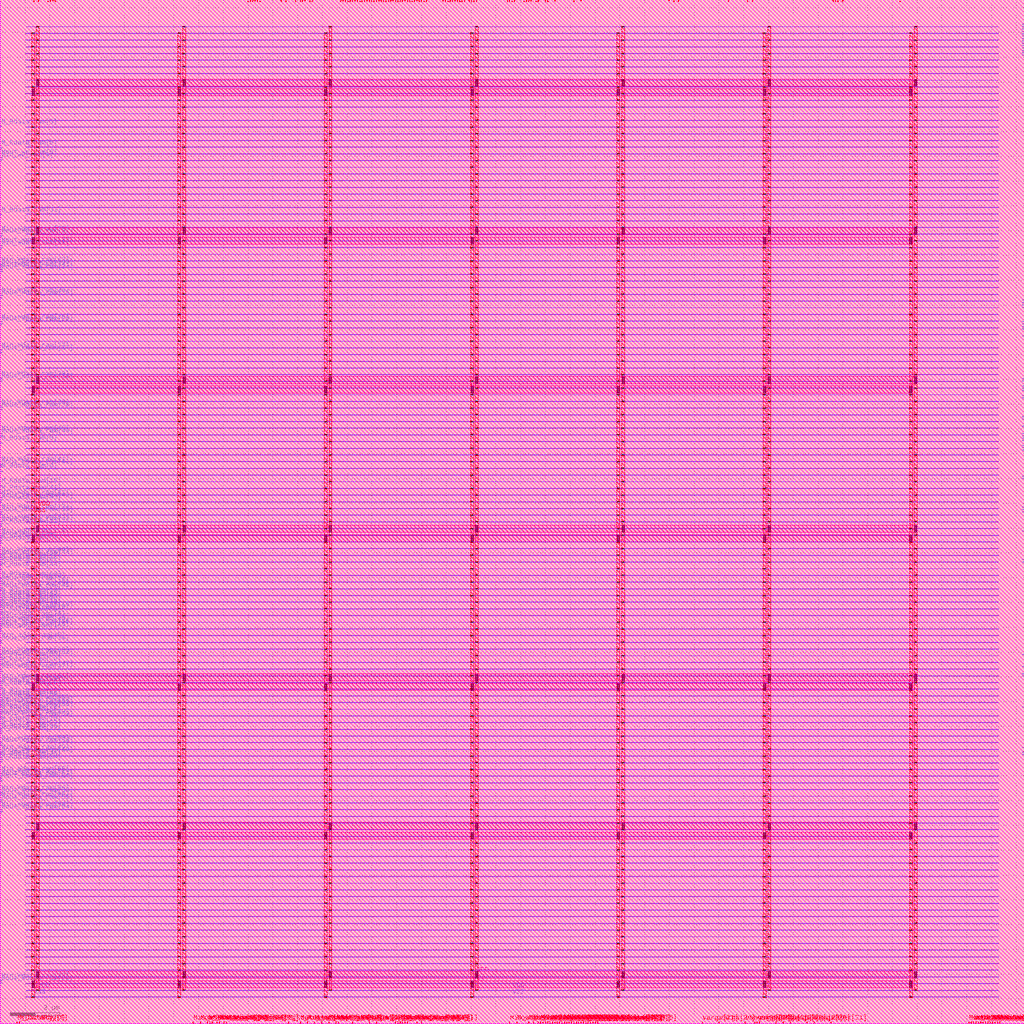
<source format=lef>
VERSION 5.8 ;
BUSBITCHARS "[]" ;
DIVIDERCHAR "/" ;
UNITS
    DATABASE MICRONS 1000 ;
END UNITS

VIA run_benchmark_via1_2_39258_18_1_1090_36_36
  VIARULE M2_M1 ;
  CUTSIZE 0.018 0.018 ;
  LAYERS M1 V1 M2 ;
  CUTSPACING 0.018 0.018 ;
  ENCLOSURE 0 0 0.002 0 ;
  ROWCOL 1 1090 ;
END run_benchmark_via1_2_39258_18_1_1090_36_36

VIA run_benchmark_VIA23_1_3_36_36
    LAYER M2 ;
      RECT  -0.05 -0.009 0.05 0.009 ;
    LAYER M3 ;
      RECT  -0.045 -0.014 0.045 0.014 ;
    LAYER V2 ;
      RECT  0.027 -0.009 0.045 0.009 ;
      RECT  -0.009 -0.009 0.009 0.009 ;
      RECT  -0.045 -0.009 -0.027 0.009 ;
END run_benchmark_VIA23_1_3_36_36

VIA run_benchmark_VIA34_1_2_58_52
    LAYER M3 ;
      RECT  -0.04 -0.017 0.04 0.017 ;
    LAYER M4 ;
      RECT  -0.046 -0.012 0.046 0.012 ;
    LAYER V3 ;
      RECT  0.017 -0.012 0.035 0.012 ;
      RECT  -0.035 -0.012 -0.017 0.012 ;
END run_benchmark_VIA34_1_2_58_52

VIA run_benchmark_VIA45_1_2_58_58
    LAYER M4 ;
      RECT  -0.052 -0.012 0.052 0.012 ;
    LAYER M5 ;
      RECT  -0.06 -0.023 0.06 0.023 ;
    LAYER V4 ;
      RECT  0.017 -0.012 0.041 0.012 ;
      RECT  -0.041 -0.012 -0.017 0.012 ;
END run_benchmark_VIA45_1_2_58_58

VIA run_benchmark_via5_6_120_288_1_2_58_322
  VIARULE M6_M5widePWR1p152 ;
  CUTSIZE 0.024 0.288 ;
  LAYERS M5 V5 M6 ;
  CUTSPACING 0.034 0.034 ;
  ENCLOSURE 0.019 0 0 0 ;
  ROWCOL 1 2 ;
END run_benchmark_via5_6_120_288_1_2_58_322

MACRO run_benchmark
  FOREIGN run_benchmark 0 0 ;
  CLASS BLOCK ;
  SIZE 41.319 BY 41.319 ;
  PIN VDD
    USE POWER ;
    DIRECTION INOUT ;
    PORT
      LAYER M6 ;
        RECT  1.458 37.833 37.002 38.121 ;
        RECT  1.458 31.833 37.002 32.121 ;
        RECT  1.458 25.833 37.002 26.121 ;
        RECT  1.458 19.833 37.002 20.121 ;
        RECT  1.458 13.833 37.002 14.121 ;
        RECT  1.458 7.833 37.002 8.121 ;
        RECT  1.458 1.833 37.002 2.121 ;
      LAYER M5 ;
        RECT  36.882 1.327 37.002 40.253 ;
        RECT  30.978 1.327 31.098 40.253 ;
        RECT  25.074 1.327 25.194 40.253 ;
        RECT  19.17 1.327 19.29 40.253 ;
        RECT  13.266 1.327 13.386 40.253 ;
        RECT  7.362 1.327 7.482 40.253 ;
        RECT  1.458 1.327 1.578 40.253 ;
      LAYER M2 ;
        RECT  1.026 40.221 40.284 40.239 ;
        RECT  1.026 39.681 40.284 39.699 ;
        RECT  1.026 39.141 40.284 39.159 ;
        RECT  1.026 38.601 40.284 38.619 ;
        RECT  1.026 38.061 40.284 38.079 ;
        RECT  1.026 37.521 40.284 37.539 ;
        RECT  1.026 36.981 40.284 36.999 ;
        RECT  1.026 36.441 40.284 36.459 ;
        RECT  1.026 35.901 40.284 35.919 ;
        RECT  1.026 35.361 40.284 35.379 ;
        RECT  1.026 34.821 40.284 34.839 ;
        RECT  1.026 34.281 40.284 34.299 ;
        RECT  1.026 33.741 40.284 33.759 ;
        RECT  1.026 33.201 40.284 33.219 ;
        RECT  1.026 32.661 40.284 32.679 ;
        RECT  1.026 32.121 40.284 32.139 ;
        RECT  1.026 31.581 40.284 31.599 ;
        RECT  1.026 31.041 40.284 31.059 ;
        RECT  1.026 30.501 40.284 30.519 ;
        RECT  1.026 29.961 40.284 29.979 ;
        RECT  1.026 29.421 40.284 29.439 ;
        RECT  1.026 28.881 40.284 28.899 ;
        RECT  1.026 28.341 40.284 28.359 ;
        RECT  1.026 27.801 40.284 27.819 ;
        RECT  1.026 27.261 40.284 27.279 ;
        RECT  1.026 26.721 40.284 26.739 ;
        RECT  1.026 26.181 40.284 26.199 ;
        RECT  1.026 25.641 40.284 25.659 ;
        RECT  1.026 25.101 40.284 25.119 ;
        RECT  1.026 24.561 40.284 24.579 ;
        RECT  1.026 24.021 40.284 24.039 ;
        RECT  1.026 23.481 40.284 23.499 ;
        RECT  1.026 22.941 40.284 22.959 ;
        RECT  1.026 22.401 40.284 22.419 ;
        RECT  1.026 21.861 40.284 21.879 ;
        RECT  1.026 21.321 40.284 21.339 ;
        RECT  1.026 20.781 40.284 20.799 ;
        RECT  1.026 20.241 40.284 20.259 ;
        RECT  1.026 19.701 40.284 19.719 ;
        RECT  1.026 19.161 40.284 19.179 ;
        RECT  1.026 18.621 40.284 18.639 ;
        RECT  1.026 18.081 40.284 18.099 ;
        RECT  1.026 17.541 40.284 17.559 ;
        RECT  1.026 17.001 40.284 17.019 ;
        RECT  1.026 16.461 40.284 16.479 ;
        RECT  1.026 15.921 40.284 15.939 ;
        RECT  1.026 15.381 40.284 15.399 ;
        RECT  1.026 14.841 40.284 14.859 ;
        RECT  1.026 14.301 40.284 14.319 ;
        RECT  1.026 13.761 40.284 13.779 ;
        RECT  1.026 13.221 40.284 13.239 ;
        RECT  1.026 12.681 40.284 12.699 ;
        RECT  1.026 12.141 40.284 12.159 ;
        RECT  1.026 11.601 40.284 11.619 ;
        RECT  1.026 11.061 40.284 11.079 ;
        RECT  1.026 10.521 40.284 10.539 ;
        RECT  1.026 9.981 40.284 9.999 ;
        RECT  1.026 9.441 40.284 9.459 ;
        RECT  1.026 8.901 40.284 8.919 ;
        RECT  1.026 8.361 40.284 8.379 ;
        RECT  1.026 7.821 40.284 7.839 ;
        RECT  1.026 7.281 40.284 7.299 ;
        RECT  1.026 6.741 40.284 6.759 ;
        RECT  1.026 6.201 40.284 6.219 ;
        RECT  1.026 5.661 40.284 5.679 ;
        RECT  1.026 5.121 40.284 5.139 ;
        RECT  1.026 4.581 40.284 4.599 ;
        RECT  1.026 4.041 40.284 4.059 ;
        RECT  1.026 3.501 40.284 3.519 ;
        RECT  1.026 2.961 40.284 2.979 ;
        RECT  1.026 2.421 40.284 2.439 ;
        RECT  1.026 1.881 40.284 1.899 ;
        RECT  1.026 1.341 40.284 1.359 ;
      LAYER M1 ;
        RECT  1.026 40.221 40.284 40.239 ;
        RECT  1.026 39.681 40.284 39.699 ;
        RECT  1.026 39.141 40.284 39.159 ;
        RECT  1.026 38.601 40.284 38.619 ;
        RECT  1.026 38.061 40.284 38.079 ;
        RECT  1.026 37.521 40.284 37.539 ;
        RECT  1.026 36.981 40.284 36.999 ;
        RECT  1.026 36.441 40.284 36.459 ;
        RECT  1.026 35.901 40.284 35.919 ;
        RECT  1.026 35.361 40.284 35.379 ;
        RECT  1.026 34.821 40.284 34.839 ;
        RECT  1.026 34.281 40.284 34.299 ;
        RECT  1.026 33.741 40.284 33.759 ;
        RECT  1.026 33.201 40.284 33.219 ;
        RECT  1.026 32.661 40.284 32.679 ;
        RECT  1.026 32.121 40.284 32.139 ;
        RECT  1.026 31.581 40.284 31.599 ;
        RECT  1.026 31.041 40.284 31.059 ;
        RECT  1.026 30.501 40.284 30.519 ;
        RECT  1.026 29.961 40.284 29.979 ;
        RECT  1.026 29.421 40.284 29.439 ;
        RECT  1.026 28.881 40.284 28.899 ;
        RECT  1.026 28.341 40.284 28.359 ;
        RECT  1.026 27.801 40.284 27.819 ;
        RECT  1.026 27.261 40.284 27.279 ;
        RECT  1.026 26.721 40.284 26.739 ;
        RECT  1.026 26.181 40.284 26.199 ;
        RECT  1.026 25.641 40.284 25.659 ;
        RECT  1.026 25.101 40.284 25.119 ;
        RECT  1.026 24.561 40.284 24.579 ;
        RECT  1.026 24.021 40.284 24.039 ;
        RECT  1.026 23.481 40.284 23.499 ;
        RECT  1.026 22.941 40.284 22.959 ;
        RECT  1.026 22.401 40.284 22.419 ;
        RECT  1.026 21.861 40.284 21.879 ;
        RECT  1.026 21.321 40.284 21.339 ;
        RECT  1.026 20.781 40.284 20.799 ;
        RECT  1.026 20.241 40.284 20.259 ;
        RECT  1.026 19.701 40.284 19.719 ;
        RECT  1.026 19.161 40.284 19.179 ;
        RECT  1.026 18.621 40.284 18.639 ;
        RECT  1.026 18.081 40.284 18.099 ;
        RECT  1.026 17.541 40.284 17.559 ;
        RECT  1.026 17.001 40.284 17.019 ;
        RECT  1.026 16.461 40.284 16.479 ;
        RECT  1.026 15.921 40.284 15.939 ;
        RECT  1.026 15.381 40.284 15.399 ;
        RECT  1.026 14.841 40.284 14.859 ;
        RECT  1.026 14.301 40.284 14.319 ;
        RECT  1.026 13.761 40.284 13.779 ;
        RECT  1.026 13.221 40.284 13.239 ;
        RECT  1.026 12.681 40.284 12.699 ;
        RECT  1.026 12.141 40.284 12.159 ;
        RECT  1.026 11.601 40.284 11.619 ;
        RECT  1.026 11.061 40.284 11.079 ;
        RECT  1.026 10.521 40.284 10.539 ;
        RECT  1.026 9.981 40.284 9.999 ;
        RECT  1.026 9.441 40.284 9.459 ;
        RECT  1.026 8.901 40.284 8.919 ;
        RECT  1.026 8.361 40.284 8.379 ;
        RECT  1.026 7.821 40.284 7.839 ;
        RECT  1.026 7.281 40.284 7.299 ;
        RECT  1.026 6.741 40.284 6.759 ;
        RECT  1.026 6.201 40.284 6.219 ;
        RECT  1.026 5.661 40.284 5.679 ;
        RECT  1.026 5.121 40.284 5.139 ;
        RECT  1.026 4.581 40.284 4.599 ;
        RECT  1.026 4.041 40.284 4.059 ;
        RECT  1.026 3.501 40.284 3.519 ;
        RECT  1.026 2.961 40.284 2.979 ;
        RECT  1.026 2.421 40.284 2.439 ;
        RECT  1.026 1.881 40.284 1.899 ;
        RECT  1.026 1.341 40.284 1.359 ;
      VIA 36.942 37.977 run_benchmark_via5_6_120_288_1_2_58_322 ;
      VIA 36.942 31.977 run_benchmark_via5_6_120_288_1_2_58_322 ;
      VIA 36.942 25.977 run_benchmark_via5_6_120_288_1_2_58_322 ;
      VIA 36.942 19.977 run_benchmark_via5_6_120_288_1_2_58_322 ;
      VIA 36.942 13.977 run_benchmark_via5_6_120_288_1_2_58_322 ;
      VIA 36.942 7.977 run_benchmark_via5_6_120_288_1_2_58_322 ;
      VIA 36.942 1.977 run_benchmark_via5_6_120_288_1_2_58_322 ;
      VIA 31.038 37.977 run_benchmark_via5_6_120_288_1_2_58_322 ;
      VIA 31.038 31.977 run_benchmark_via5_6_120_288_1_2_58_322 ;
      VIA 31.038 25.977 run_benchmark_via5_6_120_288_1_2_58_322 ;
      VIA 31.038 19.977 run_benchmark_via5_6_120_288_1_2_58_322 ;
      VIA 31.038 13.977 run_benchmark_via5_6_120_288_1_2_58_322 ;
      VIA 31.038 7.977 run_benchmark_via5_6_120_288_1_2_58_322 ;
      VIA 31.038 1.977 run_benchmark_via5_6_120_288_1_2_58_322 ;
      VIA 25.134 37.977 run_benchmark_via5_6_120_288_1_2_58_322 ;
      VIA 25.134 31.977 run_benchmark_via5_6_120_288_1_2_58_322 ;
      VIA 25.134 25.977 run_benchmark_via5_6_120_288_1_2_58_322 ;
      VIA 25.134 19.977 run_benchmark_via5_6_120_288_1_2_58_322 ;
      VIA 25.134 13.977 run_benchmark_via5_6_120_288_1_2_58_322 ;
      VIA 25.134 7.977 run_benchmark_via5_6_120_288_1_2_58_322 ;
      VIA 25.134 1.977 run_benchmark_via5_6_120_288_1_2_58_322 ;
      VIA 19.23 37.977 run_benchmark_via5_6_120_288_1_2_58_322 ;
      VIA 19.23 31.977 run_benchmark_via5_6_120_288_1_2_58_322 ;
      VIA 19.23 25.977 run_benchmark_via5_6_120_288_1_2_58_322 ;
      VIA 19.23 19.977 run_benchmark_via5_6_120_288_1_2_58_322 ;
      VIA 19.23 13.977 run_benchmark_via5_6_120_288_1_2_58_322 ;
      VIA 19.23 7.977 run_benchmark_via5_6_120_288_1_2_58_322 ;
      VIA 19.23 1.977 run_benchmark_via5_6_120_288_1_2_58_322 ;
      VIA 13.326 37.977 run_benchmark_via5_6_120_288_1_2_58_322 ;
      VIA 13.326 31.977 run_benchmark_via5_6_120_288_1_2_58_322 ;
      VIA 13.326 25.977 run_benchmark_via5_6_120_288_1_2_58_322 ;
      VIA 13.326 19.977 run_benchmark_via5_6_120_288_1_2_58_322 ;
      VIA 13.326 13.977 run_benchmark_via5_6_120_288_1_2_58_322 ;
      VIA 13.326 7.977 run_benchmark_via5_6_120_288_1_2_58_322 ;
      VIA 13.326 1.977 run_benchmark_via5_6_120_288_1_2_58_322 ;
      VIA 7.422 37.977 run_benchmark_via5_6_120_288_1_2_58_322 ;
      VIA 7.422 31.977 run_benchmark_via5_6_120_288_1_2_58_322 ;
      VIA 7.422 25.977 run_benchmark_via5_6_120_288_1_2_58_322 ;
      VIA 7.422 19.977 run_benchmark_via5_6_120_288_1_2_58_322 ;
      VIA 7.422 13.977 run_benchmark_via5_6_120_288_1_2_58_322 ;
      VIA 7.422 7.977 run_benchmark_via5_6_120_288_1_2_58_322 ;
      VIA 7.422 1.977 run_benchmark_via5_6_120_288_1_2_58_322 ;
      VIA 1.518 37.977 run_benchmark_via5_6_120_288_1_2_58_322 ;
      VIA 1.518 31.977 run_benchmark_via5_6_120_288_1_2_58_322 ;
      VIA 1.518 25.977 run_benchmark_via5_6_120_288_1_2_58_322 ;
      VIA 1.518 19.977 run_benchmark_via5_6_120_288_1_2_58_322 ;
      VIA 1.518 13.977 run_benchmark_via5_6_120_288_1_2_58_322 ;
      VIA 1.518 7.977 run_benchmark_via5_6_120_288_1_2_58_322 ;
      VIA 1.518 1.977 run_benchmark_via5_6_120_288_1_2_58_322 ;
      VIA 36.942 40.23 run_benchmark_VIA45_1_2_58_58 ;
      LAYER M3 ;
        RECT  36.897 40.213 36.987 40.247 ;
      VIA 36.942 40.23 run_benchmark_VIA34_1_2_58_52 ;
      VIA 36.942 40.23 run_benchmark_VIA23_1_3_36_36 ;
      VIA 36.942 39.69 run_benchmark_VIA45_1_2_58_58 ;
      LAYER M3 ;
        RECT  36.897 39.673 36.987 39.707 ;
      VIA 36.942 39.69 run_benchmark_VIA34_1_2_58_52 ;
      VIA 36.942 39.69 run_benchmark_VIA23_1_3_36_36 ;
      VIA 36.942 39.15 run_benchmark_VIA45_1_2_58_58 ;
      LAYER M3 ;
        RECT  36.897 39.133 36.987 39.167 ;
      VIA 36.942 39.15 run_benchmark_VIA34_1_2_58_52 ;
      VIA 36.942 39.15 run_benchmark_VIA23_1_3_36_36 ;
      VIA 36.942 38.61 run_benchmark_VIA45_1_2_58_58 ;
      LAYER M3 ;
        RECT  36.897 38.593 36.987 38.627 ;
      VIA 36.942 38.61 run_benchmark_VIA34_1_2_58_52 ;
      VIA 36.942 38.61 run_benchmark_VIA23_1_3_36_36 ;
      VIA 36.942 38.07 run_benchmark_VIA45_1_2_58_58 ;
      LAYER M3 ;
        RECT  36.897 38.053 36.987 38.087 ;
      VIA 36.942 38.07 run_benchmark_VIA34_1_2_58_52 ;
      VIA 36.942 38.07 run_benchmark_VIA23_1_3_36_36 ;
      VIA 36.942 37.53 run_benchmark_VIA45_1_2_58_58 ;
      LAYER M3 ;
        RECT  36.897 37.513 36.987 37.547 ;
      VIA 36.942 37.53 run_benchmark_VIA34_1_2_58_52 ;
      VIA 36.942 37.53 run_benchmark_VIA23_1_3_36_36 ;
      VIA 36.942 36.99 run_benchmark_VIA45_1_2_58_58 ;
      LAYER M3 ;
        RECT  36.897 36.973 36.987 37.007 ;
      VIA 36.942 36.99 run_benchmark_VIA34_1_2_58_52 ;
      VIA 36.942 36.99 run_benchmark_VIA23_1_3_36_36 ;
      VIA 36.942 36.45 run_benchmark_VIA45_1_2_58_58 ;
      LAYER M3 ;
        RECT  36.897 36.433 36.987 36.467 ;
      VIA 36.942 36.45 run_benchmark_VIA34_1_2_58_52 ;
      VIA 36.942 36.45 run_benchmark_VIA23_1_3_36_36 ;
      VIA 36.942 35.91 run_benchmark_VIA45_1_2_58_58 ;
      LAYER M3 ;
        RECT  36.897 35.893 36.987 35.927 ;
      VIA 36.942 35.91 run_benchmark_VIA34_1_2_58_52 ;
      VIA 36.942 35.91 run_benchmark_VIA23_1_3_36_36 ;
      VIA 36.942 35.37 run_benchmark_VIA45_1_2_58_58 ;
      LAYER M3 ;
        RECT  36.897 35.353 36.987 35.387 ;
      VIA 36.942 35.37 run_benchmark_VIA34_1_2_58_52 ;
      VIA 36.942 35.37 run_benchmark_VIA23_1_3_36_36 ;
      VIA 36.942 34.83 run_benchmark_VIA45_1_2_58_58 ;
      LAYER M3 ;
        RECT  36.897 34.813 36.987 34.847 ;
      VIA 36.942 34.83 run_benchmark_VIA34_1_2_58_52 ;
      VIA 36.942 34.83 run_benchmark_VIA23_1_3_36_36 ;
      VIA 36.942 34.29 run_benchmark_VIA45_1_2_58_58 ;
      LAYER M3 ;
        RECT  36.897 34.273 36.987 34.307 ;
      VIA 36.942 34.29 run_benchmark_VIA34_1_2_58_52 ;
      VIA 36.942 34.29 run_benchmark_VIA23_1_3_36_36 ;
      VIA 36.942 33.75 run_benchmark_VIA45_1_2_58_58 ;
      LAYER M3 ;
        RECT  36.897 33.733 36.987 33.767 ;
      VIA 36.942 33.75 run_benchmark_VIA34_1_2_58_52 ;
      VIA 36.942 33.75 run_benchmark_VIA23_1_3_36_36 ;
      VIA 36.942 33.21 run_benchmark_VIA45_1_2_58_58 ;
      LAYER M3 ;
        RECT  36.897 33.193 36.987 33.227 ;
      VIA 36.942 33.21 run_benchmark_VIA34_1_2_58_52 ;
      VIA 36.942 33.21 run_benchmark_VIA23_1_3_36_36 ;
      VIA 36.942 32.67 run_benchmark_VIA45_1_2_58_58 ;
      LAYER M3 ;
        RECT  36.897 32.653 36.987 32.687 ;
      VIA 36.942 32.67 run_benchmark_VIA34_1_2_58_52 ;
      VIA 36.942 32.67 run_benchmark_VIA23_1_3_36_36 ;
      VIA 36.942 32.13 run_benchmark_VIA45_1_2_58_58 ;
      LAYER M3 ;
        RECT  36.897 32.113 36.987 32.147 ;
      VIA 36.942 32.13 run_benchmark_VIA34_1_2_58_52 ;
      VIA 36.942 32.13 run_benchmark_VIA23_1_3_36_36 ;
      VIA 36.942 31.59 run_benchmark_VIA45_1_2_58_58 ;
      LAYER M3 ;
        RECT  36.897 31.573 36.987 31.607 ;
      VIA 36.942 31.59 run_benchmark_VIA34_1_2_58_52 ;
      VIA 36.942 31.59 run_benchmark_VIA23_1_3_36_36 ;
      VIA 36.942 31.05 run_benchmark_VIA45_1_2_58_58 ;
      LAYER M3 ;
        RECT  36.897 31.033 36.987 31.067 ;
      VIA 36.942 31.05 run_benchmark_VIA34_1_2_58_52 ;
      VIA 36.942 31.05 run_benchmark_VIA23_1_3_36_36 ;
      VIA 36.942 30.51 run_benchmark_VIA45_1_2_58_58 ;
      LAYER M3 ;
        RECT  36.897 30.493 36.987 30.527 ;
      VIA 36.942 30.51 run_benchmark_VIA34_1_2_58_52 ;
      VIA 36.942 30.51 run_benchmark_VIA23_1_3_36_36 ;
      VIA 36.942 29.97 run_benchmark_VIA45_1_2_58_58 ;
      LAYER M3 ;
        RECT  36.897 29.953 36.987 29.987 ;
      VIA 36.942 29.97 run_benchmark_VIA34_1_2_58_52 ;
      VIA 36.942 29.97 run_benchmark_VIA23_1_3_36_36 ;
      VIA 36.942 29.43 run_benchmark_VIA45_1_2_58_58 ;
      LAYER M3 ;
        RECT  36.897 29.413 36.987 29.447 ;
      VIA 36.942 29.43 run_benchmark_VIA34_1_2_58_52 ;
      VIA 36.942 29.43 run_benchmark_VIA23_1_3_36_36 ;
      VIA 36.942 28.89 run_benchmark_VIA45_1_2_58_58 ;
      LAYER M3 ;
        RECT  36.897 28.873 36.987 28.907 ;
      VIA 36.942 28.89 run_benchmark_VIA34_1_2_58_52 ;
      VIA 36.942 28.89 run_benchmark_VIA23_1_3_36_36 ;
      VIA 36.942 28.35 run_benchmark_VIA45_1_2_58_58 ;
      LAYER M3 ;
        RECT  36.897 28.333 36.987 28.367 ;
      VIA 36.942 28.35 run_benchmark_VIA34_1_2_58_52 ;
      VIA 36.942 28.35 run_benchmark_VIA23_1_3_36_36 ;
      VIA 36.942 27.81 run_benchmark_VIA45_1_2_58_58 ;
      LAYER M3 ;
        RECT  36.897 27.793 36.987 27.827 ;
      VIA 36.942 27.81 run_benchmark_VIA34_1_2_58_52 ;
      VIA 36.942 27.81 run_benchmark_VIA23_1_3_36_36 ;
      VIA 36.942 27.27 run_benchmark_VIA45_1_2_58_58 ;
      LAYER M3 ;
        RECT  36.897 27.253 36.987 27.287 ;
      VIA 36.942 27.27 run_benchmark_VIA34_1_2_58_52 ;
      VIA 36.942 27.27 run_benchmark_VIA23_1_3_36_36 ;
      VIA 36.942 26.73 run_benchmark_VIA45_1_2_58_58 ;
      LAYER M3 ;
        RECT  36.897 26.713 36.987 26.747 ;
      VIA 36.942 26.73 run_benchmark_VIA34_1_2_58_52 ;
      VIA 36.942 26.73 run_benchmark_VIA23_1_3_36_36 ;
      VIA 36.942 26.19 run_benchmark_VIA45_1_2_58_58 ;
      LAYER M3 ;
        RECT  36.897 26.173 36.987 26.207 ;
      VIA 36.942 26.19 run_benchmark_VIA34_1_2_58_52 ;
      VIA 36.942 26.19 run_benchmark_VIA23_1_3_36_36 ;
      VIA 36.942 25.65 run_benchmark_VIA45_1_2_58_58 ;
      LAYER M3 ;
        RECT  36.897 25.633 36.987 25.667 ;
      VIA 36.942 25.65 run_benchmark_VIA34_1_2_58_52 ;
      VIA 36.942 25.65 run_benchmark_VIA23_1_3_36_36 ;
      VIA 36.942 25.11 run_benchmark_VIA45_1_2_58_58 ;
      LAYER M3 ;
        RECT  36.897 25.093 36.987 25.127 ;
      VIA 36.942 25.11 run_benchmark_VIA34_1_2_58_52 ;
      VIA 36.942 25.11 run_benchmark_VIA23_1_3_36_36 ;
      VIA 36.942 24.57 run_benchmark_VIA45_1_2_58_58 ;
      LAYER M3 ;
        RECT  36.897 24.553 36.987 24.587 ;
      VIA 36.942 24.57 run_benchmark_VIA34_1_2_58_52 ;
      VIA 36.942 24.57 run_benchmark_VIA23_1_3_36_36 ;
      VIA 36.942 24.03 run_benchmark_VIA45_1_2_58_58 ;
      LAYER M3 ;
        RECT  36.897 24.013 36.987 24.047 ;
      VIA 36.942 24.03 run_benchmark_VIA34_1_2_58_52 ;
      VIA 36.942 24.03 run_benchmark_VIA23_1_3_36_36 ;
      VIA 36.942 23.49 run_benchmark_VIA45_1_2_58_58 ;
      LAYER M3 ;
        RECT  36.897 23.473 36.987 23.507 ;
      VIA 36.942 23.49 run_benchmark_VIA34_1_2_58_52 ;
      VIA 36.942 23.49 run_benchmark_VIA23_1_3_36_36 ;
      VIA 36.942 22.95 run_benchmark_VIA45_1_2_58_58 ;
      LAYER M3 ;
        RECT  36.897 22.933 36.987 22.967 ;
      VIA 36.942 22.95 run_benchmark_VIA34_1_2_58_52 ;
      VIA 36.942 22.95 run_benchmark_VIA23_1_3_36_36 ;
      VIA 36.942 22.41 run_benchmark_VIA45_1_2_58_58 ;
      LAYER M3 ;
        RECT  36.897 22.393 36.987 22.427 ;
      VIA 36.942 22.41 run_benchmark_VIA34_1_2_58_52 ;
      VIA 36.942 22.41 run_benchmark_VIA23_1_3_36_36 ;
      VIA 36.942 21.87 run_benchmark_VIA45_1_2_58_58 ;
      LAYER M3 ;
        RECT  36.897 21.853 36.987 21.887 ;
      VIA 36.942 21.87 run_benchmark_VIA34_1_2_58_52 ;
      VIA 36.942 21.87 run_benchmark_VIA23_1_3_36_36 ;
      VIA 36.942 21.33 run_benchmark_VIA45_1_2_58_58 ;
      LAYER M3 ;
        RECT  36.897 21.313 36.987 21.347 ;
      VIA 36.942 21.33 run_benchmark_VIA34_1_2_58_52 ;
      VIA 36.942 21.33 run_benchmark_VIA23_1_3_36_36 ;
      VIA 36.942 20.79 run_benchmark_VIA45_1_2_58_58 ;
      LAYER M3 ;
        RECT  36.897 20.773 36.987 20.807 ;
      VIA 36.942 20.79 run_benchmark_VIA34_1_2_58_52 ;
      VIA 36.942 20.79 run_benchmark_VIA23_1_3_36_36 ;
      VIA 36.942 20.25 run_benchmark_VIA45_1_2_58_58 ;
      LAYER M3 ;
        RECT  36.897 20.233 36.987 20.267 ;
      VIA 36.942 20.25 run_benchmark_VIA34_1_2_58_52 ;
      VIA 36.942 20.25 run_benchmark_VIA23_1_3_36_36 ;
      VIA 36.942 19.71 run_benchmark_VIA45_1_2_58_58 ;
      LAYER M3 ;
        RECT  36.897 19.693 36.987 19.727 ;
      VIA 36.942 19.71 run_benchmark_VIA34_1_2_58_52 ;
      VIA 36.942 19.71 run_benchmark_VIA23_1_3_36_36 ;
      VIA 36.942 19.17 run_benchmark_VIA45_1_2_58_58 ;
      LAYER M3 ;
        RECT  36.897 19.153 36.987 19.187 ;
      VIA 36.942 19.17 run_benchmark_VIA34_1_2_58_52 ;
      VIA 36.942 19.17 run_benchmark_VIA23_1_3_36_36 ;
      VIA 36.942 18.63 run_benchmark_VIA45_1_2_58_58 ;
      LAYER M3 ;
        RECT  36.897 18.613 36.987 18.647 ;
      VIA 36.942 18.63 run_benchmark_VIA34_1_2_58_52 ;
      VIA 36.942 18.63 run_benchmark_VIA23_1_3_36_36 ;
      VIA 36.942 18.09 run_benchmark_VIA45_1_2_58_58 ;
      LAYER M3 ;
        RECT  36.897 18.073 36.987 18.107 ;
      VIA 36.942 18.09 run_benchmark_VIA34_1_2_58_52 ;
      VIA 36.942 18.09 run_benchmark_VIA23_1_3_36_36 ;
      VIA 36.942 17.55 run_benchmark_VIA45_1_2_58_58 ;
      LAYER M3 ;
        RECT  36.897 17.533 36.987 17.567 ;
      VIA 36.942 17.55 run_benchmark_VIA34_1_2_58_52 ;
      VIA 36.942 17.55 run_benchmark_VIA23_1_3_36_36 ;
      VIA 36.942 17.01 run_benchmark_VIA45_1_2_58_58 ;
      LAYER M3 ;
        RECT  36.897 16.993 36.987 17.027 ;
      VIA 36.942 17.01 run_benchmark_VIA34_1_2_58_52 ;
      VIA 36.942 17.01 run_benchmark_VIA23_1_3_36_36 ;
      VIA 36.942 16.47 run_benchmark_VIA45_1_2_58_58 ;
      LAYER M3 ;
        RECT  36.897 16.453 36.987 16.487 ;
      VIA 36.942 16.47 run_benchmark_VIA34_1_2_58_52 ;
      VIA 36.942 16.47 run_benchmark_VIA23_1_3_36_36 ;
      VIA 36.942 15.93 run_benchmark_VIA45_1_2_58_58 ;
      LAYER M3 ;
        RECT  36.897 15.913 36.987 15.947 ;
      VIA 36.942 15.93 run_benchmark_VIA34_1_2_58_52 ;
      VIA 36.942 15.93 run_benchmark_VIA23_1_3_36_36 ;
      VIA 36.942 15.39 run_benchmark_VIA45_1_2_58_58 ;
      LAYER M3 ;
        RECT  36.897 15.373 36.987 15.407 ;
      VIA 36.942 15.39 run_benchmark_VIA34_1_2_58_52 ;
      VIA 36.942 15.39 run_benchmark_VIA23_1_3_36_36 ;
      VIA 36.942 14.85 run_benchmark_VIA45_1_2_58_58 ;
      LAYER M3 ;
        RECT  36.897 14.833 36.987 14.867 ;
      VIA 36.942 14.85 run_benchmark_VIA34_1_2_58_52 ;
      VIA 36.942 14.85 run_benchmark_VIA23_1_3_36_36 ;
      VIA 36.942 14.31 run_benchmark_VIA45_1_2_58_58 ;
      LAYER M3 ;
        RECT  36.897 14.293 36.987 14.327 ;
      VIA 36.942 14.31 run_benchmark_VIA34_1_2_58_52 ;
      VIA 36.942 14.31 run_benchmark_VIA23_1_3_36_36 ;
      VIA 36.942 13.77 run_benchmark_VIA45_1_2_58_58 ;
      LAYER M3 ;
        RECT  36.897 13.753 36.987 13.787 ;
      VIA 36.942 13.77 run_benchmark_VIA34_1_2_58_52 ;
      VIA 36.942 13.77 run_benchmark_VIA23_1_3_36_36 ;
      VIA 36.942 13.23 run_benchmark_VIA45_1_2_58_58 ;
      LAYER M3 ;
        RECT  36.897 13.213 36.987 13.247 ;
      VIA 36.942 13.23 run_benchmark_VIA34_1_2_58_52 ;
      VIA 36.942 13.23 run_benchmark_VIA23_1_3_36_36 ;
      VIA 36.942 12.69 run_benchmark_VIA45_1_2_58_58 ;
      LAYER M3 ;
        RECT  36.897 12.673 36.987 12.707 ;
      VIA 36.942 12.69 run_benchmark_VIA34_1_2_58_52 ;
      VIA 36.942 12.69 run_benchmark_VIA23_1_3_36_36 ;
      VIA 36.942 12.15 run_benchmark_VIA45_1_2_58_58 ;
      LAYER M3 ;
        RECT  36.897 12.133 36.987 12.167 ;
      VIA 36.942 12.15 run_benchmark_VIA34_1_2_58_52 ;
      VIA 36.942 12.15 run_benchmark_VIA23_1_3_36_36 ;
      VIA 36.942 11.61 run_benchmark_VIA45_1_2_58_58 ;
      LAYER M3 ;
        RECT  36.897 11.593 36.987 11.627 ;
      VIA 36.942 11.61 run_benchmark_VIA34_1_2_58_52 ;
      VIA 36.942 11.61 run_benchmark_VIA23_1_3_36_36 ;
      VIA 36.942 11.07 run_benchmark_VIA45_1_2_58_58 ;
      LAYER M3 ;
        RECT  36.897 11.053 36.987 11.087 ;
      VIA 36.942 11.07 run_benchmark_VIA34_1_2_58_52 ;
      VIA 36.942 11.07 run_benchmark_VIA23_1_3_36_36 ;
      VIA 36.942 10.53 run_benchmark_VIA45_1_2_58_58 ;
      LAYER M3 ;
        RECT  36.897 10.513 36.987 10.547 ;
      VIA 36.942 10.53 run_benchmark_VIA34_1_2_58_52 ;
      VIA 36.942 10.53 run_benchmark_VIA23_1_3_36_36 ;
      VIA 36.942 9.99 run_benchmark_VIA45_1_2_58_58 ;
      LAYER M3 ;
        RECT  36.897 9.973 36.987 10.007 ;
      VIA 36.942 9.99 run_benchmark_VIA34_1_2_58_52 ;
      VIA 36.942 9.99 run_benchmark_VIA23_1_3_36_36 ;
      VIA 36.942 9.45 run_benchmark_VIA45_1_2_58_58 ;
      LAYER M3 ;
        RECT  36.897 9.433 36.987 9.467 ;
      VIA 36.942 9.45 run_benchmark_VIA34_1_2_58_52 ;
      VIA 36.942 9.45 run_benchmark_VIA23_1_3_36_36 ;
      VIA 36.942 8.91 run_benchmark_VIA45_1_2_58_58 ;
      LAYER M3 ;
        RECT  36.897 8.893 36.987 8.927 ;
      VIA 36.942 8.91 run_benchmark_VIA34_1_2_58_52 ;
      VIA 36.942 8.91 run_benchmark_VIA23_1_3_36_36 ;
      VIA 36.942 8.37 run_benchmark_VIA45_1_2_58_58 ;
      LAYER M3 ;
        RECT  36.897 8.353 36.987 8.387 ;
      VIA 36.942 8.37 run_benchmark_VIA34_1_2_58_52 ;
      VIA 36.942 8.37 run_benchmark_VIA23_1_3_36_36 ;
      VIA 36.942 7.83 run_benchmark_VIA45_1_2_58_58 ;
      LAYER M3 ;
        RECT  36.897 7.813 36.987 7.847 ;
      VIA 36.942 7.83 run_benchmark_VIA34_1_2_58_52 ;
      VIA 36.942 7.83 run_benchmark_VIA23_1_3_36_36 ;
      VIA 36.942 7.29 run_benchmark_VIA45_1_2_58_58 ;
      LAYER M3 ;
        RECT  36.897 7.273 36.987 7.307 ;
      VIA 36.942 7.29 run_benchmark_VIA34_1_2_58_52 ;
      VIA 36.942 7.29 run_benchmark_VIA23_1_3_36_36 ;
      VIA 36.942 6.75 run_benchmark_VIA45_1_2_58_58 ;
      LAYER M3 ;
        RECT  36.897 6.733 36.987 6.767 ;
      VIA 36.942 6.75 run_benchmark_VIA34_1_2_58_52 ;
      VIA 36.942 6.75 run_benchmark_VIA23_1_3_36_36 ;
      VIA 36.942 6.21 run_benchmark_VIA45_1_2_58_58 ;
      LAYER M3 ;
        RECT  36.897 6.193 36.987 6.227 ;
      VIA 36.942 6.21 run_benchmark_VIA34_1_2_58_52 ;
      VIA 36.942 6.21 run_benchmark_VIA23_1_3_36_36 ;
      VIA 36.942 5.67 run_benchmark_VIA45_1_2_58_58 ;
      LAYER M3 ;
        RECT  36.897 5.653 36.987 5.687 ;
      VIA 36.942 5.67 run_benchmark_VIA34_1_2_58_52 ;
      VIA 36.942 5.67 run_benchmark_VIA23_1_3_36_36 ;
      VIA 36.942 5.13 run_benchmark_VIA45_1_2_58_58 ;
      LAYER M3 ;
        RECT  36.897 5.113 36.987 5.147 ;
      VIA 36.942 5.13 run_benchmark_VIA34_1_2_58_52 ;
      VIA 36.942 5.13 run_benchmark_VIA23_1_3_36_36 ;
      VIA 36.942 4.59 run_benchmark_VIA45_1_2_58_58 ;
      LAYER M3 ;
        RECT  36.897 4.573 36.987 4.607 ;
      VIA 36.942 4.59 run_benchmark_VIA34_1_2_58_52 ;
      VIA 36.942 4.59 run_benchmark_VIA23_1_3_36_36 ;
      VIA 36.942 4.05 run_benchmark_VIA45_1_2_58_58 ;
      LAYER M3 ;
        RECT  36.897 4.033 36.987 4.067 ;
      VIA 36.942 4.05 run_benchmark_VIA34_1_2_58_52 ;
      VIA 36.942 4.05 run_benchmark_VIA23_1_3_36_36 ;
      VIA 36.942 3.51 run_benchmark_VIA45_1_2_58_58 ;
      LAYER M3 ;
        RECT  36.897 3.493 36.987 3.527 ;
      VIA 36.942 3.51 run_benchmark_VIA34_1_2_58_52 ;
      VIA 36.942 3.51 run_benchmark_VIA23_1_3_36_36 ;
      VIA 36.942 2.97 run_benchmark_VIA45_1_2_58_58 ;
      LAYER M3 ;
        RECT  36.897 2.953 36.987 2.987 ;
      VIA 36.942 2.97 run_benchmark_VIA34_1_2_58_52 ;
      VIA 36.942 2.97 run_benchmark_VIA23_1_3_36_36 ;
      VIA 36.942 2.43 run_benchmark_VIA45_1_2_58_58 ;
      LAYER M3 ;
        RECT  36.897 2.413 36.987 2.447 ;
      VIA 36.942 2.43 run_benchmark_VIA34_1_2_58_52 ;
      VIA 36.942 2.43 run_benchmark_VIA23_1_3_36_36 ;
      VIA 36.942 1.89 run_benchmark_VIA45_1_2_58_58 ;
      LAYER M3 ;
        RECT  36.897 1.873 36.987 1.907 ;
      VIA 36.942 1.89 run_benchmark_VIA34_1_2_58_52 ;
      VIA 36.942 1.89 run_benchmark_VIA23_1_3_36_36 ;
      VIA 36.942 1.35 run_benchmark_VIA45_1_2_58_58 ;
      LAYER M3 ;
        RECT  36.897 1.333 36.987 1.367 ;
      VIA 36.942 1.35 run_benchmark_VIA34_1_2_58_52 ;
      VIA 36.942 1.35 run_benchmark_VIA23_1_3_36_36 ;
      VIA 31.038 40.23 run_benchmark_VIA45_1_2_58_58 ;
      LAYER M3 ;
        RECT  30.993 40.213 31.083 40.247 ;
      VIA 31.038 40.23 run_benchmark_VIA34_1_2_58_52 ;
      VIA 31.038 40.23 run_benchmark_VIA23_1_3_36_36 ;
      VIA 31.038 39.69 run_benchmark_VIA45_1_2_58_58 ;
      LAYER M3 ;
        RECT  30.993 39.673 31.083 39.707 ;
      VIA 31.038 39.69 run_benchmark_VIA34_1_2_58_52 ;
      VIA 31.038 39.69 run_benchmark_VIA23_1_3_36_36 ;
      VIA 31.038 39.15 run_benchmark_VIA45_1_2_58_58 ;
      LAYER M3 ;
        RECT  30.993 39.133 31.083 39.167 ;
      VIA 31.038 39.15 run_benchmark_VIA34_1_2_58_52 ;
      VIA 31.038 39.15 run_benchmark_VIA23_1_3_36_36 ;
      VIA 31.038 38.61 run_benchmark_VIA45_1_2_58_58 ;
      LAYER M3 ;
        RECT  30.993 38.593 31.083 38.627 ;
      VIA 31.038 38.61 run_benchmark_VIA34_1_2_58_52 ;
      VIA 31.038 38.61 run_benchmark_VIA23_1_3_36_36 ;
      VIA 31.038 38.07 run_benchmark_VIA45_1_2_58_58 ;
      LAYER M3 ;
        RECT  30.993 38.053 31.083 38.087 ;
      VIA 31.038 38.07 run_benchmark_VIA34_1_2_58_52 ;
      VIA 31.038 38.07 run_benchmark_VIA23_1_3_36_36 ;
      VIA 31.038 37.53 run_benchmark_VIA45_1_2_58_58 ;
      LAYER M3 ;
        RECT  30.993 37.513 31.083 37.547 ;
      VIA 31.038 37.53 run_benchmark_VIA34_1_2_58_52 ;
      VIA 31.038 37.53 run_benchmark_VIA23_1_3_36_36 ;
      VIA 31.038 36.99 run_benchmark_VIA45_1_2_58_58 ;
      LAYER M3 ;
        RECT  30.993 36.973 31.083 37.007 ;
      VIA 31.038 36.99 run_benchmark_VIA34_1_2_58_52 ;
      VIA 31.038 36.99 run_benchmark_VIA23_1_3_36_36 ;
      VIA 31.038 36.45 run_benchmark_VIA45_1_2_58_58 ;
      LAYER M3 ;
        RECT  30.993 36.433 31.083 36.467 ;
      VIA 31.038 36.45 run_benchmark_VIA34_1_2_58_52 ;
      VIA 31.038 36.45 run_benchmark_VIA23_1_3_36_36 ;
      VIA 31.038 35.91 run_benchmark_VIA45_1_2_58_58 ;
      LAYER M3 ;
        RECT  30.993 35.893 31.083 35.927 ;
      VIA 31.038 35.91 run_benchmark_VIA34_1_2_58_52 ;
      VIA 31.038 35.91 run_benchmark_VIA23_1_3_36_36 ;
      VIA 31.038 35.37 run_benchmark_VIA45_1_2_58_58 ;
      LAYER M3 ;
        RECT  30.993 35.353 31.083 35.387 ;
      VIA 31.038 35.37 run_benchmark_VIA34_1_2_58_52 ;
      VIA 31.038 35.37 run_benchmark_VIA23_1_3_36_36 ;
      VIA 31.038 34.83 run_benchmark_VIA45_1_2_58_58 ;
      LAYER M3 ;
        RECT  30.993 34.813 31.083 34.847 ;
      VIA 31.038 34.83 run_benchmark_VIA34_1_2_58_52 ;
      VIA 31.038 34.83 run_benchmark_VIA23_1_3_36_36 ;
      VIA 31.038 34.29 run_benchmark_VIA45_1_2_58_58 ;
      LAYER M3 ;
        RECT  30.993 34.273 31.083 34.307 ;
      VIA 31.038 34.29 run_benchmark_VIA34_1_2_58_52 ;
      VIA 31.038 34.29 run_benchmark_VIA23_1_3_36_36 ;
      VIA 31.038 33.75 run_benchmark_VIA45_1_2_58_58 ;
      LAYER M3 ;
        RECT  30.993 33.733 31.083 33.767 ;
      VIA 31.038 33.75 run_benchmark_VIA34_1_2_58_52 ;
      VIA 31.038 33.75 run_benchmark_VIA23_1_3_36_36 ;
      VIA 31.038 33.21 run_benchmark_VIA45_1_2_58_58 ;
      LAYER M3 ;
        RECT  30.993 33.193 31.083 33.227 ;
      VIA 31.038 33.21 run_benchmark_VIA34_1_2_58_52 ;
      VIA 31.038 33.21 run_benchmark_VIA23_1_3_36_36 ;
      VIA 31.038 32.67 run_benchmark_VIA45_1_2_58_58 ;
      LAYER M3 ;
        RECT  30.993 32.653 31.083 32.687 ;
      VIA 31.038 32.67 run_benchmark_VIA34_1_2_58_52 ;
      VIA 31.038 32.67 run_benchmark_VIA23_1_3_36_36 ;
      VIA 31.038 32.13 run_benchmark_VIA45_1_2_58_58 ;
      LAYER M3 ;
        RECT  30.993 32.113 31.083 32.147 ;
      VIA 31.038 32.13 run_benchmark_VIA34_1_2_58_52 ;
      VIA 31.038 32.13 run_benchmark_VIA23_1_3_36_36 ;
      VIA 31.038 31.59 run_benchmark_VIA45_1_2_58_58 ;
      LAYER M3 ;
        RECT  30.993 31.573 31.083 31.607 ;
      VIA 31.038 31.59 run_benchmark_VIA34_1_2_58_52 ;
      VIA 31.038 31.59 run_benchmark_VIA23_1_3_36_36 ;
      VIA 31.038 31.05 run_benchmark_VIA45_1_2_58_58 ;
      LAYER M3 ;
        RECT  30.993 31.033 31.083 31.067 ;
      VIA 31.038 31.05 run_benchmark_VIA34_1_2_58_52 ;
      VIA 31.038 31.05 run_benchmark_VIA23_1_3_36_36 ;
      VIA 31.038 30.51 run_benchmark_VIA45_1_2_58_58 ;
      LAYER M3 ;
        RECT  30.993 30.493 31.083 30.527 ;
      VIA 31.038 30.51 run_benchmark_VIA34_1_2_58_52 ;
      VIA 31.038 30.51 run_benchmark_VIA23_1_3_36_36 ;
      VIA 31.038 29.97 run_benchmark_VIA45_1_2_58_58 ;
      LAYER M3 ;
        RECT  30.993 29.953 31.083 29.987 ;
      VIA 31.038 29.97 run_benchmark_VIA34_1_2_58_52 ;
      VIA 31.038 29.97 run_benchmark_VIA23_1_3_36_36 ;
      VIA 31.038 29.43 run_benchmark_VIA45_1_2_58_58 ;
      LAYER M3 ;
        RECT  30.993 29.413 31.083 29.447 ;
      VIA 31.038 29.43 run_benchmark_VIA34_1_2_58_52 ;
      VIA 31.038 29.43 run_benchmark_VIA23_1_3_36_36 ;
      VIA 31.038 28.89 run_benchmark_VIA45_1_2_58_58 ;
      LAYER M3 ;
        RECT  30.993 28.873 31.083 28.907 ;
      VIA 31.038 28.89 run_benchmark_VIA34_1_2_58_52 ;
      VIA 31.038 28.89 run_benchmark_VIA23_1_3_36_36 ;
      VIA 31.038 28.35 run_benchmark_VIA45_1_2_58_58 ;
      LAYER M3 ;
        RECT  30.993 28.333 31.083 28.367 ;
      VIA 31.038 28.35 run_benchmark_VIA34_1_2_58_52 ;
      VIA 31.038 28.35 run_benchmark_VIA23_1_3_36_36 ;
      VIA 31.038 27.81 run_benchmark_VIA45_1_2_58_58 ;
      LAYER M3 ;
        RECT  30.993 27.793 31.083 27.827 ;
      VIA 31.038 27.81 run_benchmark_VIA34_1_2_58_52 ;
      VIA 31.038 27.81 run_benchmark_VIA23_1_3_36_36 ;
      VIA 31.038 27.27 run_benchmark_VIA45_1_2_58_58 ;
      LAYER M3 ;
        RECT  30.993 27.253 31.083 27.287 ;
      VIA 31.038 27.27 run_benchmark_VIA34_1_2_58_52 ;
      VIA 31.038 27.27 run_benchmark_VIA23_1_3_36_36 ;
      VIA 31.038 26.73 run_benchmark_VIA45_1_2_58_58 ;
      LAYER M3 ;
        RECT  30.993 26.713 31.083 26.747 ;
      VIA 31.038 26.73 run_benchmark_VIA34_1_2_58_52 ;
      VIA 31.038 26.73 run_benchmark_VIA23_1_3_36_36 ;
      VIA 31.038 26.19 run_benchmark_VIA45_1_2_58_58 ;
      LAYER M3 ;
        RECT  30.993 26.173 31.083 26.207 ;
      VIA 31.038 26.19 run_benchmark_VIA34_1_2_58_52 ;
      VIA 31.038 26.19 run_benchmark_VIA23_1_3_36_36 ;
      VIA 31.038 25.65 run_benchmark_VIA45_1_2_58_58 ;
      LAYER M3 ;
        RECT  30.993 25.633 31.083 25.667 ;
      VIA 31.038 25.65 run_benchmark_VIA34_1_2_58_52 ;
      VIA 31.038 25.65 run_benchmark_VIA23_1_3_36_36 ;
      VIA 31.038 25.11 run_benchmark_VIA45_1_2_58_58 ;
      LAYER M3 ;
        RECT  30.993 25.093 31.083 25.127 ;
      VIA 31.038 25.11 run_benchmark_VIA34_1_2_58_52 ;
      VIA 31.038 25.11 run_benchmark_VIA23_1_3_36_36 ;
      VIA 31.038 24.57 run_benchmark_VIA45_1_2_58_58 ;
      LAYER M3 ;
        RECT  30.993 24.553 31.083 24.587 ;
      VIA 31.038 24.57 run_benchmark_VIA34_1_2_58_52 ;
      VIA 31.038 24.57 run_benchmark_VIA23_1_3_36_36 ;
      VIA 31.038 24.03 run_benchmark_VIA45_1_2_58_58 ;
      LAYER M3 ;
        RECT  30.993 24.013 31.083 24.047 ;
      VIA 31.038 24.03 run_benchmark_VIA34_1_2_58_52 ;
      VIA 31.038 24.03 run_benchmark_VIA23_1_3_36_36 ;
      VIA 31.038 23.49 run_benchmark_VIA45_1_2_58_58 ;
      LAYER M3 ;
        RECT  30.993 23.473 31.083 23.507 ;
      VIA 31.038 23.49 run_benchmark_VIA34_1_2_58_52 ;
      VIA 31.038 23.49 run_benchmark_VIA23_1_3_36_36 ;
      VIA 31.038 22.95 run_benchmark_VIA45_1_2_58_58 ;
      LAYER M3 ;
        RECT  30.993 22.933 31.083 22.967 ;
      VIA 31.038 22.95 run_benchmark_VIA34_1_2_58_52 ;
      VIA 31.038 22.95 run_benchmark_VIA23_1_3_36_36 ;
      VIA 31.038 22.41 run_benchmark_VIA45_1_2_58_58 ;
      LAYER M3 ;
        RECT  30.993 22.393 31.083 22.427 ;
      VIA 31.038 22.41 run_benchmark_VIA34_1_2_58_52 ;
      VIA 31.038 22.41 run_benchmark_VIA23_1_3_36_36 ;
      VIA 31.038 21.87 run_benchmark_VIA45_1_2_58_58 ;
      LAYER M3 ;
        RECT  30.993 21.853 31.083 21.887 ;
      VIA 31.038 21.87 run_benchmark_VIA34_1_2_58_52 ;
      VIA 31.038 21.87 run_benchmark_VIA23_1_3_36_36 ;
      VIA 31.038 21.33 run_benchmark_VIA45_1_2_58_58 ;
      LAYER M3 ;
        RECT  30.993 21.313 31.083 21.347 ;
      VIA 31.038 21.33 run_benchmark_VIA34_1_2_58_52 ;
      VIA 31.038 21.33 run_benchmark_VIA23_1_3_36_36 ;
      VIA 31.038 20.79 run_benchmark_VIA45_1_2_58_58 ;
      LAYER M3 ;
        RECT  30.993 20.773 31.083 20.807 ;
      VIA 31.038 20.79 run_benchmark_VIA34_1_2_58_52 ;
      VIA 31.038 20.79 run_benchmark_VIA23_1_3_36_36 ;
      VIA 31.038 20.25 run_benchmark_VIA45_1_2_58_58 ;
      LAYER M3 ;
        RECT  30.993 20.233 31.083 20.267 ;
      VIA 31.038 20.25 run_benchmark_VIA34_1_2_58_52 ;
      VIA 31.038 20.25 run_benchmark_VIA23_1_3_36_36 ;
      VIA 31.038 19.71 run_benchmark_VIA45_1_2_58_58 ;
      LAYER M3 ;
        RECT  30.993 19.693 31.083 19.727 ;
      VIA 31.038 19.71 run_benchmark_VIA34_1_2_58_52 ;
      VIA 31.038 19.71 run_benchmark_VIA23_1_3_36_36 ;
      VIA 31.038 19.17 run_benchmark_VIA45_1_2_58_58 ;
      LAYER M3 ;
        RECT  30.993 19.153 31.083 19.187 ;
      VIA 31.038 19.17 run_benchmark_VIA34_1_2_58_52 ;
      VIA 31.038 19.17 run_benchmark_VIA23_1_3_36_36 ;
      VIA 31.038 18.63 run_benchmark_VIA45_1_2_58_58 ;
      LAYER M3 ;
        RECT  30.993 18.613 31.083 18.647 ;
      VIA 31.038 18.63 run_benchmark_VIA34_1_2_58_52 ;
      VIA 31.038 18.63 run_benchmark_VIA23_1_3_36_36 ;
      VIA 31.038 18.09 run_benchmark_VIA45_1_2_58_58 ;
      LAYER M3 ;
        RECT  30.993 18.073 31.083 18.107 ;
      VIA 31.038 18.09 run_benchmark_VIA34_1_2_58_52 ;
      VIA 31.038 18.09 run_benchmark_VIA23_1_3_36_36 ;
      VIA 31.038 17.55 run_benchmark_VIA45_1_2_58_58 ;
      LAYER M3 ;
        RECT  30.993 17.533 31.083 17.567 ;
      VIA 31.038 17.55 run_benchmark_VIA34_1_2_58_52 ;
      VIA 31.038 17.55 run_benchmark_VIA23_1_3_36_36 ;
      VIA 31.038 17.01 run_benchmark_VIA45_1_2_58_58 ;
      LAYER M3 ;
        RECT  30.993 16.993 31.083 17.027 ;
      VIA 31.038 17.01 run_benchmark_VIA34_1_2_58_52 ;
      VIA 31.038 17.01 run_benchmark_VIA23_1_3_36_36 ;
      VIA 31.038 16.47 run_benchmark_VIA45_1_2_58_58 ;
      LAYER M3 ;
        RECT  30.993 16.453 31.083 16.487 ;
      VIA 31.038 16.47 run_benchmark_VIA34_1_2_58_52 ;
      VIA 31.038 16.47 run_benchmark_VIA23_1_3_36_36 ;
      VIA 31.038 15.93 run_benchmark_VIA45_1_2_58_58 ;
      LAYER M3 ;
        RECT  30.993 15.913 31.083 15.947 ;
      VIA 31.038 15.93 run_benchmark_VIA34_1_2_58_52 ;
      VIA 31.038 15.93 run_benchmark_VIA23_1_3_36_36 ;
      VIA 31.038 15.39 run_benchmark_VIA45_1_2_58_58 ;
      LAYER M3 ;
        RECT  30.993 15.373 31.083 15.407 ;
      VIA 31.038 15.39 run_benchmark_VIA34_1_2_58_52 ;
      VIA 31.038 15.39 run_benchmark_VIA23_1_3_36_36 ;
      VIA 31.038 14.85 run_benchmark_VIA45_1_2_58_58 ;
      LAYER M3 ;
        RECT  30.993 14.833 31.083 14.867 ;
      VIA 31.038 14.85 run_benchmark_VIA34_1_2_58_52 ;
      VIA 31.038 14.85 run_benchmark_VIA23_1_3_36_36 ;
      VIA 31.038 14.31 run_benchmark_VIA45_1_2_58_58 ;
      LAYER M3 ;
        RECT  30.993 14.293 31.083 14.327 ;
      VIA 31.038 14.31 run_benchmark_VIA34_1_2_58_52 ;
      VIA 31.038 14.31 run_benchmark_VIA23_1_3_36_36 ;
      VIA 31.038 13.77 run_benchmark_VIA45_1_2_58_58 ;
      LAYER M3 ;
        RECT  30.993 13.753 31.083 13.787 ;
      VIA 31.038 13.77 run_benchmark_VIA34_1_2_58_52 ;
      VIA 31.038 13.77 run_benchmark_VIA23_1_3_36_36 ;
      VIA 31.038 13.23 run_benchmark_VIA45_1_2_58_58 ;
      LAYER M3 ;
        RECT  30.993 13.213 31.083 13.247 ;
      VIA 31.038 13.23 run_benchmark_VIA34_1_2_58_52 ;
      VIA 31.038 13.23 run_benchmark_VIA23_1_3_36_36 ;
      VIA 31.038 12.69 run_benchmark_VIA45_1_2_58_58 ;
      LAYER M3 ;
        RECT  30.993 12.673 31.083 12.707 ;
      VIA 31.038 12.69 run_benchmark_VIA34_1_2_58_52 ;
      VIA 31.038 12.69 run_benchmark_VIA23_1_3_36_36 ;
      VIA 31.038 12.15 run_benchmark_VIA45_1_2_58_58 ;
      LAYER M3 ;
        RECT  30.993 12.133 31.083 12.167 ;
      VIA 31.038 12.15 run_benchmark_VIA34_1_2_58_52 ;
      VIA 31.038 12.15 run_benchmark_VIA23_1_3_36_36 ;
      VIA 31.038 11.61 run_benchmark_VIA45_1_2_58_58 ;
      LAYER M3 ;
        RECT  30.993 11.593 31.083 11.627 ;
      VIA 31.038 11.61 run_benchmark_VIA34_1_2_58_52 ;
      VIA 31.038 11.61 run_benchmark_VIA23_1_3_36_36 ;
      VIA 31.038 11.07 run_benchmark_VIA45_1_2_58_58 ;
      LAYER M3 ;
        RECT  30.993 11.053 31.083 11.087 ;
      VIA 31.038 11.07 run_benchmark_VIA34_1_2_58_52 ;
      VIA 31.038 11.07 run_benchmark_VIA23_1_3_36_36 ;
      VIA 31.038 10.53 run_benchmark_VIA45_1_2_58_58 ;
      LAYER M3 ;
        RECT  30.993 10.513 31.083 10.547 ;
      VIA 31.038 10.53 run_benchmark_VIA34_1_2_58_52 ;
      VIA 31.038 10.53 run_benchmark_VIA23_1_3_36_36 ;
      VIA 31.038 9.99 run_benchmark_VIA45_1_2_58_58 ;
      LAYER M3 ;
        RECT  30.993 9.973 31.083 10.007 ;
      VIA 31.038 9.99 run_benchmark_VIA34_1_2_58_52 ;
      VIA 31.038 9.99 run_benchmark_VIA23_1_3_36_36 ;
      VIA 31.038 9.45 run_benchmark_VIA45_1_2_58_58 ;
      LAYER M3 ;
        RECT  30.993 9.433 31.083 9.467 ;
      VIA 31.038 9.45 run_benchmark_VIA34_1_2_58_52 ;
      VIA 31.038 9.45 run_benchmark_VIA23_1_3_36_36 ;
      VIA 31.038 8.91 run_benchmark_VIA45_1_2_58_58 ;
      LAYER M3 ;
        RECT  30.993 8.893 31.083 8.927 ;
      VIA 31.038 8.91 run_benchmark_VIA34_1_2_58_52 ;
      VIA 31.038 8.91 run_benchmark_VIA23_1_3_36_36 ;
      VIA 31.038 8.37 run_benchmark_VIA45_1_2_58_58 ;
      LAYER M3 ;
        RECT  30.993 8.353 31.083 8.387 ;
      VIA 31.038 8.37 run_benchmark_VIA34_1_2_58_52 ;
      VIA 31.038 8.37 run_benchmark_VIA23_1_3_36_36 ;
      VIA 31.038 7.83 run_benchmark_VIA45_1_2_58_58 ;
      LAYER M3 ;
        RECT  30.993 7.813 31.083 7.847 ;
      VIA 31.038 7.83 run_benchmark_VIA34_1_2_58_52 ;
      VIA 31.038 7.83 run_benchmark_VIA23_1_3_36_36 ;
      VIA 31.038 7.29 run_benchmark_VIA45_1_2_58_58 ;
      LAYER M3 ;
        RECT  30.993 7.273 31.083 7.307 ;
      VIA 31.038 7.29 run_benchmark_VIA34_1_2_58_52 ;
      VIA 31.038 7.29 run_benchmark_VIA23_1_3_36_36 ;
      VIA 31.038 6.75 run_benchmark_VIA45_1_2_58_58 ;
      LAYER M3 ;
        RECT  30.993 6.733 31.083 6.767 ;
      VIA 31.038 6.75 run_benchmark_VIA34_1_2_58_52 ;
      VIA 31.038 6.75 run_benchmark_VIA23_1_3_36_36 ;
      VIA 31.038 6.21 run_benchmark_VIA45_1_2_58_58 ;
      LAYER M3 ;
        RECT  30.993 6.193 31.083 6.227 ;
      VIA 31.038 6.21 run_benchmark_VIA34_1_2_58_52 ;
      VIA 31.038 6.21 run_benchmark_VIA23_1_3_36_36 ;
      VIA 31.038 5.67 run_benchmark_VIA45_1_2_58_58 ;
      LAYER M3 ;
        RECT  30.993 5.653 31.083 5.687 ;
      VIA 31.038 5.67 run_benchmark_VIA34_1_2_58_52 ;
      VIA 31.038 5.67 run_benchmark_VIA23_1_3_36_36 ;
      VIA 31.038 5.13 run_benchmark_VIA45_1_2_58_58 ;
      LAYER M3 ;
        RECT  30.993 5.113 31.083 5.147 ;
      VIA 31.038 5.13 run_benchmark_VIA34_1_2_58_52 ;
      VIA 31.038 5.13 run_benchmark_VIA23_1_3_36_36 ;
      VIA 31.038 4.59 run_benchmark_VIA45_1_2_58_58 ;
      LAYER M3 ;
        RECT  30.993 4.573 31.083 4.607 ;
      VIA 31.038 4.59 run_benchmark_VIA34_1_2_58_52 ;
      VIA 31.038 4.59 run_benchmark_VIA23_1_3_36_36 ;
      VIA 31.038 4.05 run_benchmark_VIA45_1_2_58_58 ;
      LAYER M3 ;
        RECT  30.993 4.033 31.083 4.067 ;
      VIA 31.038 4.05 run_benchmark_VIA34_1_2_58_52 ;
      VIA 31.038 4.05 run_benchmark_VIA23_1_3_36_36 ;
      VIA 31.038 3.51 run_benchmark_VIA45_1_2_58_58 ;
      LAYER M3 ;
        RECT  30.993 3.493 31.083 3.527 ;
      VIA 31.038 3.51 run_benchmark_VIA34_1_2_58_52 ;
      VIA 31.038 3.51 run_benchmark_VIA23_1_3_36_36 ;
      VIA 31.038 2.97 run_benchmark_VIA45_1_2_58_58 ;
      LAYER M3 ;
        RECT  30.993 2.953 31.083 2.987 ;
      VIA 31.038 2.97 run_benchmark_VIA34_1_2_58_52 ;
      VIA 31.038 2.97 run_benchmark_VIA23_1_3_36_36 ;
      VIA 31.038 2.43 run_benchmark_VIA45_1_2_58_58 ;
      LAYER M3 ;
        RECT  30.993 2.413 31.083 2.447 ;
      VIA 31.038 2.43 run_benchmark_VIA34_1_2_58_52 ;
      VIA 31.038 2.43 run_benchmark_VIA23_1_3_36_36 ;
      VIA 31.038 1.89 run_benchmark_VIA45_1_2_58_58 ;
      LAYER M3 ;
        RECT  30.993 1.873 31.083 1.907 ;
      VIA 31.038 1.89 run_benchmark_VIA34_1_2_58_52 ;
      VIA 31.038 1.89 run_benchmark_VIA23_1_3_36_36 ;
      VIA 31.038 1.35 run_benchmark_VIA45_1_2_58_58 ;
      LAYER M3 ;
        RECT  30.993 1.333 31.083 1.367 ;
      VIA 31.038 1.35 run_benchmark_VIA34_1_2_58_52 ;
      VIA 31.038 1.35 run_benchmark_VIA23_1_3_36_36 ;
      VIA 25.134 40.23 run_benchmark_VIA45_1_2_58_58 ;
      LAYER M3 ;
        RECT  25.089 40.213 25.179 40.247 ;
      VIA 25.134 40.23 run_benchmark_VIA34_1_2_58_52 ;
      VIA 25.134 40.23 run_benchmark_VIA23_1_3_36_36 ;
      VIA 25.134 39.69 run_benchmark_VIA45_1_2_58_58 ;
      LAYER M3 ;
        RECT  25.089 39.673 25.179 39.707 ;
      VIA 25.134 39.69 run_benchmark_VIA34_1_2_58_52 ;
      VIA 25.134 39.69 run_benchmark_VIA23_1_3_36_36 ;
      VIA 25.134 39.15 run_benchmark_VIA45_1_2_58_58 ;
      LAYER M3 ;
        RECT  25.089 39.133 25.179 39.167 ;
      VIA 25.134 39.15 run_benchmark_VIA34_1_2_58_52 ;
      VIA 25.134 39.15 run_benchmark_VIA23_1_3_36_36 ;
      VIA 25.134 38.61 run_benchmark_VIA45_1_2_58_58 ;
      LAYER M3 ;
        RECT  25.089 38.593 25.179 38.627 ;
      VIA 25.134 38.61 run_benchmark_VIA34_1_2_58_52 ;
      VIA 25.134 38.61 run_benchmark_VIA23_1_3_36_36 ;
      VIA 25.134 38.07 run_benchmark_VIA45_1_2_58_58 ;
      LAYER M3 ;
        RECT  25.089 38.053 25.179 38.087 ;
      VIA 25.134 38.07 run_benchmark_VIA34_1_2_58_52 ;
      VIA 25.134 38.07 run_benchmark_VIA23_1_3_36_36 ;
      VIA 25.134 37.53 run_benchmark_VIA45_1_2_58_58 ;
      LAYER M3 ;
        RECT  25.089 37.513 25.179 37.547 ;
      VIA 25.134 37.53 run_benchmark_VIA34_1_2_58_52 ;
      VIA 25.134 37.53 run_benchmark_VIA23_1_3_36_36 ;
      VIA 25.134 36.99 run_benchmark_VIA45_1_2_58_58 ;
      LAYER M3 ;
        RECT  25.089 36.973 25.179 37.007 ;
      VIA 25.134 36.99 run_benchmark_VIA34_1_2_58_52 ;
      VIA 25.134 36.99 run_benchmark_VIA23_1_3_36_36 ;
      VIA 25.134 36.45 run_benchmark_VIA45_1_2_58_58 ;
      LAYER M3 ;
        RECT  25.089 36.433 25.179 36.467 ;
      VIA 25.134 36.45 run_benchmark_VIA34_1_2_58_52 ;
      VIA 25.134 36.45 run_benchmark_VIA23_1_3_36_36 ;
      VIA 25.134 35.91 run_benchmark_VIA45_1_2_58_58 ;
      LAYER M3 ;
        RECT  25.089 35.893 25.179 35.927 ;
      VIA 25.134 35.91 run_benchmark_VIA34_1_2_58_52 ;
      VIA 25.134 35.91 run_benchmark_VIA23_1_3_36_36 ;
      VIA 25.134 35.37 run_benchmark_VIA45_1_2_58_58 ;
      LAYER M3 ;
        RECT  25.089 35.353 25.179 35.387 ;
      VIA 25.134 35.37 run_benchmark_VIA34_1_2_58_52 ;
      VIA 25.134 35.37 run_benchmark_VIA23_1_3_36_36 ;
      VIA 25.134 34.83 run_benchmark_VIA45_1_2_58_58 ;
      LAYER M3 ;
        RECT  25.089 34.813 25.179 34.847 ;
      VIA 25.134 34.83 run_benchmark_VIA34_1_2_58_52 ;
      VIA 25.134 34.83 run_benchmark_VIA23_1_3_36_36 ;
      VIA 25.134 34.29 run_benchmark_VIA45_1_2_58_58 ;
      LAYER M3 ;
        RECT  25.089 34.273 25.179 34.307 ;
      VIA 25.134 34.29 run_benchmark_VIA34_1_2_58_52 ;
      VIA 25.134 34.29 run_benchmark_VIA23_1_3_36_36 ;
      VIA 25.134 33.75 run_benchmark_VIA45_1_2_58_58 ;
      LAYER M3 ;
        RECT  25.089 33.733 25.179 33.767 ;
      VIA 25.134 33.75 run_benchmark_VIA34_1_2_58_52 ;
      VIA 25.134 33.75 run_benchmark_VIA23_1_3_36_36 ;
      VIA 25.134 33.21 run_benchmark_VIA45_1_2_58_58 ;
      LAYER M3 ;
        RECT  25.089 33.193 25.179 33.227 ;
      VIA 25.134 33.21 run_benchmark_VIA34_1_2_58_52 ;
      VIA 25.134 33.21 run_benchmark_VIA23_1_3_36_36 ;
      VIA 25.134 32.67 run_benchmark_VIA45_1_2_58_58 ;
      LAYER M3 ;
        RECT  25.089 32.653 25.179 32.687 ;
      VIA 25.134 32.67 run_benchmark_VIA34_1_2_58_52 ;
      VIA 25.134 32.67 run_benchmark_VIA23_1_3_36_36 ;
      VIA 25.134 32.13 run_benchmark_VIA45_1_2_58_58 ;
      LAYER M3 ;
        RECT  25.089 32.113 25.179 32.147 ;
      VIA 25.134 32.13 run_benchmark_VIA34_1_2_58_52 ;
      VIA 25.134 32.13 run_benchmark_VIA23_1_3_36_36 ;
      VIA 25.134 31.59 run_benchmark_VIA45_1_2_58_58 ;
      LAYER M3 ;
        RECT  25.089 31.573 25.179 31.607 ;
      VIA 25.134 31.59 run_benchmark_VIA34_1_2_58_52 ;
      VIA 25.134 31.59 run_benchmark_VIA23_1_3_36_36 ;
      VIA 25.134 31.05 run_benchmark_VIA45_1_2_58_58 ;
      LAYER M3 ;
        RECT  25.089 31.033 25.179 31.067 ;
      VIA 25.134 31.05 run_benchmark_VIA34_1_2_58_52 ;
      VIA 25.134 31.05 run_benchmark_VIA23_1_3_36_36 ;
      VIA 25.134 30.51 run_benchmark_VIA45_1_2_58_58 ;
      LAYER M3 ;
        RECT  25.089 30.493 25.179 30.527 ;
      VIA 25.134 30.51 run_benchmark_VIA34_1_2_58_52 ;
      VIA 25.134 30.51 run_benchmark_VIA23_1_3_36_36 ;
      VIA 25.134 29.97 run_benchmark_VIA45_1_2_58_58 ;
      LAYER M3 ;
        RECT  25.089 29.953 25.179 29.987 ;
      VIA 25.134 29.97 run_benchmark_VIA34_1_2_58_52 ;
      VIA 25.134 29.97 run_benchmark_VIA23_1_3_36_36 ;
      VIA 25.134 29.43 run_benchmark_VIA45_1_2_58_58 ;
      LAYER M3 ;
        RECT  25.089 29.413 25.179 29.447 ;
      VIA 25.134 29.43 run_benchmark_VIA34_1_2_58_52 ;
      VIA 25.134 29.43 run_benchmark_VIA23_1_3_36_36 ;
      VIA 25.134 28.89 run_benchmark_VIA45_1_2_58_58 ;
      LAYER M3 ;
        RECT  25.089 28.873 25.179 28.907 ;
      VIA 25.134 28.89 run_benchmark_VIA34_1_2_58_52 ;
      VIA 25.134 28.89 run_benchmark_VIA23_1_3_36_36 ;
      VIA 25.134 28.35 run_benchmark_VIA45_1_2_58_58 ;
      LAYER M3 ;
        RECT  25.089 28.333 25.179 28.367 ;
      VIA 25.134 28.35 run_benchmark_VIA34_1_2_58_52 ;
      VIA 25.134 28.35 run_benchmark_VIA23_1_3_36_36 ;
      VIA 25.134 27.81 run_benchmark_VIA45_1_2_58_58 ;
      LAYER M3 ;
        RECT  25.089 27.793 25.179 27.827 ;
      VIA 25.134 27.81 run_benchmark_VIA34_1_2_58_52 ;
      VIA 25.134 27.81 run_benchmark_VIA23_1_3_36_36 ;
      VIA 25.134 27.27 run_benchmark_VIA45_1_2_58_58 ;
      LAYER M3 ;
        RECT  25.089 27.253 25.179 27.287 ;
      VIA 25.134 27.27 run_benchmark_VIA34_1_2_58_52 ;
      VIA 25.134 27.27 run_benchmark_VIA23_1_3_36_36 ;
      VIA 25.134 26.73 run_benchmark_VIA45_1_2_58_58 ;
      LAYER M3 ;
        RECT  25.089 26.713 25.179 26.747 ;
      VIA 25.134 26.73 run_benchmark_VIA34_1_2_58_52 ;
      VIA 25.134 26.73 run_benchmark_VIA23_1_3_36_36 ;
      VIA 25.134 26.19 run_benchmark_VIA45_1_2_58_58 ;
      LAYER M3 ;
        RECT  25.089 26.173 25.179 26.207 ;
      VIA 25.134 26.19 run_benchmark_VIA34_1_2_58_52 ;
      VIA 25.134 26.19 run_benchmark_VIA23_1_3_36_36 ;
      VIA 25.134 25.65 run_benchmark_VIA45_1_2_58_58 ;
      LAYER M3 ;
        RECT  25.089 25.633 25.179 25.667 ;
      VIA 25.134 25.65 run_benchmark_VIA34_1_2_58_52 ;
      VIA 25.134 25.65 run_benchmark_VIA23_1_3_36_36 ;
      VIA 25.134 25.11 run_benchmark_VIA45_1_2_58_58 ;
      LAYER M3 ;
        RECT  25.089 25.093 25.179 25.127 ;
      VIA 25.134 25.11 run_benchmark_VIA34_1_2_58_52 ;
      VIA 25.134 25.11 run_benchmark_VIA23_1_3_36_36 ;
      VIA 25.134 24.57 run_benchmark_VIA45_1_2_58_58 ;
      LAYER M3 ;
        RECT  25.089 24.553 25.179 24.587 ;
      VIA 25.134 24.57 run_benchmark_VIA34_1_2_58_52 ;
      VIA 25.134 24.57 run_benchmark_VIA23_1_3_36_36 ;
      VIA 25.134 24.03 run_benchmark_VIA45_1_2_58_58 ;
      LAYER M3 ;
        RECT  25.089 24.013 25.179 24.047 ;
      VIA 25.134 24.03 run_benchmark_VIA34_1_2_58_52 ;
      VIA 25.134 24.03 run_benchmark_VIA23_1_3_36_36 ;
      VIA 25.134 23.49 run_benchmark_VIA45_1_2_58_58 ;
      LAYER M3 ;
        RECT  25.089 23.473 25.179 23.507 ;
      VIA 25.134 23.49 run_benchmark_VIA34_1_2_58_52 ;
      VIA 25.134 23.49 run_benchmark_VIA23_1_3_36_36 ;
      VIA 25.134 22.95 run_benchmark_VIA45_1_2_58_58 ;
      LAYER M3 ;
        RECT  25.089 22.933 25.179 22.967 ;
      VIA 25.134 22.95 run_benchmark_VIA34_1_2_58_52 ;
      VIA 25.134 22.95 run_benchmark_VIA23_1_3_36_36 ;
      VIA 25.134 22.41 run_benchmark_VIA45_1_2_58_58 ;
      LAYER M3 ;
        RECT  25.089 22.393 25.179 22.427 ;
      VIA 25.134 22.41 run_benchmark_VIA34_1_2_58_52 ;
      VIA 25.134 22.41 run_benchmark_VIA23_1_3_36_36 ;
      VIA 25.134 21.87 run_benchmark_VIA45_1_2_58_58 ;
      LAYER M3 ;
        RECT  25.089 21.853 25.179 21.887 ;
      VIA 25.134 21.87 run_benchmark_VIA34_1_2_58_52 ;
      VIA 25.134 21.87 run_benchmark_VIA23_1_3_36_36 ;
      VIA 25.134 21.33 run_benchmark_VIA45_1_2_58_58 ;
      LAYER M3 ;
        RECT  25.089 21.313 25.179 21.347 ;
      VIA 25.134 21.33 run_benchmark_VIA34_1_2_58_52 ;
      VIA 25.134 21.33 run_benchmark_VIA23_1_3_36_36 ;
      VIA 25.134 20.79 run_benchmark_VIA45_1_2_58_58 ;
      LAYER M3 ;
        RECT  25.089 20.773 25.179 20.807 ;
      VIA 25.134 20.79 run_benchmark_VIA34_1_2_58_52 ;
      VIA 25.134 20.79 run_benchmark_VIA23_1_3_36_36 ;
      VIA 25.134 20.25 run_benchmark_VIA45_1_2_58_58 ;
      LAYER M3 ;
        RECT  25.089 20.233 25.179 20.267 ;
      VIA 25.134 20.25 run_benchmark_VIA34_1_2_58_52 ;
      VIA 25.134 20.25 run_benchmark_VIA23_1_3_36_36 ;
      VIA 25.134 19.71 run_benchmark_VIA45_1_2_58_58 ;
      LAYER M3 ;
        RECT  25.089 19.693 25.179 19.727 ;
      VIA 25.134 19.71 run_benchmark_VIA34_1_2_58_52 ;
      VIA 25.134 19.71 run_benchmark_VIA23_1_3_36_36 ;
      VIA 25.134 19.17 run_benchmark_VIA45_1_2_58_58 ;
      LAYER M3 ;
        RECT  25.089 19.153 25.179 19.187 ;
      VIA 25.134 19.17 run_benchmark_VIA34_1_2_58_52 ;
      VIA 25.134 19.17 run_benchmark_VIA23_1_3_36_36 ;
      VIA 25.134 18.63 run_benchmark_VIA45_1_2_58_58 ;
      LAYER M3 ;
        RECT  25.089 18.613 25.179 18.647 ;
      VIA 25.134 18.63 run_benchmark_VIA34_1_2_58_52 ;
      VIA 25.134 18.63 run_benchmark_VIA23_1_3_36_36 ;
      VIA 25.134 18.09 run_benchmark_VIA45_1_2_58_58 ;
      LAYER M3 ;
        RECT  25.089 18.073 25.179 18.107 ;
      VIA 25.134 18.09 run_benchmark_VIA34_1_2_58_52 ;
      VIA 25.134 18.09 run_benchmark_VIA23_1_3_36_36 ;
      VIA 25.134 17.55 run_benchmark_VIA45_1_2_58_58 ;
      LAYER M3 ;
        RECT  25.089 17.533 25.179 17.567 ;
      VIA 25.134 17.55 run_benchmark_VIA34_1_2_58_52 ;
      VIA 25.134 17.55 run_benchmark_VIA23_1_3_36_36 ;
      VIA 25.134 17.01 run_benchmark_VIA45_1_2_58_58 ;
      LAYER M3 ;
        RECT  25.089 16.993 25.179 17.027 ;
      VIA 25.134 17.01 run_benchmark_VIA34_1_2_58_52 ;
      VIA 25.134 17.01 run_benchmark_VIA23_1_3_36_36 ;
      VIA 25.134 16.47 run_benchmark_VIA45_1_2_58_58 ;
      LAYER M3 ;
        RECT  25.089 16.453 25.179 16.487 ;
      VIA 25.134 16.47 run_benchmark_VIA34_1_2_58_52 ;
      VIA 25.134 16.47 run_benchmark_VIA23_1_3_36_36 ;
      VIA 25.134 15.93 run_benchmark_VIA45_1_2_58_58 ;
      LAYER M3 ;
        RECT  25.089 15.913 25.179 15.947 ;
      VIA 25.134 15.93 run_benchmark_VIA34_1_2_58_52 ;
      VIA 25.134 15.93 run_benchmark_VIA23_1_3_36_36 ;
      VIA 25.134 15.39 run_benchmark_VIA45_1_2_58_58 ;
      LAYER M3 ;
        RECT  25.089 15.373 25.179 15.407 ;
      VIA 25.134 15.39 run_benchmark_VIA34_1_2_58_52 ;
      VIA 25.134 15.39 run_benchmark_VIA23_1_3_36_36 ;
      VIA 25.134 14.85 run_benchmark_VIA45_1_2_58_58 ;
      LAYER M3 ;
        RECT  25.089 14.833 25.179 14.867 ;
      VIA 25.134 14.85 run_benchmark_VIA34_1_2_58_52 ;
      VIA 25.134 14.85 run_benchmark_VIA23_1_3_36_36 ;
      VIA 25.134 14.31 run_benchmark_VIA45_1_2_58_58 ;
      LAYER M3 ;
        RECT  25.089 14.293 25.179 14.327 ;
      VIA 25.134 14.31 run_benchmark_VIA34_1_2_58_52 ;
      VIA 25.134 14.31 run_benchmark_VIA23_1_3_36_36 ;
      VIA 25.134 13.77 run_benchmark_VIA45_1_2_58_58 ;
      LAYER M3 ;
        RECT  25.089 13.753 25.179 13.787 ;
      VIA 25.134 13.77 run_benchmark_VIA34_1_2_58_52 ;
      VIA 25.134 13.77 run_benchmark_VIA23_1_3_36_36 ;
      VIA 25.134 13.23 run_benchmark_VIA45_1_2_58_58 ;
      LAYER M3 ;
        RECT  25.089 13.213 25.179 13.247 ;
      VIA 25.134 13.23 run_benchmark_VIA34_1_2_58_52 ;
      VIA 25.134 13.23 run_benchmark_VIA23_1_3_36_36 ;
      VIA 25.134 12.69 run_benchmark_VIA45_1_2_58_58 ;
      LAYER M3 ;
        RECT  25.089 12.673 25.179 12.707 ;
      VIA 25.134 12.69 run_benchmark_VIA34_1_2_58_52 ;
      VIA 25.134 12.69 run_benchmark_VIA23_1_3_36_36 ;
      VIA 25.134 12.15 run_benchmark_VIA45_1_2_58_58 ;
      LAYER M3 ;
        RECT  25.089 12.133 25.179 12.167 ;
      VIA 25.134 12.15 run_benchmark_VIA34_1_2_58_52 ;
      VIA 25.134 12.15 run_benchmark_VIA23_1_3_36_36 ;
      VIA 25.134 11.61 run_benchmark_VIA45_1_2_58_58 ;
      LAYER M3 ;
        RECT  25.089 11.593 25.179 11.627 ;
      VIA 25.134 11.61 run_benchmark_VIA34_1_2_58_52 ;
      VIA 25.134 11.61 run_benchmark_VIA23_1_3_36_36 ;
      VIA 25.134 11.07 run_benchmark_VIA45_1_2_58_58 ;
      LAYER M3 ;
        RECT  25.089 11.053 25.179 11.087 ;
      VIA 25.134 11.07 run_benchmark_VIA34_1_2_58_52 ;
      VIA 25.134 11.07 run_benchmark_VIA23_1_3_36_36 ;
      VIA 25.134 10.53 run_benchmark_VIA45_1_2_58_58 ;
      LAYER M3 ;
        RECT  25.089 10.513 25.179 10.547 ;
      VIA 25.134 10.53 run_benchmark_VIA34_1_2_58_52 ;
      VIA 25.134 10.53 run_benchmark_VIA23_1_3_36_36 ;
      VIA 25.134 9.99 run_benchmark_VIA45_1_2_58_58 ;
      LAYER M3 ;
        RECT  25.089 9.973 25.179 10.007 ;
      VIA 25.134 9.99 run_benchmark_VIA34_1_2_58_52 ;
      VIA 25.134 9.99 run_benchmark_VIA23_1_3_36_36 ;
      VIA 25.134 9.45 run_benchmark_VIA45_1_2_58_58 ;
      LAYER M3 ;
        RECT  25.089 9.433 25.179 9.467 ;
      VIA 25.134 9.45 run_benchmark_VIA34_1_2_58_52 ;
      VIA 25.134 9.45 run_benchmark_VIA23_1_3_36_36 ;
      VIA 25.134 8.91 run_benchmark_VIA45_1_2_58_58 ;
      LAYER M3 ;
        RECT  25.089 8.893 25.179 8.927 ;
      VIA 25.134 8.91 run_benchmark_VIA34_1_2_58_52 ;
      VIA 25.134 8.91 run_benchmark_VIA23_1_3_36_36 ;
      VIA 25.134 8.37 run_benchmark_VIA45_1_2_58_58 ;
      LAYER M3 ;
        RECT  25.089 8.353 25.179 8.387 ;
      VIA 25.134 8.37 run_benchmark_VIA34_1_2_58_52 ;
      VIA 25.134 8.37 run_benchmark_VIA23_1_3_36_36 ;
      VIA 25.134 7.83 run_benchmark_VIA45_1_2_58_58 ;
      LAYER M3 ;
        RECT  25.089 7.813 25.179 7.847 ;
      VIA 25.134 7.83 run_benchmark_VIA34_1_2_58_52 ;
      VIA 25.134 7.83 run_benchmark_VIA23_1_3_36_36 ;
      VIA 25.134 7.29 run_benchmark_VIA45_1_2_58_58 ;
      LAYER M3 ;
        RECT  25.089 7.273 25.179 7.307 ;
      VIA 25.134 7.29 run_benchmark_VIA34_1_2_58_52 ;
      VIA 25.134 7.29 run_benchmark_VIA23_1_3_36_36 ;
      VIA 25.134 6.75 run_benchmark_VIA45_1_2_58_58 ;
      LAYER M3 ;
        RECT  25.089 6.733 25.179 6.767 ;
      VIA 25.134 6.75 run_benchmark_VIA34_1_2_58_52 ;
      VIA 25.134 6.75 run_benchmark_VIA23_1_3_36_36 ;
      VIA 25.134 6.21 run_benchmark_VIA45_1_2_58_58 ;
      LAYER M3 ;
        RECT  25.089 6.193 25.179 6.227 ;
      VIA 25.134 6.21 run_benchmark_VIA34_1_2_58_52 ;
      VIA 25.134 6.21 run_benchmark_VIA23_1_3_36_36 ;
      VIA 25.134 5.67 run_benchmark_VIA45_1_2_58_58 ;
      LAYER M3 ;
        RECT  25.089 5.653 25.179 5.687 ;
      VIA 25.134 5.67 run_benchmark_VIA34_1_2_58_52 ;
      VIA 25.134 5.67 run_benchmark_VIA23_1_3_36_36 ;
      VIA 25.134 5.13 run_benchmark_VIA45_1_2_58_58 ;
      LAYER M3 ;
        RECT  25.089 5.113 25.179 5.147 ;
      VIA 25.134 5.13 run_benchmark_VIA34_1_2_58_52 ;
      VIA 25.134 5.13 run_benchmark_VIA23_1_3_36_36 ;
      VIA 25.134 4.59 run_benchmark_VIA45_1_2_58_58 ;
      LAYER M3 ;
        RECT  25.089 4.573 25.179 4.607 ;
      VIA 25.134 4.59 run_benchmark_VIA34_1_2_58_52 ;
      VIA 25.134 4.59 run_benchmark_VIA23_1_3_36_36 ;
      VIA 25.134 4.05 run_benchmark_VIA45_1_2_58_58 ;
      LAYER M3 ;
        RECT  25.089 4.033 25.179 4.067 ;
      VIA 25.134 4.05 run_benchmark_VIA34_1_2_58_52 ;
      VIA 25.134 4.05 run_benchmark_VIA23_1_3_36_36 ;
      VIA 25.134 3.51 run_benchmark_VIA45_1_2_58_58 ;
      LAYER M3 ;
        RECT  25.089 3.493 25.179 3.527 ;
      VIA 25.134 3.51 run_benchmark_VIA34_1_2_58_52 ;
      VIA 25.134 3.51 run_benchmark_VIA23_1_3_36_36 ;
      VIA 25.134 2.97 run_benchmark_VIA45_1_2_58_58 ;
      LAYER M3 ;
        RECT  25.089 2.953 25.179 2.987 ;
      VIA 25.134 2.97 run_benchmark_VIA34_1_2_58_52 ;
      VIA 25.134 2.97 run_benchmark_VIA23_1_3_36_36 ;
      VIA 25.134 2.43 run_benchmark_VIA45_1_2_58_58 ;
      LAYER M3 ;
        RECT  25.089 2.413 25.179 2.447 ;
      VIA 25.134 2.43 run_benchmark_VIA34_1_2_58_52 ;
      VIA 25.134 2.43 run_benchmark_VIA23_1_3_36_36 ;
      VIA 25.134 1.89 run_benchmark_VIA45_1_2_58_58 ;
      LAYER M3 ;
        RECT  25.089 1.873 25.179 1.907 ;
      VIA 25.134 1.89 run_benchmark_VIA34_1_2_58_52 ;
      VIA 25.134 1.89 run_benchmark_VIA23_1_3_36_36 ;
      VIA 25.134 1.35 run_benchmark_VIA45_1_2_58_58 ;
      LAYER M3 ;
        RECT  25.089 1.333 25.179 1.367 ;
      VIA 25.134 1.35 run_benchmark_VIA34_1_2_58_52 ;
      VIA 25.134 1.35 run_benchmark_VIA23_1_3_36_36 ;
      VIA 19.23 40.23 run_benchmark_VIA45_1_2_58_58 ;
      LAYER M3 ;
        RECT  19.185 40.213 19.275 40.247 ;
      VIA 19.23 40.23 run_benchmark_VIA34_1_2_58_52 ;
      VIA 19.23 40.23 run_benchmark_VIA23_1_3_36_36 ;
      VIA 19.23 39.69 run_benchmark_VIA45_1_2_58_58 ;
      LAYER M3 ;
        RECT  19.185 39.673 19.275 39.707 ;
      VIA 19.23 39.69 run_benchmark_VIA34_1_2_58_52 ;
      VIA 19.23 39.69 run_benchmark_VIA23_1_3_36_36 ;
      VIA 19.23 39.15 run_benchmark_VIA45_1_2_58_58 ;
      LAYER M3 ;
        RECT  19.185 39.133 19.275 39.167 ;
      VIA 19.23 39.15 run_benchmark_VIA34_1_2_58_52 ;
      VIA 19.23 39.15 run_benchmark_VIA23_1_3_36_36 ;
      VIA 19.23 38.61 run_benchmark_VIA45_1_2_58_58 ;
      LAYER M3 ;
        RECT  19.185 38.593 19.275 38.627 ;
      VIA 19.23 38.61 run_benchmark_VIA34_1_2_58_52 ;
      VIA 19.23 38.61 run_benchmark_VIA23_1_3_36_36 ;
      VIA 19.23 38.07 run_benchmark_VIA45_1_2_58_58 ;
      LAYER M3 ;
        RECT  19.185 38.053 19.275 38.087 ;
      VIA 19.23 38.07 run_benchmark_VIA34_1_2_58_52 ;
      VIA 19.23 38.07 run_benchmark_VIA23_1_3_36_36 ;
      VIA 19.23 37.53 run_benchmark_VIA45_1_2_58_58 ;
      LAYER M3 ;
        RECT  19.185 37.513 19.275 37.547 ;
      VIA 19.23 37.53 run_benchmark_VIA34_1_2_58_52 ;
      VIA 19.23 37.53 run_benchmark_VIA23_1_3_36_36 ;
      VIA 19.23 36.99 run_benchmark_VIA45_1_2_58_58 ;
      LAYER M3 ;
        RECT  19.185 36.973 19.275 37.007 ;
      VIA 19.23 36.99 run_benchmark_VIA34_1_2_58_52 ;
      VIA 19.23 36.99 run_benchmark_VIA23_1_3_36_36 ;
      VIA 19.23 36.45 run_benchmark_VIA45_1_2_58_58 ;
      LAYER M3 ;
        RECT  19.185 36.433 19.275 36.467 ;
      VIA 19.23 36.45 run_benchmark_VIA34_1_2_58_52 ;
      VIA 19.23 36.45 run_benchmark_VIA23_1_3_36_36 ;
      VIA 19.23 35.91 run_benchmark_VIA45_1_2_58_58 ;
      LAYER M3 ;
        RECT  19.185 35.893 19.275 35.927 ;
      VIA 19.23 35.91 run_benchmark_VIA34_1_2_58_52 ;
      VIA 19.23 35.91 run_benchmark_VIA23_1_3_36_36 ;
      VIA 19.23 35.37 run_benchmark_VIA45_1_2_58_58 ;
      LAYER M3 ;
        RECT  19.185 35.353 19.275 35.387 ;
      VIA 19.23 35.37 run_benchmark_VIA34_1_2_58_52 ;
      VIA 19.23 35.37 run_benchmark_VIA23_1_3_36_36 ;
      VIA 19.23 34.83 run_benchmark_VIA45_1_2_58_58 ;
      LAYER M3 ;
        RECT  19.185 34.813 19.275 34.847 ;
      VIA 19.23 34.83 run_benchmark_VIA34_1_2_58_52 ;
      VIA 19.23 34.83 run_benchmark_VIA23_1_3_36_36 ;
      VIA 19.23 34.29 run_benchmark_VIA45_1_2_58_58 ;
      LAYER M3 ;
        RECT  19.185 34.273 19.275 34.307 ;
      VIA 19.23 34.29 run_benchmark_VIA34_1_2_58_52 ;
      VIA 19.23 34.29 run_benchmark_VIA23_1_3_36_36 ;
      VIA 19.23 33.75 run_benchmark_VIA45_1_2_58_58 ;
      LAYER M3 ;
        RECT  19.185 33.733 19.275 33.767 ;
      VIA 19.23 33.75 run_benchmark_VIA34_1_2_58_52 ;
      VIA 19.23 33.75 run_benchmark_VIA23_1_3_36_36 ;
      VIA 19.23 33.21 run_benchmark_VIA45_1_2_58_58 ;
      LAYER M3 ;
        RECT  19.185 33.193 19.275 33.227 ;
      VIA 19.23 33.21 run_benchmark_VIA34_1_2_58_52 ;
      VIA 19.23 33.21 run_benchmark_VIA23_1_3_36_36 ;
      VIA 19.23 32.67 run_benchmark_VIA45_1_2_58_58 ;
      LAYER M3 ;
        RECT  19.185 32.653 19.275 32.687 ;
      VIA 19.23 32.67 run_benchmark_VIA34_1_2_58_52 ;
      VIA 19.23 32.67 run_benchmark_VIA23_1_3_36_36 ;
      VIA 19.23 32.13 run_benchmark_VIA45_1_2_58_58 ;
      LAYER M3 ;
        RECT  19.185 32.113 19.275 32.147 ;
      VIA 19.23 32.13 run_benchmark_VIA34_1_2_58_52 ;
      VIA 19.23 32.13 run_benchmark_VIA23_1_3_36_36 ;
      VIA 19.23 31.59 run_benchmark_VIA45_1_2_58_58 ;
      LAYER M3 ;
        RECT  19.185 31.573 19.275 31.607 ;
      VIA 19.23 31.59 run_benchmark_VIA34_1_2_58_52 ;
      VIA 19.23 31.59 run_benchmark_VIA23_1_3_36_36 ;
      VIA 19.23 31.05 run_benchmark_VIA45_1_2_58_58 ;
      LAYER M3 ;
        RECT  19.185 31.033 19.275 31.067 ;
      VIA 19.23 31.05 run_benchmark_VIA34_1_2_58_52 ;
      VIA 19.23 31.05 run_benchmark_VIA23_1_3_36_36 ;
      VIA 19.23 30.51 run_benchmark_VIA45_1_2_58_58 ;
      LAYER M3 ;
        RECT  19.185 30.493 19.275 30.527 ;
      VIA 19.23 30.51 run_benchmark_VIA34_1_2_58_52 ;
      VIA 19.23 30.51 run_benchmark_VIA23_1_3_36_36 ;
      VIA 19.23 29.97 run_benchmark_VIA45_1_2_58_58 ;
      LAYER M3 ;
        RECT  19.185 29.953 19.275 29.987 ;
      VIA 19.23 29.97 run_benchmark_VIA34_1_2_58_52 ;
      VIA 19.23 29.97 run_benchmark_VIA23_1_3_36_36 ;
      VIA 19.23 29.43 run_benchmark_VIA45_1_2_58_58 ;
      LAYER M3 ;
        RECT  19.185 29.413 19.275 29.447 ;
      VIA 19.23 29.43 run_benchmark_VIA34_1_2_58_52 ;
      VIA 19.23 29.43 run_benchmark_VIA23_1_3_36_36 ;
      VIA 19.23 28.89 run_benchmark_VIA45_1_2_58_58 ;
      LAYER M3 ;
        RECT  19.185 28.873 19.275 28.907 ;
      VIA 19.23 28.89 run_benchmark_VIA34_1_2_58_52 ;
      VIA 19.23 28.89 run_benchmark_VIA23_1_3_36_36 ;
      VIA 19.23 28.35 run_benchmark_VIA45_1_2_58_58 ;
      LAYER M3 ;
        RECT  19.185 28.333 19.275 28.367 ;
      VIA 19.23 28.35 run_benchmark_VIA34_1_2_58_52 ;
      VIA 19.23 28.35 run_benchmark_VIA23_1_3_36_36 ;
      VIA 19.23 27.81 run_benchmark_VIA45_1_2_58_58 ;
      LAYER M3 ;
        RECT  19.185 27.793 19.275 27.827 ;
      VIA 19.23 27.81 run_benchmark_VIA34_1_2_58_52 ;
      VIA 19.23 27.81 run_benchmark_VIA23_1_3_36_36 ;
      VIA 19.23 27.27 run_benchmark_VIA45_1_2_58_58 ;
      LAYER M3 ;
        RECT  19.185 27.253 19.275 27.287 ;
      VIA 19.23 27.27 run_benchmark_VIA34_1_2_58_52 ;
      VIA 19.23 27.27 run_benchmark_VIA23_1_3_36_36 ;
      VIA 19.23 26.73 run_benchmark_VIA45_1_2_58_58 ;
      LAYER M3 ;
        RECT  19.185 26.713 19.275 26.747 ;
      VIA 19.23 26.73 run_benchmark_VIA34_1_2_58_52 ;
      VIA 19.23 26.73 run_benchmark_VIA23_1_3_36_36 ;
      VIA 19.23 26.19 run_benchmark_VIA45_1_2_58_58 ;
      LAYER M3 ;
        RECT  19.185 26.173 19.275 26.207 ;
      VIA 19.23 26.19 run_benchmark_VIA34_1_2_58_52 ;
      VIA 19.23 26.19 run_benchmark_VIA23_1_3_36_36 ;
      VIA 19.23 25.65 run_benchmark_VIA45_1_2_58_58 ;
      LAYER M3 ;
        RECT  19.185 25.633 19.275 25.667 ;
      VIA 19.23 25.65 run_benchmark_VIA34_1_2_58_52 ;
      VIA 19.23 25.65 run_benchmark_VIA23_1_3_36_36 ;
      VIA 19.23 25.11 run_benchmark_VIA45_1_2_58_58 ;
      LAYER M3 ;
        RECT  19.185 25.093 19.275 25.127 ;
      VIA 19.23 25.11 run_benchmark_VIA34_1_2_58_52 ;
      VIA 19.23 25.11 run_benchmark_VIA23_1_3_36_36 ;
      VIA 19.23 24.57 run_benchmark_VIA45_1_2_58_58 ;
      LAYER M3 ;
        RECT  19.185 24.553 19.275 24.587 ;
      VIA 19.23 24.57 run_benchmark_VIA34_1_2_58_52 ;
      VIA 19.23 24.57 run_benchmark_VIA23_1_3_36_36 ;
      VIA 19.23 24.03 run_benchmark_VIA45_1_2_58_58 ;
      LAYER M3 ;
        RECT  19.185 24.013 19.275 24.047 ;
      VIA 19.23 24.03 run_benchmark_VIA34_1_2_58_52 ;
      VIA 19.23 24.03 run_benchmark_VIA23_1_3_36_36 ;
      VIA 19.23 23.49 run_benchmark_VIA45_1_2_58_58 ;
      LAYER M3 ;
        RECT  19.185 23.473 19.275 23.507 ;
      VIA 19.23 23.49 run_benchmark_VIA34_1_2_58_52 ;
      VIA 19.23 23.49 run_benchmark_VIA23_1_3_36_36 ;
      VIA 19.23 22.95 run_benchmark_VIA45_1_2_58_58 ;
      LAYER M3 ;
        RECT  19.185 22.933 19.275 22.967 ;
      VIA 19.23 22.95 run_benchmark_VIA34_1_2_58_52 ;
      VIA 19.23 22.95 run_benchmark_VIA23_1_3_36_36 ;
      VIA 19.23 22.41 run_benchmark_VIA45_1_2_58_58 ;
      LAYER M3 ;
        RECT  19.185 22.393 19.275 22.427 ;
      VIA 19.23 22.41 run_benchmark_VIA34_1_2_58_52 ;
      VIA 19.23 22.41 run_benchmark_VIA23_1_3_36_36 ;
      VIA 19.23 21.87 run_benchmark_VIA45_1_2_58_58 ;
      LAYER M3 ;
        RECT  19.185 21.853 19.275 21.887 ;
      VIA 19.23 21.87 run_benchmark_VIA34_1_2_58_52 ;
      VIA 19.23 21.87 run_benchmark_VIA23_1_3_36_36 ;
      VIA 19.23 21.33 run_benchmark_VIA45_1_2_58_58 ;
      LAYER M3 ;
        RECT  19.185 21.313 19.275 21.347 ;
      VIA 19.23 21.33 run_benchmark_VIA34_1_2_58_52 ;
      VIA 19.23 21.33 run_benchmark_VIA23_1_3_36_36 ;
      VIA 19.23 20.79 run_benchmark_VIA45_1_2_58_58 ;
      LAYER M3 ;
        RECT  19.185 20.773 19.275 20.807 ;
      VIA 19.23 20.79 run_benchmark_VIA34_1_2_58_52 ;
      VIA 19.23 20.79 run_benchmark_VIA23_1_3_36_36 ;
      VIA 19.23 20.25 run_benchmark_VIA45_1_2_58_58 ;
      LAYER M3 ;
        RECT  19.185 20.233 19.275 20.267 ;
      VIA 19.23 20.25 run_benchmark_VIA34_1_2_58_52 ;
      VIA 19.23 20.25 run_benchmark_VIA23_1_3_36_36 ;
      VIA 19.23 19.71 run_benchmark_VIA45_1_2_58_58 ;
      LAYER M3 ;
        RECT  19.185 19.693 19.275 19.727 ;
      VIA 19.23 19.71 run_benchmark_VIA34_1_2_58_52 ;
      VIA 19.23 19.71 run_benchmark_VIA23_1_3_36_36 ;
      VIA 19.23 19.17 run_benchmark_VIA45_1_2_58_58 ;
      LAYER M3 ;
        RECT  19.185 19.153 19.275 19.187 ;
      VIA 19.23 19.17 run_benchmark_VIA34_1_2_58_52 ;
      VIA 19.23 19.17 run_benchmark_VIA23_1_3_36_36 ;
      VIA 19.23 18.63 run_benchmark_VIA45_1_2_58_58 ;
      LAYER M3 ;
        RECT  19.185 18.613 19.275 18.647 ;
      VIA 19.23 18.63 run_benchmark_VIA34_1_2_58_52 ;
      VIA 19.23 18.63 run_benchmark_VIA23_1_3_36_36 ;
      VIA 19.23 18.09 run_benchmark_VIA45_1_2_58_58 ;
      LAYER M3 ;
        RECT  19.185 18.073 19.275 18.107 ;
      VIA 19.23 18.09 run_benchmark_VIA34_1_2_58_52 ;
      VIA 19.23 18.09 run_benchmark_VIA23_1_3_36_36 ;
      VIA 19.23 17.55 run_benchmark_VIA45_1_2_58_58 ;
      LAYER M3 ;
        RECT  19.185 17.533 19.275 17.567 ;
      VIA 19.23 17.55 run_benchmark_VIA34_1_2_58_52 ;
      VIA 19.23 17.55 run_benchmark_VIA23_1_3_36_36 ;
      VIA 19.23 17.01 run_benchmark_VIA45_1_2_58_58 ;
      LAYER M3 ;
        RECT  19.185 16.993 19.275 17.027 ;
      VIA 19.23 17.01 run_benchmark_VIA34_1_2_58_52 ;
      VIA 19.23 17.01 run_benchmark_VIA23_1_3_36_36 ;
      VIA 19.23 16.47 run_benchmark_VIA45_1_2_58_58 ;
      LAYER M3 ;
        RECT  19.185 16.453 19.275 16.487 ;
      VIA 19.23 16.47 run_benchmark_VIA34_1_2_58_52 ;
      VIA 19.23 16.47 run_benchmark_VIA23_1_3_36_36 ;
      VIA 19.23 15.93 run_benchmark_VIA45_1_2_58_58 ;
      LAYER M3 ;
        RECT  19.185 15.913 19.275 15.947 ;
      VIA 19.23 15.93 run_benchmark_VIA34_1_2_58_52 ;
      VIA 19.23 15.93 run_benchmark_VIA23_1_3_36_36 ;
      VIA 19.23 15.39 run_benchmark_VIA45_1_2_58_58 ;
      LAYER M3 ;
        RECT  19.185 15.373 19.275 15.407 ;
      VIA 19.23 15.39 run_benchmark_VIA34_1_2_58_52 ;
      VIA 19.23 15.39 run_benchmark_VIA23_1_3_36_36 ;
      VIA 19.23 14.85 run_benchmark_VIA45_1_2_58_58 ;
      LAYER M3 ;
        RECT  19.185 14.833 19.275 14.867 ;
      VIA 19.23 14.85 run_benchmark_VIA34_1_2_58_52 ;
      VIA 19.23 14.85 run_benchmark_VIA23_1_3_36_36 ;
      VIA 19.23 14.31 run_benchmark_VIA45_1_2_58_58 ;
      LAYER M3 ;
        RECT  19.185 14.293 19.275 14.327 ;
      VIA 19.23 14.31 run_benchmark_VIA34_1_2_58_52 ;
      VIA 19.23 14.31 run_benchmark_VIA23_1_3_36_36 ;
      VIA 19.23 13.77 run_benchmark_VIA45_1_2_58_58 ;
      LAYER M3 ;
        RECT  19.185 13.753 19.275 13.787 ;
      VIA 19.23 13.77 run_benchmark_VIA34_1_2_58_52 ;
      VIA 19.23 13.77 run_benchmark_VIA23_1_3_36_36 ;
      VIA 19.23 13.23 run_benchmark_VIA45_1_2_58_58 ;
      LAYER M3 ;
        RECT  19.185 13.213 19.275 13.247 ;
      VIA 19.23 13.23 run_benchmark_VIA34_1_2_58_52 ;
      VIA 19.23 13.23 run_benchmark_VIA23_1_3_36_36 ;
      VIA 19.23 12.69 run_benchmark_VIA45_1_2_58_58 ;
      LAYER M3 ;
        RECT  19.185 12.673 19.275 12.707 ;
      VIA 19.23 12.69 run_benchmark_VIA34_1_2_58_52 ;
      VIA 19.23 12.69 run_benchmark_VIA23_1_3_36_36 ;
      VIA 19.23 12.15 run_benchmark_VIA45_1_2_58_58 ;
      LAYER M3 ;
        RECT  19.185 12.133 19.275 12.167 ;
      VIA 19.23 12.15 run_benchmark_VIA34_1_2_58_52 ;
      VIA 19.23 12.15 run_benchmark_VIA23_1_3_36_36 ;
      VIA 19.23 11.61 run_benchmark_VIA45_1_2_58_58 ;
      LAYER M3 ;
        RECT  19.185 11.593 19.275 11.627 ;
      VIA 19.23 11.61 run_benchmark_VIA34_1_2_58_52 ;
      VIA 19.23 11.61 run_benchmark_VIA23_1_3_36_36 ;
      VIA 19.23 11.07 run_benchmark_VIA45_1_2_58_58 ;
      LAYER M3 ;
        RECT  19.185 11.053 19.275 11.087 ;
      VIA 19.23 11.07 run_benchmark_VIA34_1_2_58_52 ;
      VIA 19.23 11.07 run_benchmark_VIA23_1_3_36_36 ;
      VIA 19.23 10.53 run_benchmark_VIA45_1_2_58_58 ;
      LAYER M3 ;
        RECT  19.185 10.513 19.275 10.547 ;
      VIA 19.23 10.53 run_benchmark_VIA34_1_2_58_52 ;
      VIA 19.23 10.53 run_benchmark_VIA23_1_3_36_36 ;
      VIA 19.23 9.99 run_benchmark_VIA45_1_2_58_58 ;
      LAYER M3 ;
        RECT  19.185 9.973 19.275 10.007 ;
      VIA 19.23 9.99 run_benchmark_VIA34_1_2_58_52 ;
      VIA 19.23 9.99 run_benchmark_VIA23_1_3_36_36 ;
      VIA 19.23 9.45 run_benchmark_VIA45_1_2_58_58 ;
      LAYER M3 ;
        RECT  19.185 9.433 19.275 9.467 ;
      VIA 19.23 9.45 run_benchmark_VIA34_1_2_58_52 ;
      VIA 19.23 9.45 run_benchmark_VIA23_1_3_36_36 ;
      VIA 19.23 8.91 run_benchmark_VIA45_1_2_58_58 ;
      LAYER M3 ;
        RECT  19.185 8.893 19.275 8.927 ;
      VIA 19.23 8.91 run_benchmark_VIA34_1_2_58_52 ;
      VIA 19.23 8.91 run_benchmark_VIA23_1_3_36_36 ;
      VIA 19.23 8.37 run_benchmark_VIA45_1_2_58_58 ;
      LAYER M3 ;
        RECT  19.185 8.353 19.275 8.387 ;
      VIA 19.23 8.37 run_benchmark_VIA34_1_2_58_52 ;
      VIA 19.23 8.37 run_benchmark_VIA23_1_3_36_36 ;
      VIA 19.23 7.83 run_benchmark_VIA45_1_2_58_58 ;
      LAYER M3 ;
        RECT  19.185 7.813 19.275 7.847 ;
      VIA 19.23 7.83 run_benchmark_VIA34_1_2_58_52 ;
      VIA 19.23 7.83 run_benchmark_VIA23_1_3_36_36 ;
      VIA 19.23 7.29 run_benchmark_VIA45_1_2_58_58 ;
      LAYER M3 ;
        RECT  19.185 7.273 19.275 7.307 ;
      VIA 19.23 7.29 run_benchmark_VIA34_1_2_58_52 ;
      VIA 19.23 7.29 run_benchmark_VIA23_1_3_36_36 ;
      VIA 19.23 6.75 run_benchmark_VIA45_1_2_58_58 ;
      LAYER M3 ;
        RECT  19.185 6.733 19.275 6.767 ;
      VIA 19.23 6.75 run_benchmark_VIA34_1_2_58_52 ;
      VIA 19.23 6.75 run_benchmark_VIA23_1_3_36_36 ;
      VIA 19.23 6.21 run_benchmark_VIA45_1_2_58_58 ;
      LAYER M3 ;
        RECT  19.185 6.193 19.275 6.227 ;
      VIA 19.23 6.21 run_benchmark_VIA34_1_2_58_52 ;
      VIA 19.23 6.21 run_benchmark_VIA23_1_3_36_36 ;
      VIA 19.23 5.67 run_benchmark_VIA45_1_2_58_58 ;
      LAYER M3 ;
        RECT  19.185 5.653 19.275 5.687 ;
      VIA 19.23 5.67 run_benchmark_VIA34_1_2_58_52 ;
      VIA 19.23 5.67 run_benchmark_VIA23_1_3_36_36 ;
      VIA 19.23 5.13 run_benchmark_VIA45_1_2_58_58 ;
      LAYER M3 ;
        RECT  19.185 5.113 19.275 5.147 ;
      VIA 19.23 5.13 run_benchmark_VIA34_1_2_58_52 ;
      VIA 19.23 5.13 run_benchmark_VIA23_1_3_36_36 ;
      VIA 19.23 4.59 run_benchmark_VIA45_1_2_58_58 ;
      LAYER M3 ;
        RECT  19.185 4.573 19.275 4.607 ;
      VIA 19.23 4.59 run_benchmark_VIA34_1_2_58_52 ;
      VIA 19.23 4.59 run_benchmark_VIA23_1_3_36_36 ;
      VIA 19.23 4.05 run_benchmark_VIA45_1_2_58_58 ;
      LAYER M3 ;
        RECT  19.185 4.033 19.275 4.067 ;
      VIA 19.23 4.05 run_benchmark_VIA34_1_2_58_52 ;
      VIA 19.23 4.05 run_benchmark_VIA23_1_3_36_36 ;
      VIA 19.23 3.51 run_benchmark_VIA45_1_2_58_58 ;
      LAYER M3 ;
        RECT  19.185 3.493 19.275 3.527 ;
      VIA 19.23 3.51 run_benchmark_VIA34_1_2_58_52 ;
      VIA 19.23 3.51 run_benchmark_VIA23_1_3_36_36 ;
      VIA 19.23 2.97 run_benchmark_VIA45_1_2_58_58 ;
      LAYER M3 ;
        RECT  19.185 2.953 19.275 2.987 ;
      VIA 19.23 2.97 run_benchmark_VIA34_1_2_58_52 ;
      VIA 19.23 2.97 run_benchmark_VIA23_1_3_36_36 ;
      VIA 19.23 2.43 run_benchmark_VIA45_1_2_58_58 ;
      LAYER M3 ;
        RECT  19.185 2.413 19.275 2.447 ;
      VIA 19.23 2.43 run_benchmark_VIA34_1_2_58_52 ;
      VIA 19.23 2.43 run_benchmark_VIA23_1_3_36_36 ;
      VIA 19.23 1.89 run_benchmark_VIA45_1_2_58_58 ;
      LAYER M3 ;
        RECT  19.185 1.873 19.275 1.907 ;
      VIA 19.23 1.89 run_benchmark_VIA34_1_2_58_52 ;
      VIA 19.23 1.89 run_benchmark_VIA23_1_3_36_36 ;
      VIA 19.23 1.35 run_benchmark_VIA45_1_2_58_58 ;
      LAYER M3 ;
        RECT  19.185 1.333 19.275 1.367 ;
      VIA 19.23 1.35 run_benchmark_VIA34_1_2_58_52 ;
      VIA 19.23 1.35 run_benchmark_VIA23_1_3_36_36 ;
      VIA 13.326 40.23 run_benchmark_VIA45_1_2_58_58 ;
      LAYER M3 ;
        RECT  13.281 40.213 13.371 40.247 ;
      VIA 13.326 40.23 run_benchmark_VIA34_1_2_58_52 ;
      VIA 13.326 40.23 run_benchmark_VIA23_1_3_36_36 ;
      VIA 13.326 39.69 run_benchmark_VIA45_1_2_58_58 ;
      LAYER M3 ;
        RECT  13.281 39.673 13.371 39.707 ;
      VIA 13.326 39.69 run_benchmark_VIA34_1_2_58_52 ;
      VIA 13.326 39.69 run_benchmark_VIA23_1_3_36_36 ;
      VIA 13.326 39.15 run_benchmark_VIA45_1_2_58_58 ;
      LAYER M3 ;
        RECT  13.281 39.133 13.371 39.167 ;
      VIA 13.326 39.15 run_benchmark_VIA34_1_2_58_52 ;
      VIA 13.326 39.15 run_benchmark_VIA23_1_3_36_36 ;
      VIA 13.326 38.61 run_benchmark_VIA45_1_2_58_58 ;
      LAYER M3 ;
        RECT  13.281 38.593 13.371 38.627 ;
      VIA 13.326 38.61 run_benchmark_VIA34_1_2_58_52 ;
      VIA 13.326 38.61 run_benchmark_VIA23_1_3_36_36 ;
      VIA 13.326 38.07 run_benchmark_VIA45_1_2_58_58 ;
      LAYER M3 ;
        RECT  13.281 38.053 13.371 38.087 ;
      VIA 13.326 38.07 run_benchmark_VIA34_1_2_58_52 ;
      VIA 13.326 38.07 run_benchmark_VIA23_1_3_36_36 ;
      VIA 13.326 37.53 run_benchmark_VIA45_1_2_58_58 ;
      LAYER M3 ;
        RECT  13.281 37.513 13.371 37.547 ;
      VIA 13.326 37.53 run_benchmark_VIA34_1_2_58_52 ;
      VIA 13.326 37.53 run_benchmark_VIA23_1_3_36_36 ;
      VIA 13.326 36.99 run_benchmark_VIA45_1_2_58_58 ;
      LAYER M3 ;
        RECT  13.281 36.973 13.371 37.007 ;
      VIA 13.326 36.99 run_benchmark_VIA34_1_2_58_52 ;
      VIA 13.326 36.99 run_benchmark_VIA23_1_3_36_36 ;
      VIA 13.326 36.45 run_benchmark_VIA45_1_2_58_58 ;
      LAYER M3 ;
        RECT  13.281 36.433 13.371 36.467 ;
      VIA 13.326 36.45 run_benchmark_VIA34_1_2_58_52 ;
      VIA 13.326 36.45 run_benchmark_VIA23_1_3_36_36 ;
      VIA 13.326 35.91 run_benchmark_VIA45_1_2_58_58 ;
      LAYER M3 ;
        RECT  13.281 35.893 13.371 35.927 ;
      VIA 13.326 35.91 run_benchmark_VIA34_1_2_58_52 ;
      VIA 13.326 35.91 run_benchmark_VIA23_1_3_36_36 ;
      VIA 13.326 35.37 run_benchmark_VIA45_1_2_58_58 ;
      LAYER M3 ;
        RECT  13.281 35.353 13.371 35.387 ;
      VIA 13.326 35.37 run_benchmark_VIA34_1_2_58_52 ;
      VIA 13.326 35.37 run_benchmark_VIA23_1_3_36_36 ;
      VIA 13.326 34.83 run_benchmark_VIA45_1_2_58_58 ;
      LAYER M3 ;
        RECT  13.281 34.813 13.371 34.847 ;
      VIA 13.326 34.83 run_benchmark_VIA34_1_2_58_52 ;
      VIA 13.326 34.83 run_benchmark_VIA23_1_3_36_36 ;
      VIA 13.326 34.29 run_benchmark_VIA45_1_2_58_58 ;
      LAYER M3 ;
        RECT  13.281 34.273 13.371 34.307 ;
      VIA 13.326 34.29 run_benchmark_VIA34_1_2_58_52 ;
      VIA 13.326 34.29 run_benchmark_VIA23_1_3_36_36 ;
      VIA 13.326 33.75 run_benchmark_VIA45_1_2_58_58 ;
      LAYER M3 ;
        RECT  13.281 33.733 13.371 33.767 ;
      VIA 13.326 33.75 run_benchmark_VIA34_1_2_58_52 ;
      VIA 13.326 33.75 run_benchmark_VIA23_1_3_36_36 ;
      VIA 13.326 33.21 run_benchmark_VIA45_1_2_58_58 ;
      LAYER M3 ;
        RECT  13.281 33.193 13.371 33.227 ;
      VIA 13.326 33.21 run_benchmark_VIA34_1_2_58_52 ;
      VIA 13.326 33.21 run_benchmark_VIA23_1_3_36_36 ;
      VIA 13.326 32.67 run_benchmark_VIA45_1_2_58_58 ;
      LAYER M3 ;
        RECT  13.281 32.653 13.371 32.687 ;
      VIA 13.326 32.67 run_benchmark_VIA34_1_2_58_52 ;
      VIA 13.326 32.67 run_benchmark_VIA23_1_3_36_36 ;
      VIA 13.326 32.13 run_benchmark_VIA45_1_2_58_58 ;
      LAYER M3 ;
        RECT  13.281 32.113 13.371 32.147 ;
      VIA 13.326 32.13 run_benchmark_VIA34_1_2_58_52 ;
      VIA 13.326 32.13 run_benchmark_VIA23_1_3_36_36 ;
      VIA 13.326 31.59 run_benchmark_VIA45_1_2_58_58 ;
      LAYER M3 ;
        RECT  13.281 31.573 13.371 31.607 ;
      VIA 13.326 31.59 run_benchmark_VIA34_1_2_58_52 ;
      VIA 13.326 31.59 run_benchmark_VIA23_1_3_36_36 ;
      VIA 13.326 31.05 run_benchmark_VIA45_1_2_58_58 ;
      LAYER M3 ;
        RECT  13.281 31.033 13.371 31.067 ;
      VIA 13.326 31.05 run_benchmark_VIA34_1_2_58_52 ;
      VIA 13.326 31.05 run_benchmark_VIA23_1_3_36_36 ;
      VIA 13.326 30.51 run_benchmark_VIA45_1_2_58_58 ;
      LAYER M3 ;
        RECT  13.281 30.493 13.371 30.527 ;
      VIA 13.326 30.51 run_benchmark_VIA34_1_2_58_52 ;
      VIA 13.326 30.51 run_benchmark_VIA23_1_3_36_36 ;
      VIA 13.326 29.97 run_benchmark_VIA45_1_2_58_58 ;
      LAYER M3 ;
        RECT  13.281 29.953 13.371 29.987 ;
      VIA 13.326 29.97 run_benchmark_VIA34_1_2_58_52 ;
      VIA 13.326 29.97 run_benchmark_VIA23_1_3_36_36 ;
      VIA 13.326 29.43 run_benchmark_VIA45_1_2_58_58 ;
      LAYER M3 ;
        RECT  13.281 29.413 13.371 29.447 ;
      VIA 13.326 29.43 run_benchmark_VIA34_1_2_58_52 ;
      VIA 13.326 29.43 run_benchmark_VIA23_1_3_36_36 ;
      VIA 13.326 28.89 run_benchmark_VIA45_1_2_58_58 ;
      LAYER M3 ;
        RECT  13.281 28.873 13.371 28.907 ;
      VIA 13.326 28.89 run_benchmark_VIA34_1_2_58_52 ;
      VIA 13.326 28.89 run_benchmark_VIA23_1_3_36_36 ;
      VIA 13.326 28.35 run_benchmark_VIA45_1_2_58_58 ;
      LAYER M3 ;
        RECT  13.281 28.333 13.371 28.367 ;
      VIA 13.326 28.35 run_benchmark_VIA34_1_2_58_52 ;
      VIA 13.326 28.35 run_benchmark_VIA23_1_3_36_36 ;
      VIA 13.326 27.81 run_benchmark_VIA45_1_2_58_58 ;
      LAYER M3 ;
        RECT  13.281 27.793 13.371 27.827 ;
      VIA 13.326 27.81 run_benchmark_VIA34_1_2_58_52 ;
      VIA 13.326 27.81 run_benchmark_VIA23_1_3_36_36 ;
      VIA 13.326 27.27 run_benchmark_VIA45_1_2_58_58 ;
      LAYER M3 ;
        RECT  13.281 27.253 13.371 27.287 ;
      VIA 13.326 27.27 run_benchmark_VIA34_1_2_58_52 ;
      VIA 13.326 27.27 run_benchmark_VIA23_1_3_36_36 ;
      VIA 13.326 26.73 run_benchmark_VIA45_1_2_58_58 ;
      LAYER M3 ;
        RECT  13.281 26.713 13.371 26.747 ;
      VIA 13.326 26.73 run_benchmark_VIA34_1_2_58_52 ;
      VIA 13.326 26.73 run_benchmark_VIA23_1_3_36_36 ;
      VIA 13.326 26.19 run_benchmark_VIA45_1_2_58_58 ;
      LAYER M3 ;
        RECT  13.281 26.173 13.371 26.207 ;
      VIA 13.326 26.19 run_benchmark_VIA34_1_2_58_52 ;
      VIA 13.326 26.19 run_benchmark_VIA23_1_3_36_36 ;
      VIA 13.326 25.65 run_benchmark_VIA45_1_2_58_58 ;
      LAYER M3 ;
        RECT  13.281 25.633 13.371 25.667 ;
      VIA 13.326 25.65 run_benchmark_VIA34_1_2_58_52 ;
      VIA 13.326 25.65 run_benchmark_VIA23_1_3_36_36 ;
      VIA 13.326 25.11 run_benchmark_VIA45_1_2_58_58 ;
      LAYER M3 ;
        RECT  13.281 25.093 13.371 25.127 ;
      VIA 13.326 25.11 run_benchmark_VIA34_1_2_58_52 ;
      VIA 13.326 25.11 run_benchmark_VIA23_1_3_36_36 ;
      VIA 13.326 24.57 run_benchmark_VIA45_1_2_58_58 ;
      LAYER M3 ;
        RECT  13.281 24.553 13.371 24.587 ;
      VIA 13.326 24.57 run_benchmark_VIA34_1_2_58_52 ;
      VIA 13.326 24.57 run_benchmark_VIA23_1_3_36_36 ;
      VIA 13.326 24.03 run_benchmark_VIA45_1_2_58_58 ;
      LAYER M3 ;
        RECT  13.281 24.013 13.371 24.047 ;
      VIA 13.326 24.03 run_benchmark_VIA34_1_2_58_52 ;
      VIA 13.326 24.03 run_benchmark_VIA23_1_3_36_36 ;
      VIA 13.326 23.49 run_benchmark_VIA45_1_2_58_58 ;
      LAYER M3 ;
        RECT  13.281 23.473 13.371 23.507 ;
      VIA 13.326 23.49 run_benchmark_VIA34_1_2_58_52 ;
      VIA 13.326 23.49 run_benchmark_VIA23_1_3_36_36 ;
      VIA 13.326 22.95 run_benchmark_VIA45_1_2_58_58 ;
      LAYER M3 ;
        RECT  13.281 22.933 13.371 22.967 ;
      VIA 13.326 22.95 run_benchmark_VIA34_1_2_58_52 ;
      VIA 13.326 22.95 run_benchmark_VIA23_1_3_36_36 ;
      VIA 13.326 22.41 run_benchmark_VIA45_1_2_58_58 ;
      LAYER M3 ;
        RECT  13.281 22.393 13.371 22.427 ;
      VIA 13.326 22.41 run_benchmark_VIA34_1_2_58_52 ;
      VIA 13.326 22.41 run_benchmark_VIA23_1_3_36_36 ;
      VIA 13.326 21.87 run_benchmark_VIA45_1_2_58_58 ;
      LAYER M3 ;
        RECT  13.281 21.853 13.371 21.887 ;
      VIA 13.326 21.87 run_benchmark_VIA34_1_2_58_52 ;
      VIA 13.326 21.87 run_benchmark_VIA23_1_3_36_36 ;
      VIA 13.326 21.33 run_benchmark_VIA45_1_2_58_58 ;
      LAYER M3 ;
        RECT  13.281 21.313 13.371 21.347 ;
      VIA 13.326 21.33 run_benchmark_VIA34_1_2_58_52 ;
      VIA 13.326 21.33 run_benchmark_VIA23_1_3_36_36 ;
      VIA 13.326 20.79 run_benchmark_VIA45_1_2_58_58 ;
      LAYER M3 ;
        RECT  13.281 20.773 13.371 20.807 ;
      VIA 13.326 20.79 run_benchmark_VIA34_1_2_58_52 ;
      VIA 13.326 20.79 run_benchmark_VIA23_1_3_36_36 ;
      VIA 13.326 20.25 run_benchmark_VIA45_1_2_58_58 ;
      LAYER M3 ;
        RECT  13.281 20.233 13.371 20.267 ;
      VIA 13.326 20.25 run_benchmark_VIA34_1_2_58_52 ;
      VIA 13.326 20.25 run_benchmark_VIA23_1_3_36_36 ;
      VIA 13.326 19.71 run_benchmark_VIA45_1_2_58_58 ;
      LAYER M3 ;
        RECT  13.281 19.693 13.371 19.727 ;
      VIA 13.326 19.71 run_benchmark_VIA34_1_2_58_52 ;
      VIA 13.326 19.71 run_benchmark_VIA23_1_3_36_36 ;
      VIA 13.326 19.17 run_benchmark_VIA45_1_2_58_58 ;
      LAYER M3 ;
        RECT  13.281 19.153 13.371 19.187 ;
      VIA 13.326 19.17 run_benchmark_VIA34_1_2_58_52 ;
      VIA 13.326 19.17 run_benchmark_VIA23_1_3_36_36 ;
      VIA 13.326 18.63 run_benchmark_VIA45_1_2_58_58 ;
      LAYER M3 ;
        RECT  13.281 18.613 13.371 18.647 ;
      VIA 13.326 18.63 run_benchmark_VIA34_1_2_58_52 ;
      VIA 13.326 18.63 run_benchmark_VIA23_1_3_36_36 ;
      VIA 13.326 18.09 run_benchmark_VIA45_1_2_58_58 ;
      LAYER M3 ;
        RECT  13.281 18.073 13.371 18.107 ;
      VIA 13.326 18.09 run_benchmark_VIA34_1_2_58_52 ;
      VIA 13.326 18.09 run_benchmark_VIA23_1_3_36_36 ;
      VIA 13.326 17.55 run_benchmark_VIA45_1_2_58_58 ;
      LAYER M3 ;
        RECT  13.281 17.533 13.371 17.567 ;
      VIA 13.326 17.55 run_benchmark_VIA34_1_2_58_52 ;
      VIA 13.326 17.55 run_benchmark_VIA23_1_3_36_36 ;
      VIA 13.326 17.01 run_benchmark_VIA45_1_2_58_58 ;
      LAYER M3 ;
        RECT  13.281 16.993 13.371 17.027 ;
      VIA 13.326 17.01 run_benchmark_VIA34_1_2_58_52 ;
      VIA 13.326 17.01 run_benchmark_VIA23_1_3_36_36 ;
      VIA 13.326 16.47 run_benchmark_VIA45_1_2_58_58 ;
      LAYER M3 ;
        RECT  13.281 16.453 13.371 16.487 ;
      VIA 13.326 16.47 run_benchmark_VIA34_1_2_58_52 ;
      VIA 13.326 16.47 run_benchmark_VIA23_1_3_36_36 ;
      VIA 13.326 15.93 run_benchmark_VIA45_1_2_58_58 ;
      LAYER M3 ;
        RECT  13.281 15.913 13.371 15.947 ;
      VIA 13.326 15.93 run_benchmark_VIA34_1_2_58_52 ;
      VIA 13.326 15.93 run_benchmark_VIA23_1_3_36_36 ;
      VIA 13.326 15.39 run_benchmark_VIA45_1_2_58_58 ;
      LAYER M3 ;
        RECT  13.281 15.373 13.371 15.407 ;
      VIA 13.326 15.39 run_benchmark_VIA34_1_2_58_52 ;
      VIA 13.326 15.39 run_benchmark_VIA23_1_3_36_36 ;
      VIA 13.326 14.85 run_benchmark_VIA45_1_2_58_58 ;
      LAYER M3 ;
        RECT  13.281 14.833 13.371 14.867 ;
      VIA 13.326 14.85 run_benchmark_VIA34_1_2_58_52 ;
      VIA 13.326 14.85 run_benchmark_VIA23_1_3_36_36 ;
      VIA 13.326 14.31 run_benchmark_VIA45_1_2_58_58 ;
      LAYER M3 ;
        RECT  13.281 14.293 13.371 14.327 ;
      VIA 13.326 14.31 run_benchmark_VIA34_1_2_58_52 ;
      VIA 13.326 14.31 run_benchmark_VIA23_1_3_36_36 ;
      VIA 13.326 13.77 run_benchmark_VIA45_1_2_58_58 ;
      LAYER M3 ;
        RECT  13.281 13.753 13.371 13.787 ;
      VIA 13.326 13.77 run_benchmark_VIA34_1_2_58_52 ;
      VIA 13.326 13.77 run_benchmark_VIA23_1_3_36_36 ;
      VIA 13.326 13.23 run_benchmark_VIA45_1_2_58_58 ;
      LAYER M3 ;
        RECT  13.281 13.213 13.371 13.247 ;
      VIA 13.326 13.23 run_benchmark_VIA34_1_2_58_52 ;
      VIA 13.326 13.23 run_benchmark_VIA23_1_3_36_36 ;
      VIA 13.326 12.69 run_benchmark_VIA45_1_2_58_58 ;
      LAYER M3 ;
        RECT  13.281 12.673 13.371 12.707 ;
      VIA 13.326 12.69 run_benchmark_VIA34_1_2_58_52 ;
      VIA 13.326 12.69 run_benchmark_VIA23_1_3_36_36 ;
      VIA 13.326 12.15 run_benchmark_VIA45_1_2_58_58 ;
      LAYER M3 ;
        RECT  13.281 12.133 13.371 12.167 ;
      VIA 13.326 12.15 run_benchmark_VIA34_1_2_58_52 ;
      VIA 13.326 12.15 run_benchmark_VIA23_1_3_36_36 ;
      VIA 13.326 11.61 run_benchmark_VIA45_1_2_58_58 ;
      LAYER M3 ;
        RECT  13.281 11.593 13.371 11.627 ;
      VIA 13.326 11.61 run_benchmark_VIA34_1_2_58_52 ;
      VIA 13.326 11.61 run_benchmark_VIA23_1_3_36_36 ;
      VIA 13.326 11.07 run_benchmark_VIA45_1_2_58_58 ;
      LAYER M3 ;
        RECT  13.281 11.053 13.371 11.087 ;
      VIA 13.326 11.07 run_benchmark_VIA34_1_2_58_52 ;
      VIA 13.326 11.07 run_benchmark_VIA23_1_3_36_36 ;
      VIA 13.326 10.53 run_benchmark_VIA45_1_2_58_58 ;
      LAYER M3 ;
        RECT  13.281 10.513 13.371 10.547 ;
      VIA 13.326 10.53 run_benchmark_VIA34_1_2_58_52 ;
      VIA 13.326 10.53 run_benchmark_VIA23_1_3_36_36 ;
      VIA 13.326 9.99 run_benchmark_VIA45_1_2_58_58 ;
      LAYER M3 ;
        RECT  13.281 9.973 13.371 10.007 ;
      VIA 13.326 9.99 run_benchmark_VIA34_1_2_58_52 ;
      VIA 13.326 9.99 run_benchmark_VIA23_1_3_36_36 ;
      VIA 13.326 9.45 run_benchmark_VIA45_1_2_58_58 ;
      LAYER M3 ;
        RECT  13.281 9.433 13.371 9.467 ;
      VIA 13.326 9.45 run_benchmark_VIA34_1_2_58_52 ;
      VIA 13.326 9.45 run_benchmark_VIA23_1_3_36_36 ;
      VIA 13.326 8.91 run_benchmark_VIA45_1_2_58_58 ;
      LAYER M3 ;
        RECT  13.281 8.893 13.371 8.927 ;
      VIA 13.326 8.91 run_benchmark_VIA34_1_2_58_52 ;
      VIA 13.326 8.91 run_benchmark_VIA23_1_3_36_36 ;
      VIA 13.326 8.37 run_benchmark_VIA45_1_2_58_58 ;
      LAYER M3 ;
        RECT  13.281 8.353 13.371 8.387 ;
      VIA 13.326 8.37 run_benchmark_VIA34_1_2_58_52 ;
      VIA 13.326 8.37 run_benchmark_VIA23_1_3_36_36 ;
      VIA 13.326 7.83 run_benchmark_VIA45_1_2_58_58 ;
      LAYER M3 ;
        RECT  13.281 7.813 13.371 7.847 ;
      VIA 13.326 7.83 run_benchmark_VIA34_1_2_58_52 ;
      VIA 13.326 7.83 run_benchmark_VIA23_1_3_36_36 ;
      VIA 13.326 7.29 run_benchmark_VIA45_1_2_58_58 ;
      LAYER M3 ;
        RECT  13.281 7.273 13.371 7.307 ;
      VIA 13.326 7.29 run_benchmark_VIA34_1_2_58_52 ;
      VIA 13.326 7.29 run_benchmark_VIA23_1_3_36_36 ;
      VIA 13.326 6.75 run_benchmark_VIA45_1_2_58_58 ;
      LAYER M3 ;
        RECT  13.281 6.733 13.371 6.767 ;
      VIA 13.326 6.75 run_benchmark_VIA34_1_2_58_52 ;
      VIA 13.326 6.75 run_benchmark_VIA23_1_3_36_36 ;
      VIA 13.326 6.21 run_benchmark_VIA45_1_2_58_58 ;
      LAYER M3 ;
        RECT  13.281 6.193 13.371 6.227 ;
      VIA 13.326 6.21 run_benchmark_VIA34_1_2_58_52 ;
      VIA 13.326 6.21 run_benchmark_VIA23_1_3_36_36 ;
      VIA 13.326 5.67 run_benchmark_VIA45_1_2_58_58 ;
      LAYER M3 ;
        RECT  13.281 5.653 13.371 5.687 ;
      VIA 13.326 5.67 run_benchmark_VIA34_1_2_58_52 ;
      VIA 13.326 5.67 run_benchmark_VIA23_1_3_36_36 ;
      VIA 13.326 5.13 run_benchmark_VIA45_1_2_58_58 ;
      LAYER M3 ;
        RECT  13.281 5.113 13.371 5.147 ;
      VIA 13.326 5.13 run_benchmark_VIA34_1_2_58_52 ;
      VIA 13.326 5.13 run_benchmark_VIA23_1_3_36_36 ;
      VIA 13.326 4.59 run_benchmark_VIA45_1_2_58_58 ;
      LAYER M3 ;
        RECT  13.281 4.573 13.371 4.607 ;
      VIA 13.326 4.59 run_benchmark_VIA34_1_2_58_52 ;
      VIA 13.326 4.59 run_benchmark_VIA23_1_3_36_36 ;
      VIA 13.326 4.05 run_benchmark_VIA45_1_2_58_58 ;
      LAYER M3 ;
        RECT  13.281 4.033 13.371 4.067 ;
      VIA 13.326 4.05 run_benchmark_VIA34_1_2_58_52 ;
      VIA 13.326 4.05 run_benchmark_VIA23_1_3_36_36 ;
      VIA 13.326 3.51 run_benchmark_VIA45_1_2_58_58 ;
      LAYER M3 ;
        RECT  13.281 3.493 13.371 3.527 ;
      VIA 13.326 3.51 run_benchmark_VIA34_1_2_58_52 ;
      VIA 13.326 3.51 run_benchmark_VIA23_1_3_36_36 ;
      VIA 13.326 2.97 run_benchmark_VIA45_1_2_58_58 ;
      LAYER M3 ;
        RECT  13.281 2.953 13.371 2.987 ;
      VIA 13.326 2.97 run_benchmark_VIA34_1_2_58_52 ;
      VIA 13.326 2.97 run_benchmark_VIA23_1_3_36_36 ;
      VIA 13.326 2.43 run_benchmark_VIA45_1_2_58_58 ;
      LAYER M3 ;
        RECT  13.281 2.413 13.371 2.447 ;
      VIA 13.326 2.43 run_benchmark_VIA34_1_2_58_52 ;
      VIA 13.326 2.43 run_benchmark_VIA23_1_3_36_36 ;
      VIA 13.326 1.89 run_benchmark_VIA45_1_2_58_58 ;
      LAYER M3 ;
        RECT  13.281 1.873 13.371 1.907 ;
      VIA 13.326 1.89 run_benchmark_VIA34_1_2_58_52 ;
      VIA 13.326 1.89 run_benchmark_VIA23_1_3_36_36 ;
      VIA 13.326 1.35 run_benchmark_VIA45_1_2_58_58 ;
      LAYER M3 ;
        RECT  13.281 1.333 13.371 1.367 ;
      VIA 13.326 1.35 run_benchmark_VIA34_1_2_58_52 ;
      VIA 13.326 1.35 run_benchmark_VIA23_1_3_36_36 ;
      VIA 7.422 40.23 run_benchmark_VIA45_1_2_58_58 ;
      LAYER M3 ;
        RECT  7.377 40.213 7.467 40.247 ;
      VIA 7.422 40.23 run_benchmark_VIA34_1_2_58_52 ;
      VIA 7.422 40.23 run_benchmark_VIA23_1_3_36_36 ;
      VIA 7.422 39.69 run_benchmark_VIA45_1_2_58_58 ;
      LAYER M3 ;
        RECT  7.377 39.673 7.467 39.707 ;
      VIA 7.422 39.69 run_benchmark_VIA34_1_2_58_52 ;
      VIA 7.422 39.69 run_benchmark_VIA23_1_3_36_36 ;
      VIA 7.422 39.15 run_benchmark_VIA45_1_2_58_58 ;
      LAYER M3 ;
        RECT  7.377 39.133 7.467 39.167 ;
      VIA 7.422 39.15 run_benchmark_VIA34_1_2_58_52 ;
      VIA 7.422 39.15 run_benchmark_VIA23_1_3_36_36 ;
      VIA 7.422 38.61 run_benchmark_VIA45_1_2_58_58 ;
      LAYER M3 ;
        RECT  7.377 38.593 7.467 38.627 ;
      VIA 7.422 38.61 run_benchmark_VIA34_1_2_58_52 ;
      VIA 7.422 38.61 run_benchmark_VIA23_1_3_36_36 ;
      VIA 7.422 38.07 run_benchmark_VIA45_1_2_58_58 ;
      LAYER M3 ;
        RECT  7.377 38.053 7.467 38.087 ;
      VIA 7.422 38.07 run_benchmark_VIA34_1_2_58_52 ;
      VIA 7.422 38.07 run_benchmark_VIA23_1_3_36_36 ;
      VIA 7.422 37.53 run_benchmark_VIA45_1_2_58_58 ;
      LAYER M3 ;
        RECT  7.377 37.513 7.467 37.547 ;
      VIA 7.422 37.53 run_benchmark_VIA34_1_2_58_52 ;
      VIA 7.422 37.53 run_benchmark_VIA23_1_3_36_36 ;
      VIA 7.422 36.99 run_benchmark_VIA45_1_2_58_58 ;
      LAYER M3 ;
        RECT  7.377 36.973 7.467 37.007 ;
      VIA 7.422 36.99 run_benchmark_VIA34_1_2_58_52 ;
      VIA 7.422 36.99 run_benchmark_VIA23_1_3_36_36 ;
      VIA 7.422 36.45 run_benchmark_VIA45_1_2_58_58 ;
      LAYER M3 ;
        RECT  7.377 36.433 7.467 36.467 ;
      VIA 7.422 36.45 run_benchmark_VIA34_1_2_58_52 ;
      VIA 7.422 36.45 run_benchmark_VIA23_1_3_36_36 ;
      VIA 7.422 35.91 run_benchmark_VIA45_1_2_58_58 ;
      LAYER M3 ;
        RECT  7.377 35.893 7.467 35.927 ;
      VIA 7.422 35.91 run_benchmark_VIA34_1_2_58_52 ;
      VIA 7.422 35.91 run_benchmark_VIA23_1_3_36_36 ;
      VIA 7.422 35.37 run_benchmark_VIA45_1_2_58_58 ;
      LAYER M3 ;
        RECT  7.377 35.353 7.467 35.387 ;
      VIA 7.422 35.37 run_benchmark_VIA34_1_2_58_52 ;
      VIA 7.422 35.37 run_benchmark_VIA23_1_3_36_36 ;
      VIA 7.422 34.83 run_benchmark_VIA45_1_2_58_58 ;
      LAYER M3 ;
        RECT  7.377 34.813 7.467 34.847 ;
      VIA 7.422 34.83 run_benchmark_VIA34_1_2_58_52 ;
      VIA 7.422 34.83 run_benchmark_VIA23_1_3_36_36 ;
      VIA 7.422 34.29 run_benchmark_VIA45_1_2_58_58 ;
      LAYER M3 ;
        RECT  7.377 34.273 7.467 34.307 ;
      VIA 7.422 34.29 run_benchmark_VIA34_1_2_58_52 ;
      VIA 7.422 34.29 run_benchmark_VIA23_1_3_36_36 ;
      VIA 7.422 33.75 run_benchmark_VIA45_1_2_58_58 ;
      LAYER M3 ;
        RECT  7.377 33.733 7.467 33.767 ;
      VIA 7.422 33.75 run_benchmark_VIA34_1_2_58_52 ;
      VIA 7.422 33.75 run_benchmark_VIA23_1_3_36_36 ;
      VIA 7.422 33.21 run_benchmark_VIA45_1_2_58_58 ;
      LAYER M3 ;
        RECT  7.377 33.193 7.467 33.227 ;
      VIA 7.422 33.21 run_benchmark_VIA34_1_2_58_52 ;
      VIA 7.422 33.21 run_benchmark_VIA23_1_3_36_36 ;
      VIA 7.422 32.67 run_benchmark_VIA45_1_2_58_58 ;
      LAYER M3 ;
        RECT  7.377 32.653 7.467 32.687 ;
      VIA 7.422 32.67 run_benchmark_VIA34_1_2_58_52 ;
      VIA 7.422 32.67 run_benchmark_VIA23_1_3_36_36 ;
      VIA 7.422 32.13 run_benchmark_VIA45_1_2_58_58 ;
      LAYER M3 ;
        RECT  7.377 32.113 7.467 32.147 ;
      VIA 7.422 32.13 run_benchmark_VIA34_1_2_58_52 ;
      VIA 7.422 32.13 run_benchmark_VIA23_1_3_36_36 ;
      VIA 7.422 31.59 run_benchmark_VIA45_1_2_58_58 ;
      LAYER M3 ;
        RECT  7.377 31.573 7.467 31.607 ;
      VIA 7.422 31.59 run_benchmark_VIA34_1_2_58_52 ;
      VIA 7.422 31.59 run_benchmark_VIA23_1_3_36_36 ;
      VIA 7.422 31.05 run_benchmark_VIA45_1_2_58_58 ;
      LAYER M3 ;
        RECT  7.377 31.033 7.467 31.067 ;
      VIA 7.422 31.05 run_benchmark_VIA34_1_2_58_52 ;
      VIA 7.422 31.05 run_benchmark_VIA23_1_3_36_36 ;
      VIA 7.422 30.51 run_benchmark_VIA45_1_2_58_58 ;
      LAYER M3 ;
        RECT  7.377 30.493 7.467 30.527 ;
      VIA 7.422 30.51 run_benchmark_VIA34_1_2_58_52 ;
      VIA 7.422 30.51 run_benchmark_VIA23_1_3_36_36 ;
      VIA 7.422 29.97 run_benchmark_VIA45_1_2_58_58 ;
      LAYER M3 ;
        RECT  7.377 29.953 7.467 29.987 ;
      VIA 7.422 29.97 run_benchmark_VIA34_1_2_58_52 ;
      VIA 7.422 29.97 run_benchmark_VIA23_1_3_36_36 ;
      VIA 7.422 29.43 run_benchmark_VIA45_1_2_58_58 ;
      LAYER M3 ;
        RECT  7.377 29.413 7.467 29.447 ;
      VIA 7.422 29.43 run_benchmark_VIA34_1_2_58_52 ;
      VIA 7.422 29.43 run_benchmark_VIA23_1_3_36_36 ;
      VIA 7.422 28.89 run_benchmark_VIA45_1_2_58_58 ;
      LAYER M3 ;
        RECT  7.377 28.873 7.467 28.907 ;
      VIA 7.422 28.89 run_benchmark_VIA34_1_2_58_52 ;
      VIA 7.422 28.89 run_benchmark_VIA23_1_3_36_36 ;
      VIA 7.422 28.35 run_benchmark_VIA45_1_2_58_58 ;
      LAYER M3 ;
        RECT  7.377 28.333 7.467 28.367 ;
      VIA 7.422 28.35 run_benchmark_VIA34_1_2_58_52 ;
      VIA 7.422 28.35 run_benchmark_VIA23_1_3_36_36 ;
      VIA 7.422 27.81 run_benchmark_VIA45_1_2_58_58 ;
      LAYER M3 ;
        RECT  7.377 27.793 7.467 27.827 ;
      VIA 7.422 27.81 run_benchmark_VIA34_1_2_58_52 ;
      VIA 7.422 27.81 run_benchmark_VIA23_1_3_36_36 ;
      VIA 7.422 27.27 run_benchmark_VIA45_1_2_58_58 ;
      LAYER M3 ;
        RECT  7.377 27.253 7.467 27.287 ;
      VIA 7.422 27.27 run_benchmark_VIA34_1_2_58_52 ;
      VIA 7.422 27.27 run_benchmark_VIA23_1_3_36_36 ;
      VIA 7.422 26.73 run_benchmark_VIA45_1_2_58_58 ;
      LAYER M3 ;
        RECT  7.377 26.713 7.467 26.747 ;
      VIA 7.422 26.73 run_benchmark_VIA34_1_2_58_52 ;
      VIA 7.422 26.73 run_benchmark_VIA23_1_3_36_36 ;
      VIA 7.422 26.19 run_benchmark_VIA45_1_2_58_58 ;
      LAYER M3 ;
        RECT  7.377 26.173 7.467 26.207 ;
      VIA 7.422 26.19 run_benchmark_VIA34_1_2_58_52 ;
      VIA 7.422 26.19 run_benchmark_VIA23_1_3_36_36 ;
      VIA 7.422 25.65 run_benchmark_VIA45_1_2_58_58 ;
      LAYER M3 ;
        RECT  7.377 25.633 7.467 25.667 ;
      VIA 7.422 25.65 run_benchmark_VIA34_1_2_58_52 ;
      VIA 7.422 25.65 run_benchmark_VIA23_1_3_36_36 ;
      VIA 7.422 25.11 run_benchmark_VIA45_1_2_58_58 ;
      LAYER M3 ;
        RECT  7.377 25.093 7.467 25.127 ;
      VIA 7.422 25.11 run_benchmark_VIA34_1_2_58_52 ;
      VIA 7.422 25.11 run_benchmark_VIA23_1_3_36_36 ;
      VIA 7.422 24.57 run_benchmark_VIA45_1_2_58_58 ;
      LAYER M3 ;
        RECT  7.377 24.553 7.467 24.587 ;
      VIA 7.422 24.57 run_benchmark_VIA34_1_2_58_52 ;
      VIA 7.422 24.57 run_benchmark_VIA23_1_3_36_36 ;
      VIA 7.422 24.03 run_benchmark_VIA45_1_2_58_58 ;
      LAYER M3 ;
        RECT  7.377 24.013 7.467 24.047 ;
      VIA 7.422 24.03 run_benchmark_VIA34_1_2_58_52 ;
      VIA 7.422 24.03 run_benchmark_VIA23_1_3_36_36 ;
      VIA 7.422 23.49 run_benchmark_VIA45_1_2_58_58 ;
      LAYER M3 ;
        RECT  7.377 23.473 7.467 23.507 ;
      VIA 7.422 23.49 run_benchmark_VIA34_1_2_58_52 ;
      VIA 7.422 23.49 run_benchmark_VIA23_1_3_36_36 ;
      VIA 7.422 22.95 run_benchmark_VIA45_1_2_58_58 ;
      LAYER M3 ;
        RECT  7.377 22.933 7.467 22.967 ;
      VIA 7.422 22.95 run_benchmark_VIA34_1_2_58_52 ;
      VIA 7.422 22.95 run_benchmark_VIA23_1_3_36_36 ;
      VIA 7.422 22.41 run_benchmark_VIA45_1_2_58_58 ;
      LAYER M3 ;
        RECT  7.377 22.393 7.467 22.427 ;
      VIA 7.422 22.41 run_benchmark_VIA34_1_2_58_52 ;
      VIA 7.422 22.41 run_benchmark_VIA23_1_3_36_36 ;
      VIA 7.422 21.87 run_benchmark_VIA45_1_2_58_58 ;
      LAYER M3 ;
        RECT  7.377 21.853 7.467 21.887 ;
      VIA 7.422 21.87 run_benchmark_VIA34_1_2_58_52 ;
      VIA 7.422 21.87 run_benchmark_VIA23_1_3_36_36 ;
      VIA 7.422 21.33 run_benchmark_VIA45_1_2_58_58 ;
      LAYER M3 ;
        RECT  7.377 21.313 7.467 21.347 ;
      VIA 7.422 21.33 run_benchmark_VIA34_1_2_58_52 ;
      VIA 7.422 21.33 run_benchmark_VIA23_1_3_36_36 ;
      VIA 7.422 20.79 run_benchmark_VIA45_1_2_58_58 ;
      LAYER M3 ;
        RECT  7.377 20.773 7.467 20.807 ;
      VIA 7.422 20.79 run_benchmark_VIA34_1_2_58_52 ;
      VIA 7.422 20.79 run_benchmark_VIA23_1_3_36_36 ;
      VIA 7.422 20.25 run_benchmark_VIA45_1_2_58_58 ;
      LAYER M3 ;
        RECT  7.377 20.233 7.467 20.267 ;
      VIA 7.422 20.25 run_benchmark_VIA34_1_2_58_52 ;
      VIA 7.422 20.25 run_benchmark_VIA23_1_3_36_36 ;
      VIA 7.422 19.71 run_benchmark_VIA45_1_2_58_58 ;
      LAYER M3 ;
        RECT  7.377 19.693 7.467 19.727 ;
      VIA 7.422 19.71 run_benchmark_VIA34_1_2_58_52 ;
      VIA 7.422 19.71 run_benchmark_VIA23_1_3_36_36 ;
      VIA 7.422 19.17 run_benchmark_VIA45_1_2_58_58 ;
      LAYER M3 ;
        RECT  7.377 19.153 7.467 19.187 ;
      VIA 7.422 19.17 run_benchmark_VIA34_1_2_58_52 ;
      VIA 7.422 19.17 run_benchmark_VIA23_1_3_36_36 ;
      VIA 7.422 18.63 run_benchmark_VIA45_1_2_58_58 ;
      LAYER M3 ;
        RECT  7.377 18.613 7.467 18.647 ;
      VIA 7.422 18.63 run_benchmark_VIA34_1_2_58_52 ;
      VIA 7.422 18.63 run_benchmark_VIA23_1_3_36_36 ;
      VIA 7.422 18.09 run_benchmark_VIA45_1_2_58_58 ;
      LAYER M3 ;
        RECT  7.377 18.073 7.467 18.107 ;
      VIA 7.422 18.09 run_benchmark_VIA34_1_2_58_52 ;
      VIA 7.422 18.09 run_benchmark_VIA23_1_3_36_36 ;
      VIA 7.422 17.55 run_benchmark_VIA45_1_2_58_58 ;
      LAYER M3 ;
        RECT  7.377 17.533 7.467 17.567 ;
      VIA 7.422 17.55 run_benchmark_VIA34_1_2_58_52 ;
      VIA 7.422 17.55 run_benchmark_VIA23_1_3_36_36 ;
      VIA 7.422 17.01 run_benchmark_VIA45_1_2_58_58 ;
      LAYER M3 ;
        RECT  7.377 16.993 7.467 17.027 ;
      VIA 7.422 17.01 run_benchmark_VIA34_1_2_58_52 ;
      VIA 7.422 17.01 run_benchmark_VIA23_1_3_36_36 ;
      VIA 7.422 16.47 run_benchmark_VIA45_1_2_58_58 ;
      LAYER M3 ;
        RECT  7.377 16.453 7.467 16.487 ;
      VIA 7.422 16.47 run_benchmark_VIA34_1_2_58_52 ;
      VIA 7.422 16.47 run_benchmark_VIA23_1_3_36_36 ;
      VIA 7.422 15.93 run_benchmark_VIA45_1_2_58_58 ;
      LAYER M3 ;
        RECT  7.377 15.913 7.467 15.947 ;
      VIA 7.422 15.93 run_benchmark_VIA34_1_2_58_52 ;
      VIA 7.422 15.93 run_benchmark_VIA23_1_3_36_36 ;
      VIA 7.422 15.39 run_benchmark_VIA45_1_2_58_58 ;
      LAYER M3 ;
        RECT  7.377 15.373 7.467 15.407 ;
      VIA 7.422 15.39 run_benchmark_VIA34_1_2_58_52 ;
      VIA 7.422 15.39 run_benchmark_VIA23_1_3_36_36 ;
      VIA 7.422 14.85 run_benchmark_VIA45_1_2_58_58 ;
      LAYER M3 ;
        RECT  7.377 14.833 7.467 14.867 ;
      VIA 7.422 14.85 run_benchmark_VIA34_1_2_58_52 ;
      VIA 7.422 14.85 run_benchmark_VIA23_1_3_36_36 ;
      VIA 7.422 14.31 run_benchmark_VIA45_1_2_58_58 ;
      LAYER M3 ;
        RECT  7.377 14.293 7.467 14.327 ;
      VIA 7.422 14.31 run_benchmark_VIA34_1_2_58_52 ;
      VIA 7.422 14.31 run_benchmark_VIA23_1_3_36_36 ;
      VIA 7.422 13.77 run_benchmark_VIA45_1_2_58_58 ;
      LAYER M3 ;
        RECT  7.377 13.753 7.467 13.787 ;
      VIA 7.422 13.77 run_benchmark_VIA34_1_2_58_52 ;
      VIA 7.422 13.77 run_benchmark_VIA23_1_3_36_36 ;
      VIA 7.422 13.23 run_benchmark_VIA45_1_2_58_58 ;
      LAYER M3 ;
        RECT  7.377 13.213 7.467 13.247 ;
      VIA 7.422 13.23 run_benchmark_VIA34_1_2_58_52 ;
      VIA 7.422 13.23 run_benchmark_VIA23_1_3_36_36 ;
      VIA 7.422 12.69 run_benchmark_VIA45_1_2_58_58 ;
      LAYER M3 ;
        RECT  7.377 12.673 7.467 12.707 ;
      VIA 7.422 12.69 run_benchmark_VIA34_1_2_58_52 ;
      VIA 7.422 12.69 run_benchmark_VIA23_1_3_36_36 ;
      VIA 7.422 12.15 run_benchmark_VIA45_1_2_58_58 ;
      LAYER M3 ;
        RECT  7.377 12.133 7.467 12.167 ;
      VIA 7.422 12.15 run_benchmark_VIA34_1_2_58_52 ;
      VIA 7.422 12.15 run_benchmark_VIA23_1_3_36_36 ;
      VIA 7.422 11.61 run_benchmark_VIA45_1_2_58_58 ;
      LAYER M3 ;
        RECT  7.377 11.593 7.467 11.627 ;
      VIA 7.422 11.61 run_benchmark_VIA34_1_2_58_52 ;
      VIA 7.422 11.61 run_benchmark_VIA23_1_3_36_36 ;
      VIA 7.422 11.07 run_benchmark_VIA45_1_2_58_58 ;
      LAYER M3 ;
        RECT  7.377 11.053 7.467 11.087 ;
      VIA 7.422 11.07 run_benchmark_VIA34_1_2_58_52 ;
      VIA 7.422 11.07 run_benchmark_VIA23_1_3_36_36 ;
      VIA 7.422 10.53 run_benchmark_VIA45_1_2_58_58 ;
      LAYER M3 ;
        RECT  7.377 10.513 7.467 10.547 ;
      VIA 7.422 10.53 run_benchmark_VIA34_1_2_58_52 ;
      VIA 7.422 10.53 run_benchmark_VIA23_1_3_36_36 ;
      VIA 7.422 9.99 run_benchmark_VIA45_1_2_58_58 ;
      LAYER M3 ;
        RECT  7.377 9.973 7.467 10.007 ;
      VIA 7.422 9.99 run_benchmark_VIA34_1_2_58_52 ;
      VIA 7.422 9.99 run_benchmark_VIA23_1_3_36_36 ;
      VIA 7.422 9.45 run_benchmark_VIA45_1_2_58_58 ;
      LAYER M3 ;
        RECT  7.377 9.433 7.467 9.467 ;
      VIA 7.422 9.45 run_benchmark_VIA34_1_2_58_52 ;
      VIA 7.422 9.45 run_benchmark_VIA23_1_3_36_36 ;
      VIA 7.422 8.91 run_benchmark_VIA45_1_2_58_58 ;
      LAYER M3 ;
        RECT  7.377 8.893 7.467 8.927 ;
      VIA 7.422 8.91 run_benchmark_VIA34_1_2_58_52 ;
      VIA 7.422 8.91 run_benchmark_VIA23_1_3_36_36 ;
      VIA 7.422 8.37 run_benchmark_VIA45_1_2_58_58 ;
      LAYER M3 ;
        RECT  7.377 8.353 7.467 8.387 ;
      VIA 7.422 8.37 run_benchmark_VIA34_1_2_58_52 ;
      VIA 7.422 8.37 run_benchmark_VIA23_1_3_36_36 ;
      VIA 7.422 7.83 run_benchmark_VIA45_1_2_58_58 ;
      LAYER M3 ;
        RECT  7.377 7.813 7.467 7.847 ;
      VIA 7.422 7.83 run_benchmark_VIA34_1_2_58_52 ;
      VIA 7.422 7.83 run_benchmark_VIA23_1_3_36_36 ;
      VIA 7.422 7.29 run_benchmark_VIA45_1_2_58_58 ;
      LAYER M3 ;
        RECT  7.377 7.273 7.467 7.307 ;
      VIA 7.422 7.29 run_benchmark_VIA34_1_2_58_52 ;
      VIA 7.422 7.29 run_benchmark_VIA23_1_3_36_36 ;
      VIA 7.422 6.75 run_benchmark_VIA45_1_2_58_58 ;
      LAYER M3 ;
        RECT  7.377 6.733 7.467 6.767 ;
      VIA 7.422 6.75 run_benchmark_VIA34_1_2_58_52 ;
      VIA 7.422 6.75 run_benchmark_VIA23_1_3_36_36 ;
      VIA 7.422 6.21 run_benchmark_VIA45_1_2_58_58 ;
      LAYER M3 ;
        RECT  7.377 6.193 7.467 6.227 ;
      VIA 7.422 6.21 run_benchmark_VIA34_1_2_58_52 ;
      VIA 7.422 6.21 run_benchmark_VIA23_1_3_36_36 ;
      VIA 7.422 5.67 run_benchmark_VIA45_1_2_58_58 ;
      LAYER M3 ;
        RECT  7.377 5.653 7.467 5.687 ;
      VIA 7.422 5.67 run_benchmark_VIA34_1_2_58_52 ;
      VIA 7.422 5.67 run_benchmark_VIA23_1_3_36_36 ;
      VIA 7.422 5.13 run_benchmark_VIA45_1_2_58_58 ;
      LAYER M3 ;
        RECT  7.377 5.113 7.467 5.147 ;
      VIA 7.422 5.13 run_benchmark_VIA34_1_2_58_52 ;
      VIA 7.422 5.13 run_benchmark_VIA23_1_3_36_36 ;
      VIA 7.422 4.59 run_benchmark_VIA45_1_2_58_58 ;
      LAYER M3 ;
        RECT  7.377 4.573 7.467 4.607 ;
      VIA 7.422 4.59 run_benchmark_VIA34_1_2_58_52 ;
      VIA 7.422 4.59 run_benchmark_VIA23_1_3_36_36 ;
      VIA 7.422 4.05 run_benchmark_VIA45_1_2_58_58 ;
      LAYER M3 ;
        RECT  7.377 4.033 7.467 4.067 ;
      VIA 7.422 4.05 run_benchmark_VIA34_1_2_58_52 ;
      VIA 7.422 4.05 run_benchmark_VIA23_1_3_36_36 ;
      VIA 7.422 3.51 run_benchmark_VIA45_1_2_58_58 ;
      LAYER M3 ;
        RECT  7.377 3.493 7.467 3.527 ;
      VIA 7.422 3.51 run_benchmark_VIA34_1_2_58_52 ;
      VIA 7.422 3.51 run_benchmark_VIA23_1_3_36_36 ;
      VIA 7.422 2.97 run_benchmark_VIA45_1_2_58_58 ;
      LAYER M3 ;
        RECT  7.377 2.953 7.467 2.987 ;
      VIA 7.422 2.97 run_benchmark_VIA34_1_2_58_52 ;
      VIA 7.422 2.97 run_benchmark_VIA23_1_3_36_36 ;
      VIA 7.422 2.43 run_benchmark_VIA45_1_2_58_58 ;
      LAYER M3 ;
        RECT  7.377 2.413 7.467 2.447 ;
      VIA 7.422 2.43 run_benchmark_VIA34_1_2_58_52 ;
      VIA 7.422 2.43 run_benchmark_VIA23_1_3_36_36 ;
      VIA 7.422 1.89 run_benchmark_VIA45_1_2_58_58 ;
      LAYER M3 ;
        RECT  7.377 1.873 7.467 1.907 ;
      VIA 7.422 1.89 run_benchmark_VIA34_1_2_58_52 ;
      VIA 7.422 1.89 run_benchmark_VIA23_1_3_36_36 ;
      VIA 7.422 1.35 run_benchmark_VIA45_1_2_58_58 ;
      LAYER M3 ;
        RECT  7.377 1.333 7.467 1.367 ;
      VIA 7.422 1.35 run_benchmark_VIA34_1_2_58_52 ;
      VIA 7.422 1.35 run_benchmark_VIA23_1_3_36_36 ;
      VIA 1.518 40.23 run_benchmark_VIA45_1_2_58_58 ;
      LAYER M3 ;
        RECT  1.473 40.213 1.563 40.247 ;
      VIA 1.518 40.23 run_benchmark_VIA34_1_2_58_52 ;
      VIA 1.518 40.23 run_benchmark_VIA23_1_3_36_36 ;
      VIA 1.518 39.69 run_benchmark_VIA45_1_2_58_58 ;
      LAYER M3 ;
        RECT  1.473 39.673 1.563 39.707 ;
      VIA 1.518 39.69 run_benchmark_VIA34_1_2_58_52 ;
      VIA 1.518 39.69 run_benchmark_VIA23_1_3_36_36 ;
      VIA 1.518 39.15 run_benchmark_VIA45_1_2_58_58 ;
      LAYER M3 ;
        RECT  1.473 39.133 1.563 39.167 ;
      VIA 1.518 39.15 run_benchmark_VIA34_1_2_58_52 ;
      VIA 1.518 39.15 run_benchmark_VIA23_1_3_36_36 ;
      VIA 1.518 38.61 run_benchmark_VIA45_1_2_58_58 ;
      LAYER M3 ;
        RECT  1.473 38.593 1.563 38.627 ;
      VIA 1.518 38.61 run_benchmark_VIA34_1_2_58_52 ;
      VIA 1.518 38.61 run_benchmark_VIA23_1_3_36_36 ;
      VIA 1.518 38.07 run_benchmark_VIA45_1_2_58_58 ;
      LAYER M3 ;
        RECT  1.473 38.053 1.563 38.087 ;
      VIA 1.518 38.07 run_benchmark_VIA34_1_2_58_52 ;
      VIA 1.518 38.07 run_benchmark_VIA23_1_3_36_36 ;
      VIA 1.518 37.53 run_benchmark_VIA45_1_2_58_58 ;
      LAYER M3 ;
        RECT  1.473 37.513 1.563 37.547 ;
      VIA 1.518 37.53 run_benchmark_VIA34_1_2_58_52 ;
      VIA 1.518 37.53 run_benchmark_VIA23_1_3_36_36 ;
      VIA 1.518 36.99 run_benchmark_VIA45_1_2_58_58 ;
      LAYER M3 ;
        RECT  1.473 36.973 1.563 37.007 ;
      VIA 1.518 36.99 run_benchmark_VIA34_1_2_58_52 ;
      VIA 1.518 36.99 run_benchmark_VIA23_1_3_36_36 ;
      VIA 1.518 36.45 run_benchmark_VIA45_1_2_58_58 ;
      LAYER M3 ;
        RECT  1.473 36.433 1.563 36.467 ;
      VIA 1.518 36.45 run_benchmark_VIA34_1_2_58_52 ;
      VIA 1.518 36.45 run_benchmark_VIA23_1_3_36_36 ;
      VIA 1.518 35.91 run_benchmark_VIA45_1_2_58_58 ;
      LAYER M3 ;
        RECT  1.473 35.893 1.563 35.927 ;
      VIA 1.518 35.91 run_benchmark_VIA34_1_2_58_52 ;
      VIA 1.518 35.91 run_benchmark_VIA23_1_3_36_36 ;
      VIA 1.518 35.37 run_benchmark_VIA45_1_2_58_58 ;
      LAYER M3 ;
        RECT  1.473 35.353 1.563 35.387 ;
      VIA 1.518 35.37 run_benchmark_VIA34_1_2_58_52 ;
      VIA 1.518 35.37 run_benchmark_VIA23_1_3_36_36 ;
      VIA 1.518 34.83 run_benchmark_VIA45_1_2_58_58 ;
      LAYER M3 ;
        RECT  1.473 34.813 1.563 34.847 ;
      VIA 1.518 34.83 run_benchmark_VIA34_1_2_58_52 ;
      VIA 1.518 34.83 run_benchmark_VIA23_1_3_36_36 ;
      VIA 1.518 34.29 run_benchmark_VIA45_1_2_58_58 ;
      LAYER M3 ;
        RECT  1.473 34.273 1.563 34.307 ;
      VIA 1.518 34.29 run_benchmark_VIA34_1_2_58_52 ;
      VIA 1.518 34.29 run_benchmark_VIA23_1_3_36_36 ;
      VIA 1.518 33.75 run_benchmark_VIA45_1_2_58_58 ;
      LAYER M3 ;
        RECT  1.473 33.733 1.563 33.767 ;
      VIA 1.518 33.75 run_benchmark_VIA34_1_2_58_52 ;
      VIA 1.518 33.75 run_benchmark_VIA23_1_3_36_36 ;
      VIA 1.518 33.21 run_benchmark_VIA45_1_2_58_58 ;
      LAYER M3 ;
        RECT  1.473 33.193 1.563 33.227 ;
      VIA 1.518 33.21 run_benchmark_VIA34_1_2_58_52 ;
      VIA 1.518 33.21 run_benchmark_VIA23_1_3_36_36 ;
      VIA 1.518 32.67 run_benchmark_VIA45_1_2_58_58 ;
      LAYER M3 ;
        RECT  1.473 32.653 1.563 32.687 ;
      VIA 1.518 32.67 run_benchmark_VIA34_1_2_58_52 ;
      VIA 1.518 32.67 run_benchmark_VIA23_1_3_36_36 ;
      VIA 1.518 32.13 run_benchmark_VIA45_1_2_58_58 ;
      LAYER M3 ;
        RECT  1.473 32.113 1.563 32.147 ;
      VIA 1.518 32.13 run_benchmark_VIA34_1_2_58_52 ;
      VIA 1.518 32.13 run_benchmark_VIA23_1_3_36_36 ;
      VIA 1.518 31.59 run_benchmark_VIA45_1_2_58_58 ;
      LAYER M3 ;
        RECT  1.473 31.573 1.563 31.607 ;
      VIA 1.518 31.59 run_benchmark_VIA34_1_2_58_52 ;
      VIA 1.518 31.59 run_benchmark_VIA23_1_3_36_36 ;
      VIA 1.518 31.05 run_benchmark_VIA45_1_2_58_58 ;
      LAYER M3 ;
        RECT  1.473 31.033 1.563 31.067 ;
      VIA 1.518 31.05 run_benchmark_VIA34_1_2_58_52 ;
      VIA 1.518 31.05 run_benchmark_VIA23_1_3_36_36 ;
      VIA 1.518 30.51 run_benchmark_VIA45_1_2_58_58 ;
      LAYER M3 ;
        RECT  1.473 30.493 1.563 30.527 ;
      VIA 1.518 30.51 run_benchmark_VIA34_1_2_58_52 ;
      VIA 1.518 30.51 run_benchmark_VIA23_1_3_36_36 ;
      VIA 1.518 29.97 run_benchmark_VIA45_1_2_58_58 ;
      LAYER M3 ;
        RECT  1.473 29.953 1.563 29.987 ;
      VIA 1.518 29.97 run_benchmark_VIA34_1_2_58_52 ;
      VIA 1.518 29.97 run_benchmark_VIA23_1_3_36_36 ;
      VIA 1.518 29.43 run_benchmark_VIA45_1_2_58_58 ;
      LAYER M3 ;
        RECT  1.473 29.413 1.563 29.447 ;
      VIA 1.518 29.43 run_benchmark_VIA34_1_2_58_52 ;
      VIA 1.518 29.43 run_benchmark_VIA23_1_3_36_36 ;
      VIA 1.518 28.89 run_benchmark_VIA45_1_2_58_58 ;
      LAYER M3 ;
        RECT  1.473 28.873 1.563 28.907 ;
      VIA 1.518 28.89 run_benchmark_VIA34_1_2_58_52 ;
      VIA 1.518 28.89 run_benchmark_VIA23_1_3_36_36 ;
      VIA 1.518 28.35 run_benchmark_VIA45_1_2_58_58 ;
      LAYER M3 ;
        RECT  1.473 28.333 1.563 28.367 ;
      VIA 1.518 28.35 run_benchmark_VIA34_1_2_58_52 ;
      VIA 1.518 28.35 run_benchmark_VIA23_1_3_36_36 ;
      VIA 1.518 27.81 run_benchmark_VIA45_1_2_58_58 ;
      LAYER M3 ;
        RECT  1.473 27.793 1.563 27.827 ;
      VIA 1.518 27.81 run_benchmark_VIA34_1_2_58_52 ;
      VIA 1.518 27.81 run_benchmark_VIA23_1_3_36_36 ;
      VIA 1.518 27.27 run_benchmark_VIA45_1_2_58_58 ;
      LAYER M3 ;
        RECT  1.473 27.253 1.563 27.287 ;
      VIA 1.518 27.27 run_benchmark_VIA34_1_2_58_52 ;
      VIA 1.518 27.27 run_benchmark_VIA23_1_3_36_36 ;
      VIA 1.518 26.73 run_benchmark_VIA45_1_2_58_58 ;
      LAYER M3 ;
        RECT  1.473 26.713 1.563 26.747 ;
      VIA 1.518 26.73 run_benchmark_VIA34_1_2_58_52 ;
      VIA 1.518 26.73 run_benchmark_VIA23_1_3_36_36 ;
      VIA 1.518 26.19 run_benchmark_VIA45_1_2_58_58 ;
      LAYER M3 ;
        RECT  1.473 26.173 1.563 26.207 ;
      VIA 1.518 26.19 run_benchmark_VIA34_1_2_58_52 ;
      VIA 1.518 26.19 run_benchmark_VIA23_1_3_36_36 ;
      VIA 1.518 25.65 run_benchmark_VIA45_1_2_58_58 ;
      LAYER M3 ;
        RECT  1.473 25.633 1.563 25.667 ;
      VIA 1.518 25.65 run_benchmark_VIA34_1_2_58_52 ;
      VIA 1.518 25.65 run_benchmark_VIA23_1_3_36_36 ;
      VIA 1.518 25.11 run_benchmark_VIA45_1_2_58_58 ;
      LAYER M3 ;
        RECT  1.473 25.093 1.563 25.127 ;
      VIA 1.518 25.11 run_benchmark_VIA34_1_2_58_52 ;
      VIA 1.518 25.11 run_benchmark_VIA23_1_3_36_36 ;
      VIA 1.518 24.57 run_benchmark_VIA45_1_2_58_58 ;
      LAYER M3 ;
        RECT  1.473 24.553 1.563 24.587 ;
      VIA 1.518 24.57 run_benchmark_VIA34_1_2_58_52 ;
      VIA 1.518 24.57 run_benchmark_VIA23_1_3_36_36 ;
      VIA 1.518 24.03 run_benchmark_VIA45_1_2_58_58 ;
      LAYER M3 ;
        RECT  1.473 24.013 1.563 24.047 ;
      VIA 1.518 24.03 run_benchmark_VIA34_1_2_58_52 ;
      VIA 1.518 24.03 run_benchmark_VIA23_1_3_36_36 ;
      VIA 1.518 23.49 run_benchmark_VIA45_1_2_58_58 ;
      LAYER M3 ;
        RECT  1.473 23.473 1.563 23.507 ;
      VIA 1.518 23.49 run_benchmark_VIA34_1_2_58_52 ;
      VIA 1.518 23.49 run_benchmark_VIA23_1_3_36_36 ;
      VIA 1.518 22.95 run_benchmark_VIA45_1_2_58_58 ;
      LAYER M3 ;
        RECT  1.473 22.933 1.563 22.967 ;
      VIA 1.518 22.95 run_benchmark_VIA34_1_2_58_52 ;
      VIA 1.518 22.95 run_benchmark_VIA23_1_3_36_36 ;
      VIA 1.518 22.41 run_benchmark_VIA45_1_2_58_58 ;
      LAYER M3 ;
        RECT  1.473 22.393 1.563 22.427 ;
      VIA 1.518 22.41 run_benchmark_VIA34_1_2_58_52 ;
      VIA 1.518 22.41 run_benchmark_VIA23_1_3_36_36 ;
      VIA 1.518 21.87 run_benchmark_VIA45_1_2_58_58 ;
      LAYER M3 ;
        RECT  1.473 21.853 1.563 21.887 ;
      VIA 1.518 21.87 run_benchmark_VIA34_1_2_58_52 ;
      VIA 1.518 21.87 run_benchmark_VIA23_1_3_36_36 ;
      VIA 1.518 21.33 run_benchmark_VIA45_1_2_58_58 ;
      LAYER M3 ;
        RECT  1.473 21.313 1.563 21.347 ;
      VIA 1.518 21.33 run_benchmark_VIA34_1_2_58_52 ;
      VIA 1.518 21.33 run_benchmark_VIA23_1_3_36_36 ;
      VIA 1.518 20.79 run_benchmark_VIA45_1_2_58_58 ;
      LAYER M3 ;
        RECT  1.473 20.773 1.563 20.807 ;
      VIA 1.518 20.79 run_benchmark_VIA34_1_2_58_52 ;
      VIA 1.518 20.79 run_benchmark_VIA23_1_3_36_36 ;
      VIA 1.518 20.25 run_benchmark_VIA45_1_2_58_58 ;
      LAYER M3 ;
        RECT  1.473 20.233 1.563 20.267 ;
      VIA 1.518 20.25 run_benchmark_VIA34_1_2_58_52 ;
      VIA 1.518 20.25 run_benchmark_VIA23_1_3_36_36 ;
      VIA 1.518 19.71 run_benchmark_VIA45_1_2_58_58 ;
      LAYER M3 ;
        RECT  1.473 19.693 1.563 19.727 ;
      VIA 1.518 19.71 run_benchmark_VIA34_1_2_58_52 ;
      VIA 1.518 19.71 run_benchmark_VIA23_1_3_36_36 ;
      VIA 1.518 19.17 run_benchmark_VIA45_1_2_58_58 ;
      LAYER M3 ;
        RECT  1.473 19.153 1.563 19.187 ;
      VIA 1.518 19.17 run_benchmark_VIA34_1_2_58_52 ;
      VIA 1.518 19.17 run_benchmark_VIA23_1_3_36_36 ;
      VIA 1.518 18.63 run_benchmark_VIA45_1_2_58_58 ;
      LAYER M3 ;
        RECT  1.473 18.613 1.563 18.647 ;
      VIA 1.518 18.63 run_benchmark_VIA34_1_2_58_52 ;
      VIA 1.518 18.63 run_benchmark_VIA23_1_3_36_36 ;
      VIA 1.518 18.09 run_benchmark_VIA45_1_2_58_58 ;
      LAYER M3 ;
        RECT  1.473 18.073 1.563 18.107 ;
      VIA 1.518 18.09 run_benchmark_VIA34_1_2_58_52 ;
      VIA 1.518 18.09 run_benchmark_VIA23_1_3_36_36 ;
      VIA 1.518 17.55 run_benchmark_VIA45_1_2_58_58 ;
      LAYER M3 ;
        RECT  1.473 17.533 1.563 17.567 ;
      VIA 1.518 17.55 run_benchmark_VIA34_1_2_58_52 ;
      VIA 1.518 17.55 run_benchmark_VIA23_1_3_36_36 ;
      VIA 1.518 17.01 run_benchmark_VIA45_1_2_58_58 ;
      LAYER M3 ;
        RECT  1.473 16.993 1.563 17.027 ;
      VIA 1.518 17.01 run_benchmark_VIA34_1_2_58_52 ;
      VIA 1.518 17.01 run_benchmark_VIA23_1_3_36_36 ;
      VIA 1.518 16.47 run_benchmark_VIA45_1_2_58_58 ;
      LAYER M3 ;
        RECT  1.473 16.453 1.563 16.487 ;
      VIA 1.518 16.47 run_benchmark_VIA34_1_2_58_52 ;
      VIA 1.518 16.47 run_benchmark_VIA23_1_3_36_36 ;
      VIA 1.518 15.93 run_benchmark_VIA45_1_2_58_58 ;
      LAYER M3 ;
        RECT  1.473 15.913 1.563 15.947 ;
      VIA 1.518 15.93 run_benchmark_VIA34_1_2_58_52 ;
      VIA 1.518 15.93 run_benchmark_VIA23_1_3_36_36 ;
      VIA 1.518 15.39 run_benchmark_VIA45_1_2_58_58 ;
      LAYER M3 ;
        RECT  1.473 15.373 1.563 15.407 ;
      VIA 1.518 15.39 run_benchmark_VIA34_1_2_58_52 ;
      VIA 1.518 15.39 run_benchmark_VIA23_1_3_36_36 ;
      VIA 1.518 14.85 run_benchmark_VIA45_1_2_58_58 ;
      LAYER M3 ;
        RECT  1.473 14.833 1.563 14.867 ;
      VIA 1.518 14.85 run_benchmark_VIA34_1_2_58_52 ;
      VIA 1.518 14.85 run_benchmark_VIA23_1_3_36_36 ;
      VIA 1.518 14.31 run_benchmark_VIA45_1_2_58_58 ;
      LAYER M3 ;
        RECT  1.473 14.293 1.563 14.327 ;
      VIA 1.518 14.31 run_benchmark_VIA34_1_2_58_52 ;
      VIA 1.518 14.31 run_benchmark_VIA23_1_3_36_36 ;
      VIA 1.518 13.77 run_benchmark_VIA45_1_2_58_58 ;
      LAYER M3 ;
        RECT  1.473 13.753 1.563 13.787 ;
      VIA 1.518 13.77 run_benchmark_VIA34_1_2_58_52 ;
      VIA 1.518 13.77 run_benchmark_VIA23_1_3_36_36 ;
      VIA 1.518 13.23 run_benchmark_VIA45_1_2_58_58 ;
      LAYER M3 ;
        RECT  1.473 13.213 1.563 13.247 ;
      VIA 1.518 13.23 run_benchmark_VIA34_1_2_58_52 ;
      VIA 1.518 13.23 run_benchmark_VIA23_1_3_36_36 ;
      VIA 1.518 12.69 run_benchmark_VIA45_1_2_58_58 ;
      LAYER M3 ;
        RECT  1.473 12.673 1.563 12.707 ;
      VIA 1.518 12.69 run_benchmark_VIA34_1_2_58_52 ;
      VIA 1.518 12.69 run_benchmark_VIA23_1_3_36_36 ;
      VIA 1.518 12.15 run_benchmark_VIA45_1_2_58_58 ;
      LAYER M3 ;
        RECT  1.473 12.133 1.563 12.167 ;
      VIA 1.518 12.15 run_benchmark_VIA34_1_2_58_52 ;
      VIA 1.518 12.15 run_benchmark_VIA23_1_3_36_36 ;
      VIA 1.518 11.61 run_benchmark_VIA45_1_2_58_58 ;
      LAYER M3 ;
        RECT  1.473 11.593 1.563 11.627 ;
      VIA 1.518 11.61 run_benchmark_VIA34_1_2_58_52 ;
      VIA 1.518 11.61 run_benchmark_VIA23_1_3_36_36 ;
      VIA 1.518 11.07 run_benchmark_VIA45_1_2_58_58 ;
      LAYER M3 ;
        RECT  1.473 11.053 1.563 11.087 ;
      VIA 1.518 11.07 run_benchmark_VIA34_1_2_58_52 ;
      VIA 1.518 11.07 run_benchmark_VIA23_1_3_36_36 ;
      VIA 1.518 10.53 run_benchmark_VIA45_1_2_58_58 ;
      LAYER M3 ;
        RECT  1.473 10.513 1.563 10.547 ;
      VIA 1.518 10.53 run_benchmark_VIA34_1_2_58_52 ;
      VIA 1.518 10.53 run_benchmark_VIA23_1_3_36_36 ;
      VIA 1.518 9.99 run_benchmark_VIA45_1_2_58_58 ;
      LAYER M3 ;
        RECT  1.473 9.973 1.563 10.007 ;
      VIA 1.518 9.99 run_benchmark_VIA34_1_2_58_52 ;
      VIA 1.518 9.99 run_benchmark_VIA23_1_3_36_36 ;
      VIA 1.518 9.45 run_benchmark_VIA45_1_2_58_58 ;
      LAYER M3 ;
        RECT  1.473 9.433 1.563 9.467 ;
      VIA 1.518 9.45 run_benchmark_VIA34_1_2_58_52 ;
      VIA 1.518 9.45 run_benchmark_VIA23_1_3_36_36 ;
      VIA 1.518 8.91 run_benchmark_VIA45_1_2_58_58 ;
      LAYER M3 ;
        RECT  1.473 8.893 1.563 8.927 ;
      VIA 1.518 8.91 run_benchmark_VIA34_1_2_58_52 ;
      VIA 1.518 8.91 run_benchmark_VIA23_1_3_36_36 ;
      VIA 1.518 8.37 run_benchmark_VIA45_1_2_58_58 ;
      LAYER M3 ;
        RECT  1.473 8.353 1.563 8.387 ;
      VIA 1.518 8.37 run_benchmark_VIA34_1_2_58_52 ;
      VIA 1.518 8.37 run_benchmark_VIA23_1_3_36_36 ;
      VIA 1.518 7.83 run_benchmark_VIA45_1_2_58_58 ;
      LAYER M3 ;
        RECT  1.473 7.813 1.563 7.847 ;
      VIA 1.518 7.83 run_benchmark_VIA34_1_2_58_52 ;
      VIA 1.518 7.83 run_benchmark_VIA23_1_3_36_36 ;
      VIA 1.518 7.29 run_benchmark_VIA45_1_2_58_58 ;
      LAYER M3 ;
        RECT  1.473 7.273 1.563 7.307 ;
      VIA 1.518 7.29 run_benchmark_VIA34_1_2_58_52 ;
      VIA 1.518 7.29 run_benchmark_VIA23_1_3_36_36 ;
      VIA 1.518 6.75 run_benchmark_VIA45_1_2_58_58 ;
      LAYER M3 ;
        RECT  1.473 6.733 1.563 6.767 ;
      VIA 1.518 6.75 run_benchmark_VIA34_1_2_58_52 ;
      VIA 1.518 6.75 run_benchmark_VIA23_1_3_36_36 ;
      VIA 1.518 6.21 run_benchmark_VIA45_1_2_58_58 ;
      LAYER M3 ;
        RECT  1.473 6.193 1.563 6.227 ;
      VIA 1.518 6.21 run_benchmark_VIA34_1_2_58_52 ;
      VIA 1.518 6.21 run_benchmark_VIA23_1_3_36_36 ;
      VIA 1.518 5.67 run_benchmark_VIA45_1_2_58_58 ;
      LAYER M3 ;
        RECT  1.473 5.653 1.563 5.687 ;
      VIA 1.518 5.67 run_benchmark_VIA34_1_2_58_52 ;
      VIA 1.518 5.67 run_benchmark_VIA23_1_3_36_36 ;
      VIA 1.518 5.13 run_benchmark_VIA45_1_2_58_58 ;
      LAYER M3 ;
        RECT  1.473 5.113 1.563 5.147 ;
      VIA 1.518 5.13 run_benchmark_VIA34_1_2_58_52 ;
      VIA 1.518 5.13 run_benchmark_VIA23_1_3_36_36 ;
      VIA 1.518 4.59 run_benchmark_VIA45_1_2_58_58 ;
      LAYER M3 ;
        RECT  1.473 4.573 1.563 4.607 ;
      VIA 1.518 4.59 run_benchmark_VIA34_1_2_58_52 ;
      VIA 1.518 4.59 run_benchmark_VIA23_1_3_36_36 ;
      VIA 1.518 4.05 run_benchmark_VIA45_1_2_58_58 ;
      LAYER M3 ;
        RECT  1.473 4.033 1.563 4.067 ;
      VIA 1.518 4.05 run_benchmark_VIA34_1_2_58_52 ;
      VIA 1.518 4.05 run_benchmark_VIA23_1_3_36_36 ;
      VIA 1.518 3.51 run_benchmark_VIA45_1_2_58_58 ;
      LAYER M3 ;
        RECT  1.473 3.493 1.563 3.527 ;
      VIA 1.518 3.51 run_benchmark_VIA34_1_2_58_52 ;
      VIA 1.518 3.51 run_benchmark_VIA23_1_3_36_36 ;
      VIA 1.518 2.97 run_benchmark_VIA45_1_2_58_58 ;
      LAYER M3 ;
        RECT  1.473 2.953 1.563 2.987 ;
      VIA 1.518 2.97 run_benchmark_VIA34_1_2_58_52 ;
      VIA 1.518 2.97 run_benchmark_VIA23_1_3_36_36 ;
      VIA 1.518 2.43 run_benchmark_VIA45_1_2_58_58 ;
      LAYER M3 ;
        RECT  1.473 2.413 1.563 2.447 ;
      VIA 1.518 2.43 run_benchmark_VIA34_1_2_58_52 ;
      VIA 1.518 2.43 run_benchmark_VIA23_1_3_36_36 ;
      VIA 1.518 1.89 run_benchmark_VIA45_1_2_58_58 ;
      LAYER M3 ;
        RECT  1.473 1.873 1.563 1.907 ;
      VIA 1.518 1.89 run_benchmark_VIA34_1_2_58_52 ;
      VIA 1.518 1.89 run_benchmark_VIA23_1_3_36_36 ;
      VIA 1.518 1.35 run_benchmark_VIA45_1_2_58_58 ;
      LAYER M3 ;
        RECT  1.473 1.333 1.563 1.367 ;
      VIA 1.518 1.35 run_benchmark_VIA34_1_2_58_52 ;
      VIA 1.518 1.35 run_benchmark_VIA23_1_3_36_36 ;
      VIA 20.655 40.23 run_benchmark_via1_2_39258_18_1_1090_36_36 ;
      VIA 20.655 39.69 run_benchmark_via1_2_39258_18_1_1090_36_36 ;
      VIA 20.655 39.15 run_benchmark_via1_2_39258_18_1_1090_36_36 ;
      VIA 20.655 38.61 run_benchmark_via1_2_39258_18_1_1090_36_36 ;
      VIA 20.655 38.07 run_benchmark_via1_2_39258_18_1_1090_36_36 ;
      VIA 20.655 37.53 run_benchmark_via1_2_39258_18_1_1090_36_36 ;
      VIA 20.655 36.99 run_benchmark_via1_2_39258_18_1_1090_36_36 ;
      VIA 20.655 36.45 run_benchmark_via1_2_39258_18_1_1090_36_36 ;
      VIA 20.655 35.91 run_benchmark_via1_2_39258_18_1_1090_36_36 ;
      VIA 20.655 35.37 run_benchmark_via1_2_39258_18_1_1090_36_36 ;
      VIA 20.655 34.83 run_benchmark_via1_2_39258_18_1_1090_36_36 ;
      VIA 20.655 34.29 run_benchmark_via1_2_39258_18_1_1090_36_36 ;
      VIA 20.655 33.75 run_benchmark_via1_2_39258_18_1_1090_36_36 ;
      VIA 20.655 33.21 run_benchmark_via1_2_39258_18_1_1090_36_36 ;
      VIA 20.655 32.67 run_benchmark_via1_2_39258_18_1_1090_36_36 ;
      VIA 20.655 32.13 run_benchmark_via1_2_39258_18_1_1090_36_36 ;
      VIA 20.655 31.59 run_benchmark_via1_2_39258_18_1_1090_36_36 ;
      VIA 20.655 31.05 run_benchmark_via1_2_39258_18_1_1090_36_36 ;
      VIA 20.655 30.51 run_benchmark_via1_2_39258_18_1_1090_36_36 ;
      VIA 20.655 29.97 run_benchmark_via1_2_39258_18_1_1090_36_36 ;
      VIA 20.655 29.43 run_benchmark_via1_2_39258_18_1_1090_36_36 ;
      VIA 20.655 28.89 run_benchmark_via1_2_39258_18_1_1090_36_36 ;
      VIA 20.655 28.35 run_benchmark_via1_2_39258_18_1_1090_36_36 ;
      VIA 20.655 27.81 run_benchmark_via1_2_39258_18_1_1090_36_36 ;
      VIA 20.655 27.27 run_benchmark_via1_2_39258_18_1_1090_36_36 ;
      VIA 20.655 26.73 run_benchmark_via1_2_39258_18_1_1090_36_36 ;
      VIA 20.655 26.19 run_benchmark_via1_2_39258_18_1_1090_36_36 ;
      VIA 20.655 25.65 run_benchmark_via1_2_39258_18_1_1090_36_36 ;
      VIA 20.655 25.11 run_benchmark_via1_2_39258_18_1_1090_36_36 ;
      VIA 20.655 24.57 run_benchmark_via1_2_39258_18_1_1090_36_36 ;
      VIA 20.655 24.03 run_benchmark_via1_2_39258_18_1_1090_36_36 ;
      VIA 20.655 23.49 run_benchmark_via1_2_39258_18_1_1090_36_36 ;
      VIA 20.655 22.95 run_benchmark_via1_2_39258_18_1_1090_36_36 ;
      VIA 20.655 22.41 run_benchmark_via1_2_39258_18_1_1090_36_36 ;
      VIA 20.655 21.87 run_benchmark_via1_2_39258_18_1_1090_36_36 ;
      VIA 20.655 21.33 run_benchmark_via1_2_39258_18_1_1090_36_36 ;
      VIA 20.655 20.79 run_benchmark_via1_2_39258_18_1_1090_36_36 ;
      VIA 20.655 20.25 run_benchmark_via1_2_39258_18_1_1090_36_36 ;
      VIA 20.655 19.71 run_benchmark_via1_2_39258_18_1_1090_36_36 ;
      VIA 20.655 19.17 run_benchmark_via1_2_39258_18_1_1090_36_36 ;
      VIA 20.655 18.63 run_benchmark_via1_2_39258_18_1_1090_36_36 ;
      VIA 20.655 18.09 run_benchmark_via1_2_39258_18_1_1090_36_36 ;
      VIA 20.655 17.55 run_benchmark_via1_2_39258_18_1_1090_36_36 ;
      VIA 20.655 17.01 run_benchmark_via1_2_39258_18_1_1090_36_36 ;
      VIA 20.655 16.47 run_benchmark_via1_2_39258_18_1_1090_36_36 ;
      VIA 20.655 15.93 run_benchmark_via1_2_39258_18_1_1090_36_36 ;
      VIA 20.655 15.39 run_benchmark_via1_2_39258_18_1_1090_36_36 ;
      VIA 20.655 14.85 run_benchmark_via1_2_39258_18_1_1090_36_36 ;
      VIA 20.655 14.31 run_benchmark_via1_2_39258_18_1_1090_36_36 ;
      VIA 20.655 13.77 run_benchmark_via1_2_39258_18_1_1090_36_36 ;
      VIA 20.655 13.23 run_benchmark_via1_2_39258_18_1_1090_36_36 ;
      VIA 20.655 12.69 run_benchmark_via1_2_39258_18_1_1090_36_36 ;
      VIA 20.655 12.15 run_benchmark_via1_2_39258_18_1_1090_36_36 ;
      VIA 20.655 11.61 run_benchmark_via1_2_39258_18_1_1090_36_36 ;
      VIA 20.655 11.07 run_benchmark_via1_2_39258_18_1_1090_36_36 ;
      VIA 20.655 10.53 run_benchmark_via1_2_39258_18_1_1090_36_36 ;
      VIA 20.655 9.99 run_benchmark_via1_2_39258_18_1_1090_36_36 ;
      VIA 20.655 9.45 run_benchmark_via1_2_39258_18_1_1090_36_36 ;
      VIA 20.655 8.91 run_benchmark_via1_2_39258_18_1_1090_36_36 ;
      VIA 20.655 8.37 run_benchmark_via1_2_39258_18_1_1090_36_36 ;
      VIA 20.655 7.83 run_benchmark_via1_2_39258_18_1_1090_36_36 ;
      VIA 20.655 7.29 run_benchmark_via1_2_39258_18_1_1090_36_36 ;
      VIA 20.655 6.75 run_benchmark_via1_2_39258_18_1_1090_36_36 ;
      VIA 20.655 6.21 run_benchmark_via1_2_39258_18_1_1090_36_36 ;
      VIA 20.655 5.67 run_benchmark_via1_2_39258_18_1_1090_36_36 ;
      VIA 20.655 5.13 run_benchmark_via1_2_39258_18_1_1090_36_36 ;
      VIA 20.655 4.59 run_benchmark_via1_2_39258_18_1_1090_36_36 ;
      VIA 20.655 4.05 run_benchmark_via1_2_39258_18_1_1090_36_36 ;
      VIA 20.655 3.51 run_benchmark_via1_2_39258_18_1_1090_36_36 ;
      VIA 20.655 2.97 run_benchmark_via1_2_39258_18_1_1090_36_36 ;
      VIA 20.655 2.43 run_benchmark_via1_2_39258_18_1_1090_36_36 ;
      VIA 20.655 1.89 run_benchmark_via1_2_39258_18_1_1090_36_36 ;
      VIA 20.655 1.35 run_benchmark_via1_2_39258_18_1_1090_36_36 ;
    END
  END VDD
  PIN VSS
    USE GROUND ;
    DIRECTION INOUT ;
    PORT
      LAYER M6 ;
        RECT  1.266 37.449 36.81 37.737 ;
        RECT  1.266 31.449 36.81 31.737 ;
        RECT  1.266 25.449 36.81 25.737 ;
        RECT  1.266 19.449 36.81 19.737 ;
        RECT  1.266 13.449 36.81 13.737 ;
        RECT  1.266 7.449 36.81 7.737 ;
        RECT  1.266 1.449 36.81 1.737 ;
      LAYER M5 ;
        RECT  36.69 1.057 36.81 39.983 ;
        RECT  30.786 1.057 30.906 39.983 ;
        RECT  24.882 1.057 25.002 39.983 ;
        RECT  18.978 1.057 19.098 39.983 ;
        RECT  13.074 1.057 13.194 39.983 ;
        RECT  7.17 1.057 7.29 39.983 ;
        RECT  1.266 1.057 1.386 39.983 ;
      LAYER M2 ;
        RECT  1.026 39.951 40.284 39.969 ;
        RECT  1.026 39.411 40.284 39.429 ;
        RECT  1.026 38.871 40.284 38.889 ;
        RECT  1.026 38.331 40.284 38.349 ;
        RECT  1.026 37.791 40.284 37.809 ;
        RECT  1.026 37.251 40.284 37.269 ;
        RECT  1.026 36.711 40.284 36.729 ;
        RECT  1.026 36.171 40.284 36.189 ;
        RECT  1.026 35.631 40.284 35.649 ;
        RECT  1.026 35.091 40.284 35.109 ;
        RECT  1.026 34.551 40.284 34.569 ;
        RECT  1.026 34.011 40.284 34.029 ;
        RECT  1.026 33.471 40.284 33.489 ;
        RECT  1.026 32.931 40.284 32.949 ;
        RECT  1.026 32.391 40.284 32.409 ;
        RECT  1.026 31.851 40.284 31.869 ;
        RECT  1.026 31.311 40.284 31.329 ;
        RECT  1.026 30.771 40.284 30.789 ;
        RECT  1.026 30.231 40.284 30.249 ;
        RECT  1.026 29.691 40.284 29.709 ;
        RECT  1.026 29.151 40.284 29.169 ;
        RECT  1.026 28.611 40.284 28.629 ;
        RECT  1.026 28.071 40.284 28.089 ;
        RECT  1.026 27.531 40.284 27.549 ;
        RECT  1.026 26.991 40.284 27.009 ;
        RECT  1.026 26.451 40.284 26.469 ;
        RECT  1.026 25.911 40.284 25.929 ;
        RECT  1.026 25.371 40.284 25.389 ;
        RECT  1.026 24.831 40.284 24.849 ;
        RECT  1.026 24.291 40.284 24.309 ;
        RECT  1.026 23.751 40.284 23.769 ;
        RECT  1.026 23.211 40.284 23.229 ;
        RECT  1.026 22.671 40.284 22.689 ;
        RECT  1.026 22.131 40.284 22.149 ;
        RECT  1.026 21.591 40.284 21.609 ;
        RECT  1.026 21.051 40.284 21.069 ;
        RECT  1.026 20.511 40.284 20.529 ;
        RECT  1.026 19.971 40.284 19.989 ;
        RECT  1.026 19.431 40.284 19.449 ;
        RECT  1.026 18.891 40.284 18.909 ;
        RECT  1.026 18.351 40.284 18.369 ;
        RECT  1.026 17.811 40.284 17.829 ;
        RECT  1.026 17.271 40.284 17.289 ;
        RECT  1.026 16.731 40.284 16.749 ;
        RECT  1.026 16.191 40.284 16.209 ;
        RECT  1.026 15.651 40.284 15.669 ;
        RECT  1.026 15.111 40.284 15.129 ;
        RECT  1.026 14.571 40.284 14.589 ;
        RECT  1.026 14.031 40.284 14.049 ;
        RECT  1.026 13.491 40.284 13.509 ;
        RECT  1.026 12.951 40.284 12.969 ;
        RECT  1.026 12.411 40.284 12.429 ;
        RECT  1.026 11.871 40.284 11.889 ;
        RECT  1.026 11.331 40.284 11.349 ;
        RECT  1.026 10.791 40.284 10.809 ;
        RECT  1.026 10.251 40.284 10.269 ;
        RECT  1.026 9.711 40.284 9.729 ;
        RECT  1.026 9.171 40.284 9.189 ;
        RECT  1.026 8.631 40.284 8.649 ;
        RECT  1.026 8.091 40.284 8.109 ;
        RECT  1.026 7.551 40.284 7.569 ;
        RECT  1.026 7.011 40.284 7.029 ;
        RECT  1.026 6.471 40.284 6.489 ;
        RECT  1.026 5.931 40.284 5.949 ;
        RECT  1.026 5.391 40.284 5.409 ;
        RECT  1.026 4.851 40.284 4.869 ;
        RECT  1.026 4.311 40.284 4.329 ;
        RECT  1.026 3.771 40.284 3.789 ;
        RECT  1.026 3.231 40.284 3.249 ;
        RECT  1.026 2.691 40.284 2.709 ;
        RECT  1.026 2.151 40.284 2.169 ;
        RECT  1.026 1.611 40.284 1.629 ;
        RECT  1.026 1.071 40.284 1.089 ;
      LAYER M1 ;
        RECT  1.026 39.951 40.284 39.969 ;
        RECT  1.026 39.411 40.284 39.429 ;
        RECT  1.026 38.871 40.284 38.889 ;
        RECT  1.026 38.331 40.284 38.349 ;
        RECT  1.026 37.791 40.284 37.809 ;
        RECT  1.026 37.251 40.284 37.269 ;
        RECT  1.026 36.711 40.284 36.729 ;
        RECT  1.026 36.171 40.284 36.189 ;
        RECT  1.026 35.631 40.284 35.649 ;
        RECT  1.026 35.091 40.284 35.109 ;
        RECT  1.026 34.551 40.284 34.569 ;
        RECT  1.026 34.011 40.284 34.029 ;
        RECT  1.026 33.471 40.284 33.489 ;
        RECT  1.026 32.931 40.284 32.949 ;
        RECT  1.026 32.391 40.284 32.409 ;
        RECT  1.026 31.851 40.284 31.869 ;
        RECT  1.026 31.311 40.284 31.329 ;
        RECT  1.026 30.771 40.284 30.789 ;
        RECT  1.026 30.231 40.284 30.249 ;
        RECT  1.026 29.691 40.284 29.709 ;
        RECT  1.026 29.151 40.284 29.169 ;
        RECT  1.026 28.611 40.284 28.629 ;
        RECT  1.026 28.071 40.284 28.089 ;
        RECT  1.026 27.531 40.284 27.549 ;
        RECT  1.026 26.991 40.284 27.009 ;
        RECT  1.026 26.451 40.284 26.469 ;
        RECT  1.026 25.911 40.284 25.929 ;
        RECT  1.026 25.371 40.284 25.389 ;
        RECT  1.026 24.831 40.284 24.849 ;
        RECT  1.026 24.291 40.284 24.309 ;
        RECT  1.026 23.751 40.284 23.769 ;
        RECT  1.026 23.211 40.284 23.229 ;
        RECT  1.026 22.671 40.284 22.689 ;
        RECT  1.026 22.131 40.284 22.149 ;
        RECT  1.026 21.591 40.284 21.609 ;
        RECT  1.026 21.051 40.284 21.069 ;
        RECT  1.026 20.511 40.284 20.529 ;
        RECT  1.026 19.971 40.284 19.989 ;
        RECT  1.026 19.431 40.284 19.449 ;
        RECT  1.026 18.891 40.284 18.909 ;
        RECT  1.026 18.351 40.284 18.369 ;
        RECT  1.026 17.811 40.284 17.829 ;
        RECT  1.026 17.271 40.284 17.289 ;
        RECT  1.026 16.731 40.284 16.749 ;
        RECT  1.026 16.191 40.284 16.209 ;
        RECT  1.026 15.651 40.284 15.669 ;
        RECT  1.026 15.111 40.284 15.129 ;
        RECT  1.026 14.571 40.284 14.589 ;
        RECT  1.026 14.031 40.284 14.049 ;
        RECT  1.026 13.491 40.284 13.509 ;
        RECT  1.026 12.951 40.284 12.969 ;
        RECT  1.026 12.411 40.284 12.429 ;
        RECT  1.026 11.871 40.284 11.889 ;
        RECT  1.026 11.331 40.284 11.349 ;
        RECT  1.026 10.791 40.284 10.809 ;
        RECT  1.026 10.251 40.284 10.269 ;
        RECT  1.026 9.711 40.284 9.729 ;
        RECT  1.026 9.171 40.284 9.189 ;
        RECT  1.026 8.631 40.284 8.649 ;
        RECT  1.026 8.091 40.284 8.109 ;
        RECT  1.026 7.551 40.284 7.569 ;
        RECT  1.026 7.011 40.284 7.029 ;
        RECT  1.026 6.471 40.284 6.489 ;
        RECT  1.026 5.931 40.284 5.949 ;
        RECT  1.026 5.391 40.284 5.409 ;
        RECT  1.026 4.851 40.284 4.869 ;
        RECT  1.026 4.311 40.284 4.329 ;
        RECT  1.026 3.771 40.284 3.789 ;
        RECT  1.026 3.231 40.284 3.249 ;
        RECT  1.026 2.691 40.284 2.709 ;
        RECT  1.026 2.151 40.284 2.169 ;
        RECT  1.026 1.611 40.284 1.629 ;
        RECT  1.026 1.071 40.284 1.089 ;
      VIA 36.75 37.593 run_benchmark_via5_6_120_288_1_2_58_322 ;
      VIA 36.75 31.593 run_benchmark_via5_6_120_288_1_2_58_322 ;
      VIA 36.75 25.593 run_benchmark_via5_6_120_288_1_2_58_322 ;
      VIA 36.75 19.593 run_benchmark_via5_6_120_288_1_2_58_322 ;
      VIA 36.75 13.593 run_benchmark_via5_6_120_288_1_2_58_322 ;
      VIA 36.75 7.593 run_benchmark_via5_6_120_288_1_2_58_322 ;
      VIA 36.75 1.593 run_benchmark_via5_6_120_288_1_2_58_322 ;
      VIA 30.846 37.593 run_benchmark_via5_6_120_288_1_2_58_322 ;
      VIA 30.846 31.593 run_benchmark_via5_6_120_288_1_2_58_322 ;
      VIA 30.846 25.593 run_benchmark_via5_6_120_288_1_2_58_322 ;
      VIA 30.846 19.593 run_benchmark_via5_6_120_288_1_2_58_322 ;
      VIA 30.846 13.593 run_benchmark_via5_6_120_288_1_2_58_322 ;
      VIA 30.846 7.593 run_benchmark_via5_6_120_288_1_2_58_322 ;
      VIA 30.846 1.593 run_benchmark_via5_6_120_288_1_2_58_322 ;
      VIA 24.942 37.593 run_benchmark_via5_6_120_288_1_2_58_322 ;
      VIA 24.942 31.593 run_benchmark_via5_6_120_288_1_2_58_322 ;
      VIA 24.942 25.593 run_benchmark_via5_6_120_288_1_2_58_322 ;
      VIA 24.942 19.593 run_benchmark_via5_6_120_288_1_2_58_322 ;
      VIA 24.942 13.593 run_benchmark_via5_6_120_288_1_2_58_322 ;
      VIA 24.942 7.593 run_benchmark_via5_6_120_288_1_2_58_322 ;
      VIA 24.942 1.593 run_benchmark_via5_6_120_288_1_2_58_322 ;
      VIA 19.038 37.593 run_benchmark_via5_6_120_288_1_2_58_322 ;
      VIA 19.038 31.593 run_benchmark_via5_6_120_288_1_2_58_322 ;
      VIA 19.038 25.593 run_benchmark_via5_6_120_288_1_2_58_322 ;
      VIA 19.038 19.593 run_benchmark_via5_6_120_288_1_2_58_322 ;
      VIA 19.038 13.593 run_benchmark_via5_6_120_288_1_2_58_322 ;
      VIA 19.038 7.593 run_benchmark_via5_6_120_288_1_2_58_322 ;
      VIA 19.038 1.593 run_benchmark_via5_6_120_288_1_2_58_322 ;
      VIA 13.134 37.593 run_benchmark_via5_6_120_288_1_2_58_322 ;
      VIA 13.134 31.593 run_benchmark_via5_6_120_288_1_2_58_322 ;
      VIA 13.134 25.593 run_benchmark_via5_6_120_288_1_2_58_322 ;
      VIA 13.134 19.593 run_benchmark_via5_6_120_288_1_2_58_322 ;
      VIA 13.134 13.593 run_benchmark_via5_6_120_288_1_2_58_322 ;
      VIA 13.134 7.593 run_benchmark_via5_6_120_288_1_2_58_322 ;
      VIA 13.134 1.593 run_benchmark_via5_6_120_288_1_2_58_322 ;
      VIA 7.23 37.593 run_benchmark_via5_6_120_288_1_2_58_322 ;
      VIA 7.23 31.593 run_benchmark_via5_6_120_288_1_2_58_322 ;
      VIA 7.23 25.593 run_benchmark_via5_6_120_288_1_2_58_322 ;
      VIA 7.23 19.593 run_benchmark_via5_6_120_288_1_2_58_322 ;
      VIA 7.23 13.593 run_benchmark_via5_6_120_288_1_2_58_322 ;
      VIA 7.23 7.593 run_benchmark_via5_6_120_288_1_2_58_322 ;
      VIA 7.23 1.593 run_benchmark_via5_6_120_288_1_2_58_322 ;
      VIA 1.326 37.593 run_benchmark_via5_6_120_288_1_2_58_322 ;
      VIA 1.326 31.593 run_benchmark_via5_6_120_288_1_2_58_322 ;
      VIA 1.326 25.593 run_benchmark_via5_6_120_288_1_2_58_322 ;
      VIA 1.326 19.593 run_benchmark_via5_6_120_288_1_2_58_322 ;
      VIA 1.326 13.593 run_benchmark_via5_6_120_288_1_2_58_322 ;
      VIA 1.326 7.593 run_benchmark_via5_6_120_288_1_2_58_322 ;
      VIA 1.326 1.593 run_benchmark_via5_6_120_288_1_2_58_322 ;
      VIA 36.75 39.96 run_benchmark_VIA45_1_2_58_58 ;
      LAYER M3 ;
        RECT  36.705 39.943 36.795 39.977 ;
      VIA 36.75 39.96 run_benchmark_VIA34_1_2_58_52 ;
      VIA 36.75 39.96 run_benchmark_VIA23_1_3_36_36 ;
      VIA 36.75 39.42 run_benchmark_VIA45_1_2_58_58 ;
      LAYER M3 ;
        RECT  36.705 39.403 36.795 39.437 ;
      VIA 36.75 39.42 run_benchmark_VIA34_1_2_58_52 ;
      VIA 36.75 39.42 run_benchmark_VIA23_1_3_36_36 ;
      VIA 36.75 38.88 run_benchmark_VIA45_1_2_58_58 ;
      LAYER M3 ;
        RECT  36.705 38.863 36.795 38.897 ;
      VIA 36.75 38.88 run_benchmark_VIA34_1_2_58_52 ;
      VIA 36.75 38.88 run_benchmark_VIA23_1_3_36_36 ;
      VIA 36.75 38.34 run_benchmark_VIA45_1_2_58_58 ;
      LAYER M3 ;
        RECT  36.705 38.323 36.795 38.357 ;
      VIA 36.75 38.34 run_benchmark_VIA34_1_2_58_52 ;
      VIA 36.75 38.34 run_benchmark_VIA23_1_3_36_36 ;
      VIA 36.75 37.8 run_benchmark_VIA45_1_2_58_58 ;
      LAYER M3 ;
        RECT  36.705 37.783 36.795 37.817 ;
      VIA 36.75 37.8 run_benchmark_VIA34_1_2_58_52 ;
      VIA 36.75 37.8 run_benchmark_VIA23_1_3_36_36 ;
      VIA 36.75 37.26 run_benchmark_VIA45_1_2_58_58 ;
      LAYER M3 ;
        RECT  36.705 37.243 36.795 37.277 ;
      VIA 36.75 37.26 run_benchmark_VIA34_1_2_58_52 ;
      VIA 36.75 37.26 run_benchmark_VIA23_1_3_36_36 ;
      VIA 36.75 36.72 run_benchmark_VIA45_1_2_58_58 ;
      LAYER M3 ;
        RECT  36.705 36.703 36.795 36.737 ;
      VIA 36.75 36.72 run_benchmark_VIA34_1_2_58_52 ;
      VIA 36.75 36.72 run_benchmark_VIA23_1_3_36_36 ;
      VIA 36.75 36.18 run_benchmark_VIA45_1_2_58_58 ;
      LAYER M3 ;
        RECT  36.705 36.163 36.795 36.197 ;
      VIA 36.75 36.18 run_benchmark_VIA34_1_2_58_52 ;
      VIA 36.75 36.18 run_benchmark_VIA23_1_3_36_36 ;
      VIA 36.75 35.64 run_benchmark_VIA45_1_2_58_58 ;
      LAYER M3 ;
        RECT  36.705 35.623 36.795 35.657 ;
      VIA 36.75 35.64 run_benchmark_VIA34_1_2_58_52 ;
      VIA 36.75 35.64 run_benchmark_VIA23_1_3_36_36 ;
      VIA 36.75 35.1 run_benchmark_VIA45_1_2_58_58 ;
      LAYER M3 ;
        RECT  36.705 35.083 36.795 35.117 ;
      VIA 36.75 35.1 run_benchmark_VIA34_1_2_58_52 ;
      VIA 36.75 35.1 run_benchmark_VIA23_1_3_36_36 ;
      VIA 36.75 34.56 run_benchmark_VIA45_1_2_58_58 ;
      LAYER M3 ;
        RECT  36.705 34.543 36.795 34.577 ;
      VIA 36.75 34.56 run_benchmark_VIA34_1_2_58_52 ;
      VIA 36.75 34.56 run_benchmark_VIA23_1_3_36_36 ;
      VIA 36.75 34.02 run_benchmark_VIA45_1_2_58_58 ;
      LAYER M3 ;
        RECT  36.705 34.003 36.795 34.037 ;
      VIA 36.75 34.02 run_benchmark_VIA34_1_2_58_52 ;
      VIA 36.75 34.02 run_benchmark_VIA23_1_3_36_36 ;
      VIA 36.75 33.48 run_benchmark_VIA45_1_2_58_58 ;
      LAYER M3 ;
        RECT  36.705 33.463 36.795 33.497 ;
      VIA 36.75 33.48 run_benchmark_VIA34_1_2_58_52 ;
      VIA 36.75 33.48 run_benchmark_VIA23_1_3_36_36 ;
      VIA 36.75 32.94 run_benchmark_VIA45_1_2_58_58 ;
      LAYER M3 ;
        RECT  36.705 32.923 36.795 32.957 ;
      VIA 36.75 32.94 run_benchmark_VIA34_1_2_58_52 ;
      VIA 36.75 32.94 run_benchmark_VIA23_1_3_36_36 ;
      VIA 36.75 32.4 run_benchmark_VIA45_1_2_58_58 ;
      LAYER M3 ;
        RECT  36.705 32.383 36.795 32.417 ;
      VIA 36.75 32.4 run_benchmark_VIA34_1_2_58_52 ;
      VIA 36.75 32.4 run_benchmark_VIA23_1_3_36_36 ;
      VIA 36.75 31.86 run_benchmark_VIA45_1_2_58_58 ;
      LAYER M3 ;
        RECT  36.705 31.843 36.795 31.877 ;
      VIA 36.75 31.86 run_benchmark_VIA34_1_2_58_52 ;
      VIA 36.75 31.86 run_benchmark_VIA23_1_3_36_36 ;
      VIA 36.75 31.32 run_benchmark_VIA45_1_2_58_58 ;
      LAYER M3 ;
        RECT  36.705 31.303 36.795 31.337 ;
      VIA 36.75 31.32 run_benchmark_VIA34_1_2_58_52 ;
      VIA 36.75 31.32 run_benchmark_VIA23_1_3_36_36 ;
      VIA 36.75 30.78 run_benchmark_VIA45_1_2_58_58 ;
      LAYER M3 ;
        RECT  36.705 30.763 36.795 30.797 ;
      VIA 36.75 30.78 run_benchmark_VIA34_1_2_58_52 ;
      VIA 36.75 30.78 run_benchmark_VIA23_1_3_36_36 ;
      VIA 36.75 30.24 run_benchmark_VIA45_1_2_58_58 ;
      LAYER M3 ;
        RECT  36.705 30.223 36.795 30.257 ;
      VIA 36.75 30.24 run_benchmark_VIA34_1_2_58_52 ;
      VIA 36.75 30.24 run_benchmark_VIA23_1_3_36_36 ;
      VIA 36.75 29.7 run_benchmark_VIA45_1_2_58_58 ;
      LAYER M3 ;
        RECT  36.705 29.683 36.795 29.717 ;
      VIA 36.75 29.7 run_benchmark_VIA34_1_2_58_52 ;
      VIA 36.75 29.7 run_benchmark_VIA23_1_3_36_36 ;
      VIA 36.75 29.16 run_benchmark_VIA45_1_2_58_58 ;
      LAYER M3 ;
        RECT  36.705 29.143 36.795 29.177 ;
      VIA 36.75 29.16 run_benchmark_VIA34_1_2_58_52 ;
      VIA 36.75 29.16 run_benchmark_VIA23_1_3_36_36 ;
      VIA 36.75 28.62 run_benchmark_VIA45_1_2_58_58 ;
      LAYER M3 ;
        RECT  36.705 28.603 36.795 28.637 ;
      VIA 36.75 28.62 run_benchmark_VIA34_1_2_58_52 ;
      VIA 36.75 28.62 run_benchmark_VIA23_1_3_36_36 ;
      VIA 36.75 28.08 run_benchmark_VIA45_1_2_58_58 ;
      LAYER M3 ;
        RECT  36.705 28.063 36.795 28.097 ;
      VIA 36.75 28.08 run_benchmark_VIA34_1_2_58_52 ;
      VIA 36.75 28.08 run_benchmark_VIA23_1_3_36_36 ;
      VIA 36.75 27.54 run_benchmark_VIA45_1_2_58_58 ;
      LAYER M3 ;
        RECT  36.705 27.523 36.795 27.557 ;
      VIA 36.75 27.54 run_benchmark_VIA34_1_2_58_52 ;
      VIA 36.75 27.54 run_benchmark_VIA23_1_3_36_36 ;
      VIA 36.75 27 run_benchmark_VIA45_1_2_58_58 ;
      LAYER M3 ;
        RECT  36.705 26.983 36.795 27.017 ;
      VIA 36.75 27 run_benchmark_VIA34_1_2_58_52 ;
      VIA 36.75 27 run_benchmark_VIA23_1_3_36_36 ;
      VIA 36.75 26.46 run_benchmark_VIA45_1_2_58_58 ;
      LAYER M3 ;
        RECT  36.705 26.443 36.795 26.477 ;
      VIA 36.75 26.46 run_benchmark_VIA34_1_2_58_52 ;
      VIA 36.75 26.46 run_benchmark_VIA23_1_3_36_36 ;
      VIA 36.75 25.92 run_benchmark_VIA45_1_2_58_58 ;
      LAYER M3 ;
        RECT  36.705 25.903 36.795 25.937 ;
      VIA 36.75 25.92 run_benchmark_VIA34_1_2_58_52 ;
      VIA 36.75 25.92 run_benchmark_VIA23_1_3_36_36 ;
      VIA 36.75 25.38 run_benchmark_VIA45_1_2_58_58 ;
      LAYER M3 ;
        RECT  36.705 25.363 36.795 25.397 ;
      VIA 36.75 25.38 run_benchmark_VIA34_1_2_58_52 ;
      VIA 36.75 25.38 run_benchmark_VIA23_1_3_36_36 ;
      VIA 36.75 24.84 run_benchmark_VIA45_1_2_58_58 ;
      LAYER M3 ;
        RECT  36.705 24.823 36.795 24.857 ;
      VIA 36.75 24.84 run_benchmark_VIA34_1_2_58_52 ;
      VIA 36.75 24.84 run_benchmark_VIA23_1_3_36_36 ;
      VIA 36.75 24.3 run_benchmark_VIA45_1_2_58_58 ;
      LAYER M3 ;
        RECT  36.705 24.283 36.795 24.317 ;
      VIA 36.75 24.3 run_benchmark_VIA34_1_2_58_52 ;
      VIA 36.75 24.3 run_benchmark_VIA23_1_3_36_36 ;
      VIA 36.75 23.76 run_benchmark_VIA45_1_2_58_58 ;
      LAYER M3 ;
        RECT  36.705 23.743 36.795 23.777 ;
      VIA 36.75 23.76 run_benchmark_VIA34_1_2_58_52 ;
      VIA 36.75 23.76 run_benchmark_VIA23_1_3_36_36 ;
      VIA 36.75 23.22 run_benchmark_VIA45_1_2_58_58 ;
      LAYER M3 ;
        RECT  36.705 23.203 36.795 23.237 ;
      VIA 36.75 23.22 run_benchmark_VIA34_1_2_58_52 ;
      VIA 36.75 23.22 run_benchmark_VIA23_1_3_36_36 ;
      VIA 36.75 22.68 run_benchmark_VIA45_1_2_58_58 ;
      LAYER M3 ;
        RECT  36.705 22.663 36.795 22.697 ;
      VIA 36.75 22.68 run_benchmark_VIA34_1_2_58_52 ;
      VIA 36.75 22.68 run_benchmark_VIA23_1_3_36_36 ;
      VIA 36.75 22.14 run_benchmark_VIA45_1_2_58_58 ;
      LAYER M3 ;
        RECT  36.705 22.123 36.795 22.157 ;
      VIA 36.75 22.14 run_benchmark_VIA34_1_2_58_52 ;
      VIA 36.75 22.14 run_benchmark_VIA23_1_3_36_36 ;
      VIA 36.75 21.6 run_benchmark_VIA45_1_2_58_58 ;
      LAYER M3 ;
        RECT  36.705 21.583 36.795 21.617 ;
      VIA 36.75 21.6 run_benchmark_VIA34_1_2_58_52 ;
      VIA 36.75 21.6 run_benchmark_VIA23_1_3_36_36 ;
      VIA 36.75 21.06 run_benchmark_VIA45_1_2_58_58 ;
      LAYER M3 ;
        RECT  36.705 21.043 36.795 21.077 ;
      VIA 36.75 21.06 run_benchmark_VIA34_1_2_58_52 ;
      VIA 36.75 21.06 run_benchmark_VIA23_1_3_36_36 ;
      VIA 36.75 20.52 run_benchmark_VIA45_1_2_58_58 ;
      LAYER M3 ;
        RECT  36.705 20.503 36.795 20.537 ;
      VIA 36.75 20.52 run_benchmark_VIA34_1_2_58_52 ;
      VIA 36.75 20.52 run_benchmark_VIA23_1_3_36_36 ;
      VIA 36.75 19.98 run_benchmark_VIA45_1_2_58_58 ;
      LAYER M3 ;
        RECT  36.705 19.963 36.795 19.997 ;
      VIA 36.75 19.98 run_benchmark_VIA34_1_2_58_52 ;
      VIA 36.75 19.98 run_benchmark_VIA23_1_3_36_36 ;
      VIA 36.75 19.44 run_benchmark_VIA45_1_2_58_58 ;
      LAYER M3 ;
        RECT  36.705 19.423 36.795 19.457 ;
      VIA 36.75 19.44 run_benchmark_VIA34_1_2_58_52 ;
      VIA 36.75 19.44 run_benchmark_VIA23_1_3_36_36 ;
      VIA 36.75 18.9 run_benchmark_VIA45_1_2_58_58 ;
      LAYER M3 ;
        RECT  36.705 18.883 36.795 18.917 ;
      VIA 36.75 18.9 run_benchmark_VIA34_1_2_58_52 ;
      VIA 36.75 18.9 run_benchmark_VIA23_1_3_36_36 ;
      VIA 36.75 18.36 run_benchmark_VIA45_1_2_58_58 ;
      LAYER M3 ;
        RECT  36.705 18.343 36.795 18.377 ;
      VIA 36.75 18.36 run_benchmark_VIA34_1_2_58_52 ;
      VIA 36.75 18.36 run_benchmark_VIA23_1_3_36_36 ;
      VIA 36.75 17.82 run_benchmark_VIA45_1_2_58_58 ;
      LAYER M3 ;
        RECT  36.705 17.803 36.795 17.837 ;
      VIA 36.75 17.82 run_benchmark_VIA34_1_2_58_52 ;
      VIA 36.75 17.82 run_benchmark_VIA23_1_3_36_36 ;
      VIA 36.75 17.28 run_benchmark_VIA45_1_2_58_58 ;
      LAYER M3 ;
        RECT  36.705 17.263 36.795 17.297 ;
      VIA 36.75 17.28 run_benchmark_VIA34_1_2_58_52 ;
      VIA 36.75 17.28 run_benchmark_VIA23_1_3_36_36 ;
      VIA 36.75 16.74 run_benchmark_VIA45_1_2_58_58 ;
      LAYER M3 ;
        RECT  36.705 16.723 36.795 16.757 ;
      VIA 36.75 16.74 run_benchmark_VIA34_1_2_58_52 ;
      VIA 36.75 16.74 run_benchmark_VIA23_1_3_36_36 ;
      VIA 36.75 16.2 run_benchmark_VIA45_1_2_58_58 ;
      LAYER M3 ;
        RECT  36.705 16.183 36.795 16.217 ;
      VIA 36.75 16.2 run_benchmark_VIA34_1_2_58_52 ;
      VIA 36.75 16.2 run_benchmark_VIA23_1_3_36_36 ;
      VIA 36.75 15.66 run_benchmark_VIA45_1_2_58_58 ;
      LAYER M3 ;
        RECT  36.705 15.643 36.795 15.677 ;
      VIA 36.75 15.66 run_benchmark_VIA34_1_2_58_52 ;
      VIA 36.75 15.66 run_benchmark_VIA23_1_3_36_36 ;
      VIA 36.75 15.12 run_benchmark_VIA45_1_2_58_58 ;
      LAYER M3 ;
        RECT  36.705 15.103 36.795 15.137 ;
      VIA 36.75 15.12 run_benchmark_VIA34_1_2_58_52 ;
      VIA 36.75 15.12 run_benchmark_VIA23_1_3_36_36 ;
      VIA 36.75 14.58 run_benchmark_VIA45_1_2_58_58 ;
      LAYER M3 ;
        RECT  36.705 14.563 36.795 14.597 ;
      VIA 36.75 14.58 run_benchmark_VIA34_1_2_58_52 ;
      VIA 36.75 14.58 run_benchmark_VIA23_1_3_36_36 ;
      VIA 36.75 14.04 run_benchmark_VIA45_1_2_58_58 ;
      LAYER M3 ;
        RECT  36.705 14.023 36.795 14.057 ;
      VIA 36.75 14.04 run_benchmark_VIA34_1_2_58_52 ;
      VIA 36.75 14.04 run_benchmark_VIA23_1_3_36_36 ;
      VIA 36.75 13.5 run_benchmark_VIA45_1_2_58_58 ;
      LAYER M3 ;
        RECT  36.705 13.483 36.795 13.517 ;
      VIA 36.75 13.5 run_benchmark_VIA34_1_2_58_52 ;
      VIA 36.75 13.5 run_benchmark_VIA23_1_3_36_36 ;
      VIA 36.75 12.96 run_benchmark_VIA45_1_2_58_58 ;
      LAYER M3 ;
        RECT  36.705 12.943 36.795 12.977 ;
      VIA 36.75 12.96 run_benchmark_VIA34_1_2_58_52 ;
      VIA 36.75 12.96 run_benchmark_VIA23_1_3_36_36 ;
      VIA 36.75 12.42 run_benchmark_VIA45_1_2_58_58 ;
      LAYER M3 ;
        RECT  36.705 12.403 36.795 12.437 ;
      VIA 36.75 12.42 run_benchmark_VIA34_1_2_58_52 ;
      VIA 36.75 12.42 run_benchmark_VIA23_1_3_36_36 ;
      VIA 36.75 11.88 run_benchmark_VIA45_1_2_58_58 ;
      LAYER M3 ;
        RECT  36.705 11.863 36.795 11.897 ;
      VIA 36.75 11.88 run_benchmark_VIA34_1_2_58_52 ;
      VIA 36.75 11.88 run_benchmark_VIA23_1_3_36_36 ;
      VIA 36.75 11.34 run_benchmark_VIA45_1_2_58_58 ;
      LAYER M3 ;
        RECT  36.705 11.323 36.795 11.357 ;
      VIA 36.75 11.34 run_benchmark_VIA34_1_2_58_52 ;
      VIA 36.75 11.34 run_benchmark_VIA23_1_3_36_36 ;
      VIA 36.75 10.8 run_benchmark_VIA45_1_2_58_58 ;
      LAYER M3 ;
        RECT  36.705 10.783 36.795 10.817 ;
      VIA 36.75 10.8 run_benchmark_VIA34_1_2_58_52 ;
      VIA 36.75 10.8 run_benchmark_VIA23_1_3_36_36 ;
      VIA 36.75 10.26 run_benchmark_VIA45_1_2_58_58 ;
      LAYER M3 ;
        RECT  36.705 10.243 36.795 10.277 ;
      VIA 36.75 10.26 run_benchmark_VIA34_1_2_58_52 ;
      VIA 36.75 10.26 run_benchmark_VIA23_1_3_36_36 ;
      VIA 36.75 9.72 run_benchmark_VIA45_1_2_58_58 ;
      LAYER M3 ;
        RECT  36.705 9.703 36.795 9.737 ;
      VIA 36.75 9.72 run_benchmark_VIA34_1_2_58_52 ;
      VIA 36.75 9.72 run_benchmark_VIA23_1_3_36_36 ;
      VIA 36.75 9.18 run_benchmark_VIA45_1_2_58_58 ;
      LAYER M3 ;
        RECT  36.705 9.163 36.795 9.197 ;
      VIA 36.75 9.18 run_benchmark_VIA34_1_2_58_52 ;
      VIA 36.75 9.18 run_benchmark_VIA23_1_3_36_36 ;
      VIA 36.75 8.64 run_benchmark_VIA45_1_2_58_58 ;
      LAYER M3 ;
        RECT  36.705 8.623 36.795 8.657 ;
      VIA 36.75 8.64 run_benchmark_VIA34_1_2_58_52 ;
      VIA 36.75 8.64 run_benchmark_VIA23_1_3_36_36 ;
      VIA 36.75 8.1 run_benchmark_VIA45_1_2_58_58 ;
      LAYER M3 ;
        RECT  36.705 8.083 36.795 8.117 ;
      VIA 36.75 8.1 run_benchmark_VIA34_1_2_58_52 ;
      VIA 36.75 8.1 run_benchmark_VIA23_1_3_36_36 ;
      VIA 36.75 7.56 run_benchmark_VIA45_1_2_58_58 ;
      LAYER M3 ;
        RECT  36.705 7.543 36.795 7.577 ;
      VIA 36.75 7.56 run_benchmark_VIA34_1_2_58_52 ;
      VIA 36.75 7.56 run_benchmark_VIA23_1_3_36_36 ;
      VIA 36.75 7.02 run_benchmark_VIA45_1_2_58_58 ;
      LAYER M3 ;
        RECT  36.705 7.003 36.795 7.037 ;
      VIA 36.75 7.02 run_benchmark_VIA34_1_2_58_52 ;
      VIA 36.75 7.02 run_benchmark_VIA23_1_3_36_36 ;
      VIA 36.75 6.48 run_benchmark_VIA45_1_2_58_58 ;
      LAYER M3 ;
        RECT  36.705 6.463 36.795 6.497 ;
      VIA 36.75 6.48 run_benchmark_VIA34_1_2_58_52 ;
      VIA 36.75 6.48 run_benchmark_VIA23_1_3_36_36 ;
      VIA 36.75 5.94 run_benchmark_VIA45_1_2_58_58 ;
      LAYER M3 ;
        RECT  36.705 5.923 36.795 5.957 ;
      VIA 36.75 5.94 run_benchmark_VIA34_1_2_58_52 ;
      VIA 36.75 5.94 run_benchmark_VIA23_1_3_36_36 ;
      VIA 36.75 5.4 run_benchmark_VIA45_1_2_58_58 ;
      LAYER M3 ;
        RECT  36.705 5.383 36.795 5.417 ;
      VIA 36.75 5.4 run_benchmark_VIA34_1_2_58_52 ;
      VIA 36.75 5.4 run_benchmark_VIA23_1_3_36_36 ;
      VIA 36.75 4.86 run_benchmark_VIA45_1_2_58_58 ;
      LAYER M3 ;
        RECT  36.705 4.843 36.795 4.877 ;
      VIA 36.75 4.86 run_benchmark_VIA34_1_2_58_52 ;
      VIA 36.75 4.86 run_benchmark_VIA23_1_3_36_36 ;
      VIA 36.75 4.32 run_benchmark_VIA45_1_2_58_58 ;
      LAYER M3 ;
        RECT  36.705 4.303 36.795 4.337 ;
      VIA 36.75 4.32 run_benchmark_VIA34_1_2_58_52 ;
      VIA 36.75 4.32 run_benchmark_VIA23_1_3_36_36 ;
      VIA 36.75 3.78 run_benchmark_VIA45_1_2_58_58 ;
      LAYER M3 ;
        RECT  36.705 3.763 36.795 3.797 ;
      VIA 36.75 3.78 run_benchmark_VIA34_1_2_58_52 ;
      VIA 36.75 3.78 run_benchmark_VIA23_1_3_36_36 ;
      VIA 36.75 3.24 run_benchmark_VIA45_1_2_58_58 ;
      LAYER M3 ;
        RECT  36.705 3.223 36.795 3.257 ;
      VIA 36.75 3.24 run_benchmark_VIA34_1_2_58_52 ;
      VIA 36.75 3.24 run_benchmark_VIA23_1_3_36_36 ;
      VIA 36.75 2.7 run_benchmark_VIA45_1_2_58_58 ;
      LAYER M3 ;
        RECT  36.705 2.683 36.795 2.717 ;
      VIA 36.75 2.7 run_benchmark_VIA34_1_2_58_52 ;
      VIA 36.75 2.7 run_benchmark_VIA23_1_3_36_36 ;
      VIA 36.75 2.16 run_benchmark_VIA45_1_2_58_58 ;
      LAYER M3 ;
        RECT  36.705 2.143 36.795 2.177 ;
      VIA 36.75 2.16 run_benchmark_VIA34_1_2_58_52 ;
      VIA 36.75 2.16 run_benchmark_VIA23_1_3_36_36 ;
      VIA 36.75 1.62 run_benchmark_VIA45_1_2_58_58 ;
      LAYER M3 ;
        RECT  36.705 1.603 36.795 1.637 ;
      VIA 36.75 1.62 run_benchmark_VIA34_1_2_58_52 ;
      VIA 36.75 1.62 run_benchmark_VIA23_1_3_36_36 ;
      VIA 36.75 1.08 run_benchmark_VIA45_1_2_58_58 ;
      LAYER M3 ;
        RECT  36.705 1.063 36.795 1.097 ;
      VIA 36.75 1.08 run_benchmark_VIA34_1_2_58_52 ;
      VIA 36.75 1.08 run_benchmark_VIA23_1_3_36_36 ;
      VIA 30.846 39.96 run_benchmark_VIA45_1_2_58_58 ;
      LAYER M3 ;
        RECT  30.801 39.943 30.891 39.977 ;
      VIA 30.846 39.96 run_benchmark_VIA34_1_2_58_52 ;
      VIA 30.846 39.96 run_benchmark_VIA23_1_3_36_36 ;
      VIA 30.846 39.42 run_benchmark_VIA45_1_2_58_58 ;
      LAYER M3 ;
        RECT  30.801 39.403 30.891 39.437 ;
      VIA 30.846 39.42 run_benchmark_VIA34_1_2_58_52 ;
      VIA 30.846 39.42 run_benchmark_VIA23_1_3_36_36 ;
      VIA 30.846 38.88 run_benchmark_VIA45_1_2_58_58 ;
      LAYER M3 ;
        RECT  30.801 38.863 30.891 38.897 ;
      VIA 30.846 38.88 run_benchmark_VIA34_1_2_58_52 ;
      VIA 30.846 38.88 run_benchmark_VIA23_1_3_36_36 ;
      VIA 30.846 38.34 run_benchmark_VIA45_1_2_58_58 ;
      LAYER M3 ;
        RECT  30.801 38.323 30.891 38.357 ;
      VIA 30.846 38.34 run_benchmark_VIA34_1_2_58_52 ;
      VIA 30.846 38.34 run_benchmark_VIA23_1_3_36_36 ;
      VIA 30.846 37.8 run_benchmark_VIA45_1_2_58_58 ;
      LAYER M3 ;
        RECT  30.801 37.783 30.891 37.817 ;
      VIA 30.846 37.8 run_benchmark_VIA34_1_2_58_52 ;
      VIA 30.846 37.8 run_benchmark_VIA23_1_3_36_36 ;
      VIA 30.846 37.26 run_benchmark_VIA45_1_2_58_58 ;
      LAYER M3 ;
        RECT  30.801 37.243 30.891 37.277 ;
      VIA 30.846 37.26 run_benchmark_VIA34_1_2_58_52 ;
      VIA 30.846 37.26 run_benchmark_VIA23_1_3_36_36 ;
      VIA 30.846 36.72 run_benchmark_VIA45_1_2_58_58 ;
      LAYER M3 ;
        RECT  30.801 36.703 30.891 36.737 ;
      VIA 30.846 36.72 run_benchmark_VIA34_1_2_58_52 ;
      VIA 30.846 36.72 run_benchmark_VIA23_1_3_36_36 ;
      VIA 30.846 36.18 run_benchmark_VIA45_1_2_58_58 ;
      LAYER M3 ;
        RECT  30.801 36.163 30.891 36.197 ;
      VIA 30.846 36.18 run_benchmark_VIA34_1_2_58_52 ;
      VIA 30.846 36.18 run_benchmark_VIA23_1_3_36_36 ;
      VIA 30.846 35.64 run_benchmark_VIA45_1_2_58_58 ;
      LAYER M3 ;
        RECT  30.801 35.623 30.891 35.657 ;
      VIA 30.846 35.64 run_benchmark_VIA34_1_2_58_52 ;
      VIA 30.846 35.64 run_benchmark_VIA23_1_3_36_36 ;
      VIA 30.846 35.1 run_benchmark_VIA45_1_2_58_58 ;
      LAYER M3 ;
        RECT  30.801 35.083 30.891 35.117 ;
      VIA 30.846 35.1 run_benchmark_VIA34_1_2_58_52 ;
      VIA 30.846 35.1 run_benchmark_VIA23_1_3_36_36 ;
      VIA 30.846 34.56 run_benchmark_VIA45_1_2_58_58 ;
      LAYER M3 ;
        RECT  30.801 34.543 30.891 34.577 ;
      VIA 30.846 34.56 run_benchmark_VIA34_1_2_58_52 ;
      VIA 30.846 34.56 run_benchmark_VIA23_1_3_36_36 ;
      VIA 30.846 34.02 run_benchmark_VIA45_1_2_58_58 ;
      LAYER M3 ;
        RECT  30.801 34.003 30.891 34.037 ;
      VIA 30.846 34.02 run_benchmark_VIA34_1_2_58_52 ;
      VIA 30.846 34.02 run_benchmark_VIA23_1_3_36_36 ;
      VIA 30.846 33.48 run_benchmark_VIA45_1_2_58_58 ;
      LAYER M3 ;
        RECT  30.801 33.463 30.891 33.497 ;
      VIA 30.846 33.48 run_benchmark_VIA34_1_2_58_52 ;
      VIA 30.846 33.48 run_benchmark_VIA23_1_3_36_36 ;
      VIA 30.846 32.94 run_benchmark_VIA45_1_2_58_58 ;
      LAYER M3 ;
        RECT  30.801 32.923 30.891 32.957 ;
      VIA 30.846 32.94 run_benchmark_VIA34_1_2_58_52 ;
      VIA 30.846 32.94 run_benchmark_VIA23_1_3_36_36 ;
      VIA 30.846 32.4 run_benchmark_VIA45_1_2_58_58 ;
      LAYER M3 ;
        RECT  30.801 32.383 30.891 32.417 ;
      VIA 30.846 32.4 run_benchmark_VIA34_1_2_58_52 ;
      VIA 30.846 32.4 run_benchmark_VIA23_1_3_36_36 ;
      VIA 30.846 31.86 run_benchmark_VIA45_1_2_58_58 ;
      LAYER M3 ;
        RECT  30.801 31.843 30.891 31.877 ;
      VIA 30.846 31.86 run_benchmark_VIA34_1_2_58_52 ;
      VIA 30.846 31.86 run_benchmark_VIA23_1_3_36_36 ;
      VIA 30.846 31.32 run_benchmark_VIA45_1_2_58_58 ;
      LAYER M3 ;
        RECT  30.801 31.303 30.891 31.337 ;
      VIA 30.846 31.32 run_benchmark_VIA34_1_2_58_52 ;
      VIA 30.846 31.32 run_benchmark_VIA23_1_3_36_36 ;
      VIA 30.846 30.78 run_benchmark_VIA45_1_2_58_58 ;
      LAYER M3 ;
        RECT  30.801 30.763 30.891 30.797 ;
      VIA 30.846 30.78 run_benchmark_VIA34_1_2_58_52 ;
      VIA 30.846 30.78 run_benchmark_VIA23_1_3_36_36 ;
      VIA 30.846 30.24 run_benchmark_VIA45_1_2_58_58 ;
      LAYER M3 ;
        RECT  30.801 30.223 30.891 30.257 ;
      VIA 30.846 30.24 run_benchmark_VIA34_1_2_58_52 ;
      VIA 30.846 30.24 run_benchmark_VIA23_1_3_36_36 ;
      VIA 30.846 29.7 run_benchmark_VIA45_1_2_58_58 ;
      LAYER M3 ;
        RECT  30.801 29.683 30.891 29.717 ;
      VIA 30.846 29.7 run_benchmark_VIA34_1_2_58_52 ;
      VIA 30.846 29.7 run_benchmark_VIA23_1_3_36_36 ;
      VIA 30.846 29.16 run_benchmark_VIA45_1_2_58_58 ;
      LAYER M3 ;
        RECT  30.801 29.143 30.891 29.177 ;
      VIA 30.846 29.16 run_benchmark_VIA34_1_2_58_52 ;
      VIA 30.846 29.16 run_benchmark_VIA23_1_3_36_36 ;
      VIA 30.846 28.62 run_benchmark_VIA45_1_2_58_58 ;
      LAYER M3 ;
        RECT  30.801 28.603 30.891 28.637 ;
      VIA 30.846 28.62 run_benchmark_VIA34_1_2_58_52 ;
      VIA 30.846 28.62 run_benchmark_VIA23_1_3_36_36 ;
      VIA 30.846 28.08 run_benchmark_VIA45_1_2_58_58 ;
      LAYER M3 ;
        RECT  30.801 28.063 30.891 28.097 ;
      VIA 30.846 28.08 run_benchmark_VIA34_1_2_58_52 ;
      VIA 30.846 28.08 run_benchmark_VIA23_1_3_36_36 ;
      VIA 30.846 27.54 run_benchmark_VIA45_1_2_58_58 ;
      LAYER M3 ;
        RECT  30.801 27.523 30.891 27.557 ;
      VIA 30.846 27.54 run_benchmark_VIA34_1_2_58_52 ;
      VIA 30.846 27.54 run_benchmark_VIA23_1_3_36_36 ;
      VIA 30.846 27 run_benchmark_VIA45_1_2_58_58 ;
      LAYER M3 ;
        RECT  30.801 26.983 30.891 27.017 ;
      VIA 30.846 27 run_benchmark_VIA34_1_2_58_52 ;
      VIA 30.846 27 run_benchmark_VIA23_1_3_36_36 ;
      VIA 30.846 26.46 run_benchmark_VIA45_1_2_58_58 ;
      LAYER M3 ;
        RECT  30.801 26.443 30.891 26.477 ;
      VIA 30.846 26.46 run_benchmark_VIA34_1_2_58_52 ;
      VIA 30.846 26.46 run_benchmark_VIA23_1_3_36_36 ;
      VIA 30.846 25.92 run_benchmark_VIA45_1_2_58_58 ;
      LAYER M3 ;
        RECT  30.801 25.903 30.891 25.937 ;
      VIA 30.846 25.92 run_benchmark_VIA34_1_2_58_52 ;
      VIA 30.846 25.92 run_benchmark_VIA23_1_3_36_36 ;
      VIA 30.846 25.38 run_benchmark_VIA45_1_2_58_58 ;
      LAYER M3 ;
        RECT  30.801 25.363 30.891 25.397 ;
      VIA 30.846 25.38 run_benchmark_VIA34_1_2_58_52 ;
      VIA 30.846 25.38 run_benchmark_VIA23_1_3_36_36 ;
      VIA 30.846 24.84 run_benchmark_VIA45_1_2_58_58 ;
      LAYER M3 ;
        RECT  30.801 24.823 30.891 24.857 ;
      VIA 30.846 24.84 run_benchmark_VIA34_1_2_58_52 ;
      VIA 30.846 24.84 run_benchmark_VIA23_1_3_36_36 ;
      VIA 30.846 24.3 run_benchmark_VIA45_1_2_58_58 ;
      LAYER M3 ;
        RECT  30.801 24.283 30.891 24.317 ;
      VIA 30.846 24.3 run_benchmark_VIA34_1_2_58_52 ;
      VIA 30.846 24.3 run_benchmark_VIA23_1_3_36_36 ;
      VIA 30.846 23.76 run_benchmark_VIA45_1_2_58_58 ;
      LAYER M3 ;
        RECT  30.801 23.743 30.891 23.777 ;
      VIA 30.846 23.76 run_benchmark_VIA34_1_2_58_52 ;
      VIA 30.846 23.76 run_benchmark_VIA23_1_3_36_36 ;
      VIA 30.846 23.22 run_benchmark_VIA45_1_2_58_58 ;
      LAYER M3 ;
        RECT  30.801 23.203 30.891 23.237 ;
      VIA 30.846 23.22 run_benchmark_VIA34_1_2_58_52 ;
      VIA 30.846 23.22 run_benchmark_VIA23_1_3_36_36 ;
      VIA 30.846 22.68 run_benchmark_VIA45_1_2_58_58 ;
      LAYER M3 ;
        RECT  30.801 22.663 30.891 22.697 ;
      VIA 30.846 22.68 run_benchmark_VIA34_1_2_58_52 ;
      VIA 30.846 22.68 run_benchmark_VIA23_1_3_36_36 ;
      VIA 30.846 22.14 run_benchmark_VIA45_1_2_58_58 ;
      LAYER M3 ;
        RECT  30.801 22.123 30.891 22.157 ;
      VIA 30.846 22.14 run_benchmark_VIA34_1_2_58_52 ;
      VIA 30.846 22.14 run_benchmark_VIA23_1_3_36_36 ;
      VIA 30.846 21.6 run_benchmark_VIA45_1_2_58_58 ;
      LAYER M3 ;
        RECT  30.801 21.583 30.891 21.617 ;
      VIA 30.846 21.6 run_benchmark_VIA34_1_2_58_52 ;
      VIA 30.846 21.6 run_benchmark_VIA23_1_3_36_36 ;
      VIA 30.846 21.06 run_benchmark_VIA45_1_2_58_58 ;
      LAYER M3 ;
        RECT  30.801 21.043 30.891 21.077 ;
      VIA 30.846 21.06 run_benchmark_VIA34_1_2_58_52 ;
      VIA 30.846 21.06 run_benchmark_VIA23_1_3_36_36 ;
      VIA 30.846 20.52 run_benchmark_VIA45_1_2_58_58 ;
      LAYER M3 ;
        RECT  30.801 20.503 30.891 20.537 ;
      VIA 30.846 20.52 run_benchmark_VIA34_1_2_58_52 ;
      VIA 30.846 20.52 run_benchmark_VIA23_1_3_36_36 ;
      VIA 30.846 19.98 run_benchmark_VIA45_1_2_58_58 ;
      LAYER M3 ;
        RECT  30.801 19.963 30.891 19.997 ;
      VIA 30.846 19.98 run_benchmark_VIA34_1_2_58_52 ;
      VIA 30.846 19.98 run_benchmark_VIA23_1_3_36_36 ;
      VIA 30.846 19.44 run_benchmark_VIA45_1_2_58_58 ;
      LAYER M3 ;
        RECT  30.801 19.423 30.891 19.457 ;
      VIA 30.846 19.44 run_benchmark_VIA34_1_2_58_52 ;
      VIA 30.846 19.44 run_benchmark_VIA23_1_3_36_36 ;
      VIA 30.846 18.9 run_benchmark_VIA45_1_2_58_58 ;
      LAYER M3 ;
        RECT  30.801 18.883 30.891 18.917 ;
      VIA 30.846 18.9 run_benchmark_VIA34_1_2_58_52 ;
      VIA 30.846 18.9 run_benchmark_VIA23_1_3_36_36 ;
      VIA 30.846 18.36 run_benchmark_VIA45_1_2_58_58 ;
      LAYER M3 ;
        RECT  30.801 18.343 30.891 18.377 ;
      VIA 30.846 18.36 run_benchmark_VIA34_1_2_58_52 ;
      VIA 30.846 18.36 run_benchmark_VIA23_1_3_36_36 ;
      VIA 30.846 17.82 run_benchmark_VIA45_1_2_58_58 ;
      LAYER M3 ;
        RECT  30.801 17.803 30.891 17.837 ;
      VIA 30.846 17.82 run_benchmark_VIA34_1_2_58_52 ;
      VIA 30.846 17.82 run_benchmark_VIA23_1_3_36_36 ;
      VIA 30.846 17.28 run_benchmark_VIA45_1_2_58_58 ;
      LAYER M3 ;
        RECT  30.801 17.263 30.891 17.297 ;
      VIA 30.846 17.28 run_benchmark_VIA34_1_2_58_52 ;
      VIA 30.846 17.28 run_benchmark_VIA23_1_3_36_36 ;
      VIA 30.846 16.74 run_benchmark_VIA45_1_2_58_58 ;
      LAYER M3 ;
        RECT  30.801 16.723 30.891 16.757 ;
      VIA 30.846 16.74 run_benchmark_VIA34_1_2_58_52 ;
      VIA 30.846 16.74 run_benchmark_VIA23_1_3_36_36 ;
      VIA 30.846 16.2 run_benchmark_VIA45_1_2_58_58 ;
      LAYER M3 ;
        RECT  30.801 16.183 30.891 16.217 ;
      VIA 30.846 16.2 run_benchmark_VIA34_1_2_58_52 ;
      VIA 30.846 16.2 run_benchmark_VIA23_1_3_36_36 ;
      VIA 30.846 15.66 run_benchmark_VIA45_1_2_58_58 ;
      LAYER M3 ;
        RECT  30.801 15.643 30.891 15.677 ;
      VIA 30.846 15.66 run_benchmark_VIA34_1_2_58_52 ;
      VIA 30.846 15.66 run_benchmark_VIA23_1_3_36_36 ;
      VIA 30.846 15.12 run_benchmark_VIA45_1_2_58_58 ;
      LAYER M3 ;
        RECT  30.801 15.103 30.891 15.137 ;
      VIA 30.846 15.12 run_benchmark_VIA34_1_2_58_52 ;
      VIA 30.846 15.12 run_benchmark_VIA23_1_3_36_36 ;
      VIA 30.846 14.58 run_benchmark_VIA45_1_2_58_58 ;
      LAYER M3 ;
        RECT  30.801 14.563 30.891 14.597 ;
      VIA 30.846 14.58 run_benchmark_VIA34_1_2_58_52 ;
      VIA 30.846 14.58 run_benchmark_VIA23_1_3_36_36 ;
      VIA 30.846 14.04 run_benchmark_VIA45_1_2_58_58 ;
      LAYER M3 ;
        RECT  30.801 14.023 30.891 14.057 ;
      VIA 30.846 14.04 run_benchmark_VIA34_1_2_58_52 ;
      VIA 30.846 14.04 run_benchmark_VIA23_1_3_36_36 ;
      VIA 30.846 13.5 run_benchmark_VIA45_1_2_58_58 ;
      LAYER M3 ;
        RECT  30.801 13.483 30.891 13.517 ;
      VIA 30.846 13.5 run_benchmark_VIA34_1_2_58_52 ;
      VIA 30.846 13.5 run_benchmark_VIA23_1_3_36_36 ;
      VIA 30.846 12.96 run_benchmark_VIA45_1_2_58_58 ;
      LAYER M3 ;
        RECT  30.801 12.943 30.891 12.977 ;
      VIA 30.846 12.96 run_benchmark_VIA34_1_2_58_52 ;
      VIA 30.846 12.96 run_benchmark_VIA23_1_3_36_36 ;
      VIA 30.846 12.42 run_benchmark_VIA45_1_2_58_58 ;
      LAYER M3 ;
        RECT  30.801 12.403 30.891 12.437 ;
      VIA 30.846 12.42 run_benchmark_VIA34_1_2_58_52 ;
      VIA 30.846 12.42 run_benchmark_VIA23_1_3_36_36 ;
      VIA 30.846 11.88 run_benchmark_VIA45_1_2_58_58 ;
      LAYER M3 ;
        RECT  30.801 11.863 30.891 11.897 ;
      VIA 30.846 11.88 run_benchmark_VIA34_1_2_58_52 ;
      VIA 30.846 11.88 run_benchmark_VIA23_1_3_36_36 ;
      VIA 30.846 11.34 run_benchmark_VIA45_1_2_58_58 ;
      LAYER M3 ;
        RECT  30.801 11.323 30.891 11.357 ;
      VIA 30.846 11.34 run_benchmark_VIA34_1_2_58_52 ;
      VIA 30.846 11.34 run_benchmark_VIA23_1_3_36_36 ;
      VIA 30.846 10.8 run_benchmark_VIA45_1_2_58_58 ;
      LAYER M3 ;
        RECT  30.801 10.783 30.891 10.817 ;
      VIA 30.846 10.8 run_benchmark_VIA34_1_2_58_52 ;
      VIA 30.846 10.8 run_benchmark_VIA23_1_3_36_36 ;
      VIA 30.846 10.26 run_benchmark_VIA45_1_2_58_58 ;
      LAYER M3 ;
        RECT  30.801 10.243 30.891 10.277 ;
      VIA 30.846 10.26 run_benchmark_VIA34_1_2_58_52 ;
      VIA 30.846 10.26 run_benchmark_VIA23_1_3_36_36 ;
      VIA 30.846 9.72 run_benchmark_VIA45_1_2_58_58 ;
      LAYER M3 ;
        RECT  30.801 9.703 30.891 9.737 ;
      VIA 30.846 9.72 run_benchmark_VIA34_1_2_58_52 ;
      VIA 30.846 9.72 run_benchmark_VIA23_1_3_36_36 ;
      VIA 30.846 9.18 run_benchmark_VIA45_1_2_58_58 ;
      LAYER M3 ;
        RECT  30.801 9.163 30.891 9.197 ;
      VIA 30.846 9.18 run_benchmark_VIA34_1_2_58_52 ;
      VIA 30.846 9.18 run_benchmark_VIA23_1_3_36_36 ;
      VIA 30.846 8.64 run_benchmark_VIA45_1_2_58_58 ;
      LAYER M3 ;
        RECT  30.801 8.623 30.891 8.657 ;
      VIA 30.846 8.64 run_benchmark_VIA34_1_2_58_52 ;
      VIA 30.846 8.64 run_benchmark_VIA23_1_3_36_36 ;
      VIA 30.846 8.1 run_benchmark_VIA45_1_2_58_58 ;
      LAYER M3 ;
        RECT  30.801 8.083 30.891 8.117 ;
      VIA 30.846 8.1 run_benchmark_VIA34_1_2_58_52 ;
      VIA 30.846 8.1 run_benchmark_VIA23_1_3_36_36 ;
      VIA 30.846 7.56 run_benchmark_VIA45_1_2_58_58 ;
      LAYER M3 ;
        RECT  30.801 7.543 30.891 7.577 ;
      VIA 30.846 7.56 run_benchmark_VIA34_1_2_58_52 ;
      VIA 30.846 7.56 run_benchmark_VIA23_1_3_36_36 ;
      VIA 30.846 7.02 run_benchmark_VIA45_1_2_58_58 ;
      LAYER M3 ;
        RECT  30.801 7.003 30.891 7.037 ;
      VIA 30.846 7.02 run_benchmark_VIA34_1_2_58_52 ;
      VIA 30.846 7.02 run_benchmark_VIA23_1_3_36_36 ;
      VIA 30.846 6.48 run_benchmark_VIA45_1_2_58_58 ;
      LAYER M3 ;
        RECT  30.801 6.463 30.891 6.497 ;
      VIA 30.846 6.48 run_benchmark_VIA34_1_2_58_52 ;
      VIA 30.846 6.48 run_benchmark_VIA23_1_3_36_36 ;
      VIA 30.846 5.94 run_benchmark_VIA45_1_2_58_58 ;
      LAYER M3 ;
        RECT  30.801 5.923 30.891 5.957 ;
      VIA 30.846 5.94 run_benchmark_VIA34_1_2_58_52 ;
      VIA 30.846 5.94 run_benchmark_VIA23_1_3_36_36 ;
      VIA 30.846 5.4 run_benchmark_VIA45_1_2_58_58 ;
      LAYER M3 ;
        RECT  30.801 5.383 30.891 5.417 ;
      VIA 30.846 5.4 run_benchmark_VIA34_1_2_58_52 ;
      VIA 30.846 5.4 run_benchmark_VIA23_1_3_36_36 ;
      VIA 30.846 4.86 run_benchmark_VIA45_1_2_58_58 ;
      LAYER M3 ;
        RECT  30.801 4.843 30.891 4.877 ;
      VIA 30.846 4.86 run_benchmark_VIA34_1_2_58_52 ;
      VIA 30.846 4.86 run_benchmark_VIA23_1_3_36_36 ;
      VIA 30.846 4.32 run_benchmark_VIA45_1_2_58_58 ;
      LAYER M3 ;
        RECT  30.801 4.303 30.891 4.337 ;
      VIA 30.846 4.32 run_benchmark_VIA34_1_2_58_52 ;
      VIA 30.846 4.32 run_benchmark_VIA23_1_3_36_36 ;
      VIA 30.846 3.78 run_benchmark_VIA45_1_2_58_58 ;
      LAYER M3 ;
        RECT  30.801 3.763 30.891 3.797 ;
      VIA 30.846 3.78 run_benchmark_VIA34_1_2_58_52 ;
      VIA 30.846 3.78 run_benchmark_VIA23_1_3_36_36 ;
      VIA 30.846 3.24 run_benchmark_VIA45_1_2_58_58 ;
      LAYER M3 ;
        RECT  30.801 3.223 30.891 3.257 ;
      VIA 30.846 3.24 run_benchmark_VIA34_1_2_58_52 ;
      VIA 30.846 3.24 run_benchmark_VIA23_1_3_36_36 ;
      VIA 30.846 2.7 run_benchmark_VIA45_1_2_58_58 ;
      LAYER M3 ;
        RECT  30.801 2.683 30.891 2.717 ;
      VIA 30.846 2.7 run_benchmark_VIA34_1_2_58_52 ;
      VIA 30.846 2.7 run_benchmark_VIA23_1_3_36_36 ;
      VIA 30.846 2.16 run_benchmark_VIA45_1_2_58_58 ;
      LAYER M3 ;
        RECT  30.801 2.143 30.891 2.177 ;
      VIA 30.846 2.16 run_benchmark_VIA34_1_2_58_52 ;
      VIA 30.846 2.16 run_benchmark_VIA23_1_3_36_36 ;
      VIA 30.846 1.62 run_benchmark_VIA45_1_2_58_58 ;
      LAYER M3 ;
        RECT  30.801 1.603 30.891 1.637 ;
      VIA 30.846 1.62 run_benchmark_VIA34_1_2_58_52 ;
      VIA 30.846 1.62 run_benchmark_VIA23_1_3_36_36 ;
      VIA 30.846 1.08 run_benchmark_VIA45_1_2_58_58 ;
      LAYER M3 ;
        RECT  30.801 1.063 30.891 1.097 ;
      VIA 30.846 1.08 run_benchmark_VIA34_1_2_58_52 ;
      VIA 30.846 1.08 run_benchmark_VIA23_1_3_36_36 ;
      VIA 24.942 39.96 run_benchmark_VIA45_1_2_58_58 ;
      LAYER M3 ;
        RECT  24.897 39.943 24.987 39.977 ;
      VIA 24.942 39.96 run_benchmark_VIA34_1_2_58_52 ;
      VIA 24.942 39.96 run_benchmark_VIA23_1_3_36_36 ;
      VIA 24.942 39.42 run_benchmark_VIA45_1_2_58_58 ;
      LAYER M3 ;
        RECT  24.897 39.403 24.987 39.437 ;
      VIA 24.942 39.42 run_benchmark_VIA34_1_2_58_52 ;
      VIA 24.942 39.42 run_benchmark_VIA23_1_3_36_36 ;
      VIA 24.942 38.88 run_benchmark_VIA45_1_2_58_58 ;
      LAYER M3 ;
        RECT  24.897 38.863 24.987 38.897 ;
      VIA 24.942 38.88 run_benchmark_VIA34_1_2_58_52 ;
      VIA 24.942 38.88 run_benchmark_VIA23_1_3_36_36 ;
      VIA 24.942 38.34 run_benchmark_VIA45_1_2_58_58 ;
      LAYER M3 ;
        RECT  24.897 38.323 24.987 38.357 ;
      VIA 24.942 38.34 run_benchmark_VIA34_1_2_58_52 ;
      VIA 24.942 38.34 run_benchmark_VIA23_1_3_36_36 ;
      VIA 24.942 37.8 run_benchmark_VIA45_1_2_58_58 ;
      LAYER M3 ;
        RECT  24.897 37.783 24.987 37.817 ;
      VIA 24.942 37.8 run_benchmark_VIA34_1_2_58_52 ;
      VIA 24.942 37.8 run_benchmark_VIA23_1_3_36_36 ;
      VIA 24.942 37.26 run_benchmark_VIA45_1_2_58_58 ;
      LAYER M3 ;
        RECT  24.897 37.243 24.987 37.277 ;
      VIA 24.942 37.26 run_benchmark_VIA34_1_2_58_52 ;
      VIA 24.942 37.26 run_benchmark_VIA23_1_3_36_36 ;
      VIA 24.942 36.72 run_benchmark_VIA45_1_2_58_58 ;
      LAYER M3 ;
        RECT  24.897 36.703 24.987 36.737 ;
      VIA 24.942 36.72 run_benchmark_VIA34_1_2_58_52 ;
      VIA 24.942 36.72 run_benchmark_VIA23_1_3_36_36 ;
      VIA 24.942 36.18 run_benchmark_VIA45_1_2_58_58 ;
      LAYER M3 ;
        RECT  24.897 36.163 24.987 36.197 ;
      VIA 24.942 36.18 run_benchmark_VIA34_1_2_58_52 ;
      VIA 24.942 36.18 run_benchmark_VIA23_1_3_36_36 ;
      VIA 24.942 35.64 run_benchmark_VIA45_1_2_58_58 ;
      LAYER M3 ;
        RECT  24.897 35.623 24.987 35.657 ;
      VIA 24.942 35.64 run_benchmark_VIA34_1_2_58_52 ;
      VIA 24.942 35.64 run_benchmark_VIA23_1_3_36_36 ;
      VIA 24.942 35.1 run_benchmark_VIA45_1_2_58_58 ;
      LAYER M3 ;
        RECT  24.897 35.083 24.987 35.117 ;
      VIA 24.942 35.1 run_benchmark_VIA34_1_2_58_52 ;
      VIA 24.942 35.1 run_benchmark_VIA23_1_3_36_36 ;
      VIA 24.942 34.56 run_benchmark_VIA45_1_2_58_58 ;
      LAYER M3 ;
        RECT  24.897 34.543 24.987 34.577 ;
      VIA 24.942 34.56 run_benchmark_VIA34_1_2_58_52 ;
      VIA 24.942 34.56 run_benchmark_VIA23_1_3_36_36 ;
      VIA 24.942 34.02 run_benchmark_VIA45_1_2_58_58 ;
      LAYER M3 ;
        RECT  24.897 34.003 24.987 34.037 ;
      VIA 24.942 34.02 run_benchmark_VIA34_1_2_58_52 ;
      VIA 24.942 34.02 run_benchmark_VIA23_1_3_36_36 ;
      VIA 24.942 33.48 run_benchmark_VIA45_1_2_58_58 ;
      LAYER M3 ;
        RECT  24.897 33.463 24.987 33.497 ;
      VIA 24.942 33.48 run_benchmark_VIA34_1_2_58_52 ;
      VIA 24.942 33.48 run_benchmark_VIA23_1_3_36_36 ;
      VIA 24.942 32.94 run_benchmark_VIA45_1_2_58_58 ;
      LAYER M3 ;
        RECT  24.897 32.923 24.987 32.957 ;
      VIA 24.942 32.94 run_benchmark_VIA34_1_2_58_52 ;
      VIA 24.942 32.94 run_benchmark_VIA23_1_3_36_36 ;
      VIA 24.942 32.4 run_benchmark_VIA45_1_2_58_58 ;
      LAYER M3 ;
        RECT  24.897 32.383 24.987 32.417 ;
      VIA 24.942 32.4 run_benchmark_VIA34_1_2_58_52 ;
      VIA 24.942 32.4 run_benchmark_VIA23_1_3_36_36 ;
      VIA 24.942 31.86 run_benchmark_VIA45_1_2_58_58 ;
      LAYER M3 ;
        RECT  24.897 31.843 24.987 31.877 ;
      VIA 24.942 31.86 run_benchmark_VIA34_1_2_58_52 ;
      VIA 24.942 31.86 run_benchmark_VIA23_1_3_36_36 ;
      VIA 24.942 31.32 run_benchmark_VIA45_1_2_58_58 ;
      LAYER M3 ;
        RECT  24.897 31.303 24.987 31.337 ;
      VIA 24.942 31.32 run_benchmark_VIA34_1_2_58_52 ;
      VIA 24.942 31.32 run_benchmark_VIA23_1_3_36_36 ;
      VIA 24.942 30.78 run_benchmark_VIA45_1_2_58_58 ;
      LAYER M3 ;
        RECT  24.897 30.763 24.987 30.797 ;
      VIA 24.942 30.78 run_benchmark_VIA34_1_2_58_52 ;
      VIA 24.942 30.78 run_benchmark_VIA23_1_3_36_36 ;
      VIA 24.942 30.24 run_benchmark_VIA45_1_2_58_58 ;
      LAYER M3 ;
        RECT  24.897 30.223 24.987 30.257 ;
      VIA 24.942 30.24 run_benchmark_VIA34_1_2_58_52 ;
      VIA 24.942 30.24 run_benchmark_VIA23_1_3_36_36 ;
      VIA 24.942 29.7 run_benchmark_VIA45_1_2_58_58 ;
      LAYER M3 ;
        RECT  24.897 29.683 24.987 29.717 ;
      VIA 24.942 29.7 run_benchmark_VIA34_1_2_58_52 ;
      VIA 24.942 29.7 run_benchmark_VIA23_1_3_36_36 ;
      VIA 24.942 29.16 run_benchmark_VIA45_1_2_58_58 ;
      LAYER M3 ;
        RECT  24.897 29.143 24.987 29.177 ;
      VIA 24.942 29.16 run_benchmark_VIA34_1_2_58_52 ;
      VIA 24.942 29.16 run_benchmark_VIA23_1_3_36_36 ;
      VIA 24.942 28.62 run_benchmark_VIA45_1_2_58_58 ;
      LAYER M3 ;
        RECT  24.897 28.603 24.987 28.637 ;
      VIA 24.942 28.62 run_benchmark_VIA34_1_2_58_52 ;
      VIA 24.942 28.62 run_benchmark_VIA23_1_3_36_36 ;
      VIA 24.942 28.08 run_benchmark_VIA45_1_2_58_58 ;
      LAYER M3 ;
        RECT  24.897 28.063 24.987 28.097 ;
      VIA 24.942 28.08 run_benchmark_VIA34_1_2_58_52 ;
      VIA 24.942 28.08 run_benchmark_VIA23_1_3_36_36 ;
      VIA 24.942 27.54 run_benchmark_VIA45_1_2_58_58 ;
      LAYER M3 ;
        RECT  24.897 27.523 24.987 27.557 ;
      VIA 24.942 27.54 run_benchmark_VIA34_1_2_58_52 ;
      VIA 24.942 27.54 run_benchmark_VIA23_1_3_36_36 ;
      VIA 24.942 27 run_benchmark_VIA45_1_2_58_58 ;
      LAYER M3 ;
        RECT  24.897 26.983 24.987 27.017 ;
      VIA 24.942 27 run_benchmark_VIA34_1_2_58_52 ;
      VIA 24.942 27 run_benchmark_VIA23_1_3_36_36 ;
      VIA 24.942 26.46 run_benchmark_VIA45_1_2_58_58 ;
      LAYER M3 ;
        RECT  24.897 26.443 24.987 26.477 ;
      VIA 24.942 26.46 run_benchmark_VIA34_1_2_58_52 ;
      VIA 24.942 26.46 run_benchmark_VIA23_1_3_36_36 ;
      VIA 24.942 25.92 run_benchmark_VIA45_1_2_58_58 ;
      LAYER M3 ;
        RECT  24.897 25.903 24.987 25.937 ;
      VIA 24.942 25.92 run_benchmark_VIA34_1_2_58_52 ;
      VIA 24.942 25.92 run_benchmark_VIA23_1_3_36_36 ;
      VIA 24.942 25.38 run_benchmark_VIA45_1_2_58_58 ;
      LAYER M3 ;
        RECT  24.897 25.363 24.987 25.397 ;
      VIA 24.942 25.38 run_benchmark_VIA34_1_2_58_52 ;
      VIA 24.942 25.38 run_benchmark_VIA23_1_3_36_36 ;
      VIA 24.942 24.84 run_benchmark_VIA45_1_2_58_58 ;
      LAYER M3 ;
        RECT  24.897 24.823 24.987 24.857 ;
      VIA 24.942 24.84 run_benchmark_VIA34_1_2_58_52 ;
      VIA 24.942 24.84 run_benchmark_VIA23_1_3_36_36 ;
      VIA 24.942 24.3 run_benchmark_VIA45_1_2_58_58 ;
      LAYER M3 ;
        RECT  24.897 24.283 24.987 24.317 ;
      VIA 24.942 24.3 run_benchmark_VIA34_1_2_58_52 ;
      VIA 24.942 24.3 run_benchmark_VIA23_1_3_36_36 ;
      VIA 24.942 23.76 run_benchmark_VIA45_1_2_58_58 ;
      LAYER M3 ;
        RECT  24.897 23.743 24.987 23.777 ;
      VIA 24.942 23.76 run_benchmark_VIA34_1_2_58_52 ;
      VIA 24.942 23.76 run_benchmark_VIA23_1_3_36_36 ;
      VIA 24.942 23.22 run_benchmark_VIA45_1_2_58_58 ;
      LAYER M3 ;
        RECT  24.897 23.203 24.987 23.237 ;
      VIA 24.942 23.22 run_benchmark_VIA34_1_2_58_52 ;
      VIA 24.942 23.22 run_benchmark_VIA23_1_3_36_36 ;
      VIA 24.942 22.68 run_benchmark_VIA45_1_2_58_58 ;
      LAYER M3 ;
        RECT  24.897 22.663 24.987 22.697 ;
      VIA 24.942 22.68 run_benchmark_VIA34_1_2_58_52 ;
      VIA 24.942 22.68 run_benchmark_VIA23_1_3_36_36 ;
      VIA 24.942 22.14 run_benchmark_VIA45_1_2_58_58 ;
      LAYER M3 ;
        RECT  24.897 22.123 24.987 22.157 ;
      VIA 24.942 22.14 run_benchmark_VIA34_1_2_58_52 ;
      VIA 24.942 22.14 run_benchmark_VIA23_1_3_36_36 ;
      VIA 24.942 21.6 run_benchmark_VIA45_1_2_58_58 ;
      LAYER M3 ;
        RECT  24.897 21.583 24.987 21.617 ;
      VIA 24.942 21.6 run_benchmark_VIA34_1_2_58_52 ;
      VIA 24.942 21.6 run_benchmark_VIA23_1_3_36_36 ;
      VIA 24.942 21.06 run_benchmark_VIA45_1_2_58_58 ;
      LAYER M3 ;
        RECT  24.897 21.043 24.987 21.077 ;
      VIA 24.942 21.06 run_benchmark_VIA34_1_2_58_52 ;
      VIA 24.942 21.06 run_benchmark_VIA23_1_3_36_36 ;
      VIA 24.942 20.52 run_benchmark_VIA45_1_2_58_58 ;
      LAYER M3 ;
        RECT  24.897 20.503 24.987 20.537 ;
      VIA 24.942 20.52 run_benchmark_VIA34_1_2_58_52 ;
      VIA 24.942 20.52 run_benchmark_VIA23_1_3_36_36 ;
      VIA 24.942 19.98 run_benchmark_VIA45_1_2_58_58 ;
      LAYER M3 ;
        RECT  24.897 19.963 24.987 19.997 ;
      VIA 24.942 19.98 run_benchmark_VIA34_1_2_58_52 ;
      VIA 24.942 19.98 run_benchmark_VIA23_1_3_36_36 ;
      VIA 24.942 19.44 run_benchmark_VIA45_1_2_58_58 ;
      LAYER M3 ;
        RECT  24.897 19.423 24.987 19.457 ;
      VIA 24.942 19.44 run_benchmark_VIA34_1_2_58_52 ;
      VIA 24.942 19.44 run_benchmark_VIA23_1_3_36_36 ;
      VIA 24.942 18.9 run_benchmark_VIA45_1_2_58_58 ;
      LAYER M3 ;
        RECT  24.897 18.883 24.987 18.917 ;
      VIA 24.942 18.9 run_benchmark_VIA34_1_2_58_52 ;
      VIA 24.942 18.9 run_benchmark_VIA23_1_3_36_36 ;
      VIA 24.942 18.36 run_benchmark_VIA45_1_2_58_58 ;
      LAYER M3 ;
        RECT  24.897 18.343 24.987 18.377 ;
      VIA 24.942 18.36 run_benchmark_VIA34_1_2_58_52 ;
      VIA 24.942 18.36 run_benchmark_VIA23_1_3_36_36 ;
      VIA 24.942 17.82 run_benchmark_VIA45_1_2_58_58 ;
      LAYER M3 ;
        RECT  24.897 17.803 24.987 17.837 ;
      VIA 24.942 17.82 run_benchmark_VIA34_1_2_58_52 ;
      VIA 24.942 17.82 run_benchmark_VIA23_1_3_36_36 ;
      VIA 24.942 17.28 run_benchmark_VIA45_1_2_58_58 ;
      LAYER M3 ;
        RECT  24.897 17.263 24.987 17.297 ;
      VIA 24.942 17.28 run_benchmark_VIA34_1_2_58_52 ;
      VIA 24.942 17.28 run_benchmark_VIA23_1_3_36_36 ;
      VIA 24.942 16.74 run_benchmark_VIA45_1_2_58_58 ;
      LAYER M3 ;
        RECT  24.897 16.723 24.987 16.757 ;
      VIA 24.942 16.74 run_benchmark_VIA34_1_2_58_52 ;
      VIA 24.942 16.74 run_benchmark_VIA23_1_3_36_36 ;
      VIA 24.942 16.2 run_benchmark_VIA45_1_2_58_58 ;
      LAYER M3 ;
        RECT  24.897 16.183 24.987 16.217 ;
      VIA 24.942 16.2 run_benchmark_VIA34_1_2_58_52 ;
      VIA 24.942 16.2 run_benchmark_VIA23_1_3_36_36 ;
      VIA 24.942 15.66 run_benchmark_VIA45_1_2_58_58 ;
      LAYER M3 ;
        RECT  24.897 15.643 24.987 15.677 ;
      VIA 24.942 15.66 run_benchmark_VIA34_1_2_58_52 ;
      VIA 24.942 15.66 run_benchmark_VIA23_1_3_36_36 ;
      VIA 24.942 15.12 run_benchmark_VIA45_1_2_58_58 ;
      LAYER M3 ;
        RECT  24.897 15.103 24.987 15.137 ;
      VIA 24.942 15.12 run_benchmark_VIA34_1_2_58_52 ;
      VIA 24.942 15.12 run_benchmark_VIA23_1_3_36_36 ;
      VIA 24.942 14.58 run_benchmark_VIA45_1_2_58_58 ;
      LAYER M3 ;
        RECT  24.897 14.563 24.987 14.597 ;
      VIA 24.942 14.58 run_benchmark_VIA34_1_2_58_52 ;
      VIA 24.942 14.58 run_benchmark_VIA23_1_3_36_36 ;
      VIA 24.942 14.04 run_benchmark_VIA45_1_2_58_58 ;
      LAYER M3 ;
        RECT  24.897 14.023 24.987 14.057 ;
      VIA 24.942 14.04 run_benchmark_VIA34_1_2_58_52 ;
      VIA 24.942 14.04 run_benchmark_VIA23_1_3_36_36 ;
      VIA 24.942 13.5 run_benchmark_VIA45_1_2_58_58 ;
      LAYER M3 ;
        RECT  24.897 13.483 24.987 13.517 ;
      VIA 24.942 13.5 run_benchmark_VIA34_1_2_58_52 ;
      VIA 24.942 13.5 run_benchmark_VIA23_1_3_36_36 ;
      VIA 24.942 12.96 run_benchmark_VIA45_1_2_58_58 ;
      LAYER M3 ;
        RECT  24.897 12.943 24.987 12.977 ;
      VIA 24.942 12.96 run_benchmark_VIA34_1_2_58_52 ;
      VIA 24.942 12.96 run_benchmark_VIA23_1_3_36_36 ;
      VIA 24.942 12.42 run_benchmark_VIA45_1_2_58_58 ;
      LAYER M3 ;
        RECT  24.897 12.403 24.987 12.437 ;
      VIA 24.942 12.42 run_benchmark_VIA34_1_2_58_52 ;
      VIA 24.942 12.42 run_benchmark_VIA23_1_3_36_36 ;
      VIA 24.942 11.88 run_benchmark_VIA45_1_2_58_58 ;
      LAYER M3 ;
        RECT  24.897 11.863 24.987 11.897 ;
      VIA 24.942 11.88 run_benchmark_VIA34_1_2_58_52 ;
      VIA 24.942 11.88 run_benchmark_VIA23_1_3_36_36 ;
      VIA 24.942 11.34 run_benchmark_VIA45_1_2_58_58 ;
      LAYER M3 ;
        RECT  24.897 11.323 24.987 11.357 ;
      VIA 24.942 11.34 run_benchmark_VIA34_1_2_58_52 ;
      VIA 24.942 11.34 run_benchmark_VIA23_1_3_36_36 ;
      VIA 24.942 10.8 run_benchmark_VIA45_1_2_58_58 ;
      LAYER M3 ;
        RECT  24.897 10.783 24.987 10.817 ;
      VIA 24.942 10.8 run_benchmark_VIA34_1_2_58_52 ;
      VIA 24.942 10.8 run_benchmark_VIA23_1_3_36_36 ;
      VIA 24.942 10.26 run_benchmark_VIA45_1_2_58_58 ;
      LAYER M3 ;
        RECT  24.897 10.243 24.987 10.277 ;
      VIA 24.942 10.26 run_benchmark_VIA34_1_2_58_52 ;
      VIA 24.942 10.26 run_benchmark_VIA23_1_3_36_36 ;
      VIA 24.942 9.72 run_benchmark_VIA45_1_2_58_58 ;
      LAYER M3 ;
        RECT  24.897 9.703 24.987 9.737 ;
      VIA 24.942 9.72 run_benchmark_VIA34_1_2_58_52 ;
      VIA 24.942 9.72 run_benchmark_VIA23_1_3_36_36 ;
      VIA 24.942 9.18 run_benchmark_VIA45_1_2_58_58 ;
      LAYER M3 ;
        RECT  24.897 9.163 24.987 9.197 ;
      VIA 24.942 9.18 run_benchmark_VIA34_1_2_58_52 ;
      VIA 24.942 9.18 run_benchmark_VIA23_1_3_36_36 ;
      VIA 24.942 8.64 run_benchmark_VIA45_1_2_58_58 ;
      LAYER M3 ;
        RECT  24.897 8.623 24.987 8.657 ;
      VIA 24.942 8.64 run_benchmark_VIA34_1_2_58_52 ;
      VIA 24.942 8.64 run_benchmark_VIA23_1_3_36_36 ;
      VIA 24.942 8.1 run_benchmark_VIA45_1_2_58_58 ;
      LAYER M3 ;
        RECT  24.897 8.083 24.987 8.117 ;
      VIA 24.942 8.1 run_benchmark_VIA34_1_2_58_52 ;
      VIA 24.942 8.1 run_benchmark_VIA23_1_3_36_36 ;
      VIA 24.942 7.56 run_benchmark_VIA45_1_2_58_58 ;
      LAYER M3 ;
        RECT  24.897 7.543 24.987 7.577 ;
      VIA 24.942 7.56 run_benchmark_VIA34_1_2_58_52 ;
      VIA 24.942 7.56 run_benchmark_VIA23_1_3_36_36 ;
      VIA 24.942 7.02 run_benchmark_VIA45_1_2_58_58 ;
      LAYER M3 ;
        RECT  24.897 7.003 24.987 7.037 ;
      VIA 24.942 7.02 run_benchmark_VIA34_1_2_58_52 ;
      VIA 24.942 7.02 run_benchmark_VIA23_1_3_36_36 ;
      VIA 24.942 6.48 run_benchmark_VIA45_1_2_58_58 ;
      LAYER M3 ;
        RECT  24.897 6.463 24.987 6.497 ;
      VIA 24.942 6.48 run_benchmark_VIA34_1_2_58_52 ;
      VIA 24.942 6.48 run_benchmark_VIA23_1_3_36_36 ;
      VIA 24.942 5.94 run_benchmark_VIA45_1_2_58_58 ;
      LAYER M3 ;
        RECT  24.897 5.923 24.987 5.957 ;
      VIA 24.942 5.94 run_benchmark_VIA34_1_2_58_52 ;
      VIA 24.942 5.94 run_benchmark_VIA23_1_3_36_36 ;
      VIA 24.942 5.4 run_benchmark_VIA45_1_2_58_58 ;
      LAYER M3 ;
        RECT  24.897 5.383 24.987 5.417 ;
      VIA 24.942 5.4 run_benchmark_VIA34_1_2_58_52 ;
      VIA 24.942 5.4 run_benchmark_VIA23_1_3_36_36 ;
      VIA 24.942 4.86 run_benchmark_VIA45_1_2_58_58 ;
      LAYER M3 ;
        RECT  24.897 4.843 24.987 4.877 ;
      VIA 24.942 4.86 run_benchmark_VIA34_1_2_58_52 ;
      VIA 24.942 4.86 run_benchmark_VIA23_1_3_36_36 ;
      VIA 24.942 4.32 run_benchmark_VIA45_1_2_58_58 ;
      LAYER M3 ;
        RECT  24.897 4.303 24.987 4.337 ;
      VIA 24.942 4.32 run_benchmark_VIA34_1_2_58_52 ;
      VIA 24.942 4.32 run_benchmark_VIA23_1_3_36_36 ;
      VIA 24.942 3.78 run_benchmark_VIA45_1_2_58_58 ;
      LAYER M3 ;
        RECT  24.897 3.763 24.987 3.797 ;
      VIA 24.942 3.78 run_benchmark_VIA34_1_2_58_52 ;
      VIA 24.942 3.78 run_benchmark_VIA23_1_3_36_36 ;
      VIA 24.942 3.24 run_benchmark_VIA45_1_2_58_58 ;
      LAYER M3 ;
        RECT  24.897 3.223 24.987 3.257 ;
      VIA 24.942 3.24 run_benchmark_VIA34_1_2_58_52 ;
      VIA 24.942 3.24 run_benchmark_VIA23_1_3_36_36 ;
      VIA 24.942 2.7 run_benchmark_VIA45_1_2_58_58 ;
      LAYER M3 ;
        RECT  24.897 2.683 24.987 2.717 ;
      VIA 24.942 2.7 run_benchmark_VIA34_1_2_58_52 ;
      VIA 24.942 2.7 run_benchmark_VIA23_1_3_36_36 ;
      VIA 24.942 2.16 run_benchmark_VIA45_1_2_58_58 ;
      LAYER M3 ;
        RECT  24.897 2.143 24.987 2.177 ;
      VIA 24.942 2.16 run_benchmark_VIA34_1_2_58_52 ;
      VIA 24.942 2.16 run_benchmark_VIA23_1_3_36_36 ;
      VIA 24.942 1.62 run_benchmark_VIA45_1_2_58_58 ;
      LAYER M3 ;
        RECT  24.897 1.603 24.987 1.637 ;
      VIA 24.942 1.62 run_benchmark_VIA34_1_2_58_52 ;
      VIA 24.942 1.62 run_benchmark_VIA23_1_3_36_36 ;
      VIA 24.942 1.08 run_benchmark_VIA45_1_2_58_58 ;
      LAYER M3 ;
        RECT  24.897 1.063 24.987 1.097 ;
      VIA 24.942 1.08 run_benchmark_VIA34_1_2_58_52 ;
      VIA 24.942 1.08 run_benchmark_VIA23_1_3_36_36 ;
      VIA 19.038 39.96 run_benchmark_VIA45_1_2_58_58 ;
      LAYER M3 ;
        RECT  18.993 39.943 19.083 39.977 ;
      VIA 19.038 39.96 run_benchmark_VIA34_1_2_58_52 ;
      VIA 19.038 39.96 run_benchmark_VIA23_1_3_36_36 ;
      VIA 19.038 39.42 run_benchmark_VIA45_1_2_58_58 ;
      LAYER M3 ;
        RECT  18.993 39.403 19.083 39.437 ;
      VIA 19.038 39.42 run_benchmark_VIA34_1_2_58_52 ;
      VIA 19.038 39.42 run_benchmark_VIA23_1_3_36_36 ;
      VIA 19.038 38.88 run_benchmark_VIA45_1_2_58_58 ;
      LAYER M3 ;
        RECT  18.993 38.863 19.083 38.897 ;
      VIA 19.038 38.88 run_benchmark_VIA34_1_2_58_52 ;
      VIA 19.038 38.88 run_benchmark_VIA23_1_3_36_36 ;
      VIA 19.038 38.34 run_benchmark_VIA45_1_2_58_58 ;
      LAYER M3 ;
        RECT  18.993 38.323 19.083 38.357 ;
      VIA 19.038 38.34 run_benchmark_VIA34_1_2_58_52 ;
      VIA 19.038 38.34 run_benchmark_VIA23_1_3_36_36 ;
      VIA 19.038 37.8 run_benchmark_VIA45_1_2_58_58 ;
      LAYER M3 ;
        RECT  18.993 37.783 19.083 37.817 ;
      VIA 19.038 37.8 run_benchmark_VIA34_1_2_58_52 ;
      VIA 19.038 37.8 run_benchmark_VIA23_1_3_36_36 ;
      VIA 19.038 37.26 run_benchmark_VIA45_1_2_58_58 ;
      LAYER M3 ;
        RECT  18.993 37.243 19.083 37.277 ;
      VIA 19.038 37.26 run_benchmark_VIA34_1_2_58_52 ;
      VIA 19.038 37.26 run_benchmark_VIA23_1_3_36_36 ;
      VIA 19.038 36.72 run_benchmark_VIA45_1_2_58_58 ;
      LAYER M3 ;
        RECT  18.993 36.703 19.083 36.737 ;
      VIA 19.038 36.72 run_benchmark_VIA34_1_2_58_52 ;
      VIA 19.038 36.72 run_benchmark_VIA23_1_3_36_36 ;
      VIA 19.038 36.18 run_benchmark_VIA45_1_2_58_58 ;
      LAYER M3 ;
        RECT  18.993 36.163 19.083 36.197 ;
      VIA 19.038 36.18 run_benchmark_VIA34_1_2_58_52 ;
      VIA 19.038 36.18 run_benchmark_VIA23_1_3_36_36 ;
      VIA 19.038 35.64 run_benchmark_VIA45_1_2_58_58 ;
      LAYER M3 ;
        RECT  18.993 35.623 19.083 35.657 ;
      VIA 19.038 35.64 run_benchmark_VIA34_1_2_58_52 ;
      VIA 19.038 35.64 run_benchmark_VIA23_1_3_36_36 ;
      VIA 19.038 35.1 run_benchmark_VIA45_1_2_58_58 ;
      LAYER M3 ;
        RECT  18.993 35.083 19.083 35.117 ;
      VIA 19.038 35.1 run_benchmark_VIA34_1_2_58_52 ;
      VIA 19.038 35.1 run_benchmark_VIA23_1_3_36_36 ;
      VIA 19.038 34.56 run_benchmark_VIA45_1_2_58_58 ;
      LAYER M3 ;
        RECT  18.993 34.543 19.083 34.577 ;
      VIA 19.038 34.56 run_benchmark_VIA34_1_2_58_52 ;
      VIA 19.038 34.56 run_benchmark_VIA23_1_3_36_36 ;
      VIA 19.038 34.02 run_benchmark_VIA45_1_2_58_58 ;
      LAYER M3 ;
        RECT  18.993 34.003 19.083 34.037 ;
      VIA 19.038 34.02 run_benchmark_VIA34_1_2_58_52 ;
      VIA 19.038 34.02 run_benchmark_VIA23_1_3_36_36 ;
      VIA 19.038 33.48 run_benchmark_VIA45_1_2_58_58 ;
      LAYER M3 ;
        RECT  18.993 33.463 19.083 33.497 ;
      VIA 19.038 33.48 run_benchmark_VIA34_1_2_58_52 ;
      VIA 19.038 33.48 run_benchmark_VIA23_1_3_36_36 ;
      VIA 19.038 32.94 run_benchmark_VIA45_1_2_58_58 ;
      LAYER M3 ;
        RECT  18.993 32.923 19.083 32.957 ;
      VIA 19.038 32.94 run_benchmark_VIA34_1_2_58_52 ;
      VIA 19.038 32.94 run_benchmark_VIA23_1_3_36_36 ;
      VIA 19.038 32.4 run_benchmark_VIA45_1_2_58_58 ;
      LAYER M3 ;
        RECT  18.993 32.383 19.083 32.417 ;
      VIA 19.038 32.4 run_benchmark_VIA34_1_2_58_52 ;
      VIA 19.038 32.4 run_benchmark_VIA23_1_3_36_36 ;
      VIA 19.038 31.86 run_benchmark_VIA45_1_2_58_58 ;
      LAYER M3 ;
        RECT  18.993 31.843 19.083 31.877 ;
      VIA 19.038 31.86 run_benchmark_VIA34_1_2_58_52 ;
      VIA 19.038 31.86 run_benchmark_VIA23_1_3_36_36 ;
      VIA 19.038 31.32 run_benchmark_VIA45_1_2_58_58 ;
      LAYER M3 ;
        RECT  18.993 31.303 19.083 31.337 ;
      VIA 19.038 31.32 run_benchmark_VIA34_1_2_58_52 ;
      VIA 19.038 31.32 run_benchmark_VIA23_1_3_36_36 ;
      VIA 19.038 30.78 run_benchmark_VIA45_1_2_58_58 ;
      LAYER M3 ;
        RECT  18.993 30.763 19.083 30.797 ;
      VIA 19.038 30.78 run_benchmark_VIA34_1_2_58_52 ;
      VIA 19.038 30.78 run_benchmark_VIA23_1_3_36_36 ;
      VIA 19.038 30.24 run_benchmark_VIA45_1_2_58_58 ;
      LAYER M3 ;
        RECT  18.993 30.223 19.083 30.257 ;
      VIA 19.038 30.24 run_benchmark_VIA34_1_2_58_52 ;
      VIA 19.038 30.24 run_benchmark_VIA23_1_3_36_36 ;
      VIA 19.038 29.7 run_benchmark_VIA45_1_2_58_58 ;
      LAYER M3 ;
        RECT  18.993 29.683 19.083 29.717 ;
      VIA 19.038 29.7 run_benchmark_VIA34_1_2_58_52 ;
      VIA 19.038 29.7 run_benchmark_VIA23_1_3_36_36 ;
      VIA 19.038 29.16 run_benchmark_VIA45_1_2_58_58 ;
      LAYER M3 ;
        RECT  18.993 29.143 19.083 29.177 ;
      VIA 19.038 29.16 run_benchmark_VIA34_1_2_58_52 ;
      VIA 19.038 29.16 run_benchmark_VIA23_1_3_36_36 ;
      VIA 19.038 28.62 run_benchmark_VIA45_1_2_58_58 ;
      LAYER M3 ;
        RECT  18.993 28.603 19.083 28.637 ;
      VIA 19.038 28.62 run_benchmark_VIA34_1_2_58_52 ;
      VIA 19.038 28.62 run_benchmark_VIA23_1_3_36_36 ;
      VIA 19.038 28.08 run_benchmark_VIA45_1_2_58_58 ;
      LAYER M3 ;
        RECT  18.993 28.063 19.083 28.097 ;
      VIA 19.038 28.08 run_benchmark_VIA34_1_2_58_52 ;
      VIA 19.038 28.08 run_benchmark_VIA23_1_3_36_36 ;
      VIA 19.038 27.54 run_benchmark_VIA45_1_2_58_58 ;
      LAYER M3 ;
        RECT  18.993 27.523 19.083 27.557 ;
      VIA 19.038 27.54 run_benchmark_VIA34_1_2_58_52 ;
      VIA 19.038 27.54 run_benchmark_VIA23_1_3_36_36 ;
      VIA 19.038 27 run_benchmark_VIA45_1_2_58_58 ;
      LAYER M3 ;
        RECT  18.993 26.983 19.083 27.017 ;
      VIA 19.038 27 run_benchmark_VIA34_1_2_58_52 ;
      VIA 19.038 27 run_benchmark_VIA23_1_3_36_36 ;
      VIA 19.038 26.46 run_benchmark_VIA45_1_2_58_58 ;
      LAYER M3 ;
        RECT  18.993 26.443 19.083 26.477 ;
      VIA 19.038 26.46 run_benchmark_VIA34_1_2_58_52 ;
      VIA 19.038 26.46 run_benchmark_VIA23_1_3_36_36 ;
      VIA 19.038 25.92 run_benchmark_VIA45_1_2_58_58 ;
      LAYER M3 ;
        RECT  18.993 25.903 19.083 25.937 ;
      VIA 19.038 25.92 run_benchmark_VIA34_1_2_58_52 ;
      VIA 19.038 25.92 run_benchmark_VIA23_1_3_36_36 ;
      VIA 19.038 25.38 run_benchmark_VIA45_1_2_58_58 ;
      LAYER M3 ;
        RECT  18.993 25.363 19.083 25.397 ;
      VIA 19.038 25.38 run_benchmark_VIA34_1_2_58_52 ;
      VIA 19.038 25.38 run_benchmark_VIA23_1_3_36_36 ;
      VIA 19.038 24.84 run_benchmark_VIA45_1_2_58_58 ;
      LAYER M3 ;
        RECT  18.993 24.823 19.083 24.857 ;
      VIA 19.038 24.84 run_benchmark_VIA34_1_2_58_52 ;
      VIA 19.038 24.84 run_benchmark_VIA23_1_3_36_36 ;
      VIA 19.038 24.3 run_benchmark_VIA45_1_2_58_58 ;
      LAYER M3 ;
        RECT  18.993 24.283 19.083 24.317 ;
      VIA 19.038 24.3 run_benchmark_VIA34_1_2_58_52 ;
      VIA 19.038 24.3 run_benchmark_VIA23_1_3_36_36 ;
      VIA 19.038 23.76 run_benchmark_VIA45_1_2_58_58 ;
      LAYER M3 ;
        RECT  18.993 23.743 19.083 23.777 ;
      VIA 19.038 23.76 run_benchmark_VIA34_1_2_58_52 ;
      VIA 19.038 23.76 run_benchmark_VIA23_1_3_36_36 ;
      VIA 19.038 23.22 run_benchmark_VIA45_1_2_58_58 ;
      LAYER M3 ;
        RECT  18.993 23.203 19.083 23.237 ;
      VIA 19.038 23.22 run_benchmark_VIA34_1_2_58_52 ;
      VIA 19.038 23.22 run_benchmark_VIA23_1_3_36_36 ;
      VIA 19.038 22.68 run_benchmark_VIA45_1_2_58_58 ;
      LAYER M3 ;
        RECT  18.993 22.663 19.083 22.697 ;
      VIA 19.038 22.68 run_benchmark_VIA34_1_2_58_52 ;
      VIA 19.038 22.68 run_benchmark_VIA23_1_3_36_36 ;
      VIA 19.038 22.14 run_benchmark_VIA45_1_2_58_58 ;
      LAYER M3 ;
        RECT  18.993 22.123 19.083 22.157 ;
      VIA 19.038 22.14 run_benchmark_VIA34_1_2_58_52 ;
      VIA 19.038 22.14 run_benchmark_VIA23_1_3_36_36 ;
      VIA 19.038 21.6 run_benchmark_VIA45_1_2_58_58 ;
      LAYER M3 ;
        RECT  18.993 21.583 19.083 21.617 ;
      VIA 19.038 21.6 run_benchmark_VIA34_1_2_58_52 ;
      VIA 19.038 21.6 run_benchmark_VIA23_1_3_36_36 ;
      VIA 19.038 21.06 run_benchmark_VIA45_1_2_58_58 ;
      LAYER M3 ;
        RECT  18.993 21.043 19.083 21.077 ;
      VIA 19.038 21.06 run_benchmark_VIA34_1_2_58_52 ;
      VIA 19.038 21.06 run_benchmark_VIA23_1_3_36_36 ;
      VIA 19.038 20.52 run_benchmark_VIA45_1_2_58_58 ;
      LAYER M3 ;
        RECT  18.993 20.503 19.083 20.537 ;
      VIA 19.038 20.52 run_benchmark_VIA34_1_2_58_52 ;
      VIA 19.038 20.52 run_benchmark_VIA23_1_3_36_36 ;
      VIA 19.038 19.98 run_benchmark_VIA45_1_2_58_58 ;
      LAYER M3 ;
        RECT  18.993 19.963 19.083 19.997 ;
      VIA 19.038 19.98 run_benchmark_VIA34_1_2_58_52 ;
      VIA 19.038 19.98 run_benchmark_VIA23_1_3_36_36 ;
      VIA 19.038 19.44 run_benchmark_VIA45_1_2_58_58 ;
      LAYER M3 ;
        RECT  18.993 19.423 19.083 19.457 ;
      VIA 19.038 19.44 run_benchmark_VIA34_1_2_58_52 ;
      VIA 19.038 19.44 run_benchmark_VIA23_1_3_36_36 ;
      VIA 19.038 18.9 run_benchmark_VIA45_1_2_58_58 ;
      LAYER M3 ;
        RECT  18.993 18.883 19.083 18.917 ;
      VIA 19.038 18.9 run_benchmark_VIA34_1_2_58_52 ;
      VIA 19.038 18.9 run_benchmark_VIA23_1_3_36_36 ;
      VIA 19.038 18.36 run_benchmark_VIA45_1_2_58_58 ;
      LAYER M3 ;
        RECT  18.993 18.343 19.083 18.377 ;
      VIA 19.038 18.36 run_benchmark_VIA34_1_2_58_52 ;
      VIA 19.038 18.36 run_benchmark_VIA23_1_3_36_36 ;
      VIA 19.038 17.82 run_benchmark_VIA45_1_2_58_58 ;
      LAYER M3 ;
        RECT  18.993 17.803 19.083 17.837 ;
      VIA 19.038 17.82 run_benchmark_VIA34_1_2_58_52 ;
      VIA 19.038 17.82 run_benchmark_VIA23_1_3_36_36 ;
      VIA 19.038 17.28 run_benchmark_VIA45_1_2_58_58 ;
      LAYER M3 ;
        RECT  18.993 17.263 19.083 17.297 ;
      VIA 19.038 17.28 run_benchmark_VIA34_1_2_58_52 ;
      VIA 19.038 17.28 run_benchmark_VIA23_1_3_36_36 ;
      VIA 19.038 16.74 run_benchmark_VIA45_1_2_58_58 ;
      LAYER M3 ;
        RECT  18.993 16.723 19.083 16.757 ;
      VIA 19.038 16.74 run_benchmark_VIA34_1_2_58_52 ;
      VIA 19.038 16.74 run_benchmark_VIA23_1_3_36_36 ;
      VIA 19.038 16.2 run_benchmark_VIA45_1_2_58_58 ;
      LAYER M3 ;
        RECT  18.993 16.183 19.083 16.217 ;
      VIA 19.038 16.2 run_benchmark_VIA34_1_2_58_52 ;
      VIA 19.038 16.2 run_benchmark_VIA23_1_3_36_36 ;
      VIA 19.038 15.66 run_benchmark_VIA45_1_2_58_58 ;
      LAYER M3 ;
        RECT  18.993 15.643 19.083 15.677 ;
      VIA 19.038 15.66 run_benchmark_VIA34_1_2_58_52 ;
      VIA 19.038 15.66 run_benchmark_VIA23_1_3_36_36 ;
      VIA 19.038 15.12 run_benchmark_VIA45_1_2_58_58 ;
      LAYER M3 ;
        RECT  18.993 15.103 19.083 
... [115636 chars truncated]
</source>
